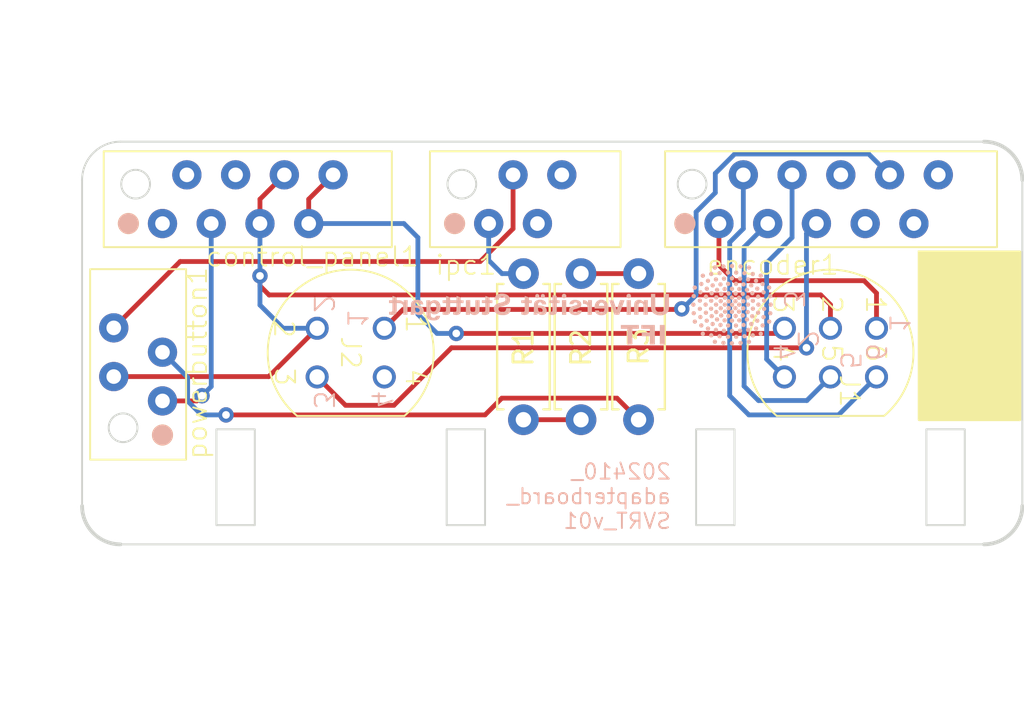
<source format=kicad_pcb>
(kicad_pcb (version 20221018) (generator pcbnew)

  (general
    (thickness 1.6)
  )

  (paper "A4")
  (layers
    (0 "F.Cu" signal)
    (31 "B.Cu" signal)
    (32 "B.Adhes" user "B.Adhesive")
    (33 "F.Adhes" user "F.Adhesive")
    (34 "B.Paste" user)
    (35 "F.Paste" user)
    (36 "B.SilkS" user "B.Silkscreen")
    (37 "F.SilkS" user "F.Silkscreen")
    (38 "B.Mask" user)
    (39 "F.Mask" user)
    (40 "Dwgs.User" user "User.Drawings")
    (41 "Cmts.User" user "User.Comments")
    (42 "Eco1.User" user "User.Eco1")
    (43 "Eco2.User" user "User.Eco2")
    (44 "Edge.Cuts" user)
    (45 "Margin" user)
    (46 "B.CrtYd" user "B.Courtyard")
    (47 "F.CrtYd" user "F.Courtyard")
    (48 "B.Fab" user)
    (49 "F.Fab" user)
    (50 "User.1" user)
    (51 "User.2" user)
    (52 "User.3" user)
    (53 "User.4" user)
    (54 "User.5" user)
    (55 "User.6" user)
    (56 "User.7" user)
    (57 "User.8" user)
    (58 "User.9" user)
  )

  (setup
    (pad_to_mask_clearance 0)
    (pcbplotparams
      (layerselection 0x00010fc_ffffffff)
      (plot_on_all_layers_selection 0x0000000_00000000)
      (disableapertmacros false)
      (usegerberextensions false)
      (usegerberattributes true)
      (usegerberadvancedattributes true)
      (creategerberjobfile true)
      (dashed_line_dash_ratio 12.000000)
      (dashed_line_gap_ratio 3.000000)
      (svgprecision 4)
      (plotframeref false)
      (viasonmask false)
      (mode 1)
      (useauxorigin false)
      (hpglpennumber 1)
      (hpglpenspeed 20)
      (hpglpendiameter 15.000000)
      (dxfpolygonmode true)
      (dxfimperialunits true)
      (dxfusepcbnewfont true)
      (psnegative false)
      (psa4output false)
      (plotreference true)
      (plotvalue true)
      (plotinvisibletext false)
      (sketchpadsonfab false)
      (subtractmaskfromsilk false)
      (outputformat 1)
      (mirror false)
      (drillshape 0)
      (scaleselection 1)
      (outputdirectory "export/v02")
    )
  )

  (net 0 "")
  (net 1 "/GND")
  (net 2 "/B+_out")
  (net 3 "/A+_out")
  (net 4 "unconnected-(control_panel1-Pin_1-Pad1)")
  (net 5 "unconnected-(control_panel1-Pin_2-Pad2)")
  (net 6 "Net-(control_panel1-Pin_3)")
  (net 7 "unconnected-(control_panel1-Pin_4-Pad4)")
  (net 8 "/24 V")
  (net 9 "/A+_in")
  (net 10 "/A-_in")
  (net 11 "/B-_in")
  (net 12 "/B+_in")
  (net 13 "unconnected-(encoder1-Pin_6-Pad6)")
  (net 14 "unconnected-(encoder1-Pin_7-Pad7)")
  (net 15 "unconnected-(encoder1-Pin_9-Pad9)")
  (net 16 "unconnected-(encoder1-Pin_10-Pad10)")
  (net 17 "/24 V IPC")
  (net 18 "/GND IPC")
  (net 19 "unconnected-(ipc1-Pin_3-Pad3)")
  (net 20 "unconnected-(ipc1-Pin_4-Pad4)")
  (net 21 "Net-(powerbutton1-Pin_3)")
  (net 22 "Net-(R1-Pad2)")
  (net 23 "Net-(R2-Pad2)")
  (net 24 "unconnected-(J2-Pin_4-Pad4)")

  (footprint "IFT:lemo_socket_1S_304_elbow" (layer "F.Cu") (at 130 64 -90))

  (footprint "Resistor_THT:R_Axial_DIN0207_L6.3mm_D2.5mm_P7.62mm_Horizontal" (layer "F.Cu") (at 142 67.5 90))

  (footprint "IFT:Conn_02x04_wuerth_690367190872" (layer "F.Cu") (at 124 56))

  (footprint "IFT:Conn_02x05_wuerth_690367191072" (layer "F.Cu") (at 153 56))

  (footprint "Resistor_THT:R_Axial_DIN0207_L6.3mm_D2.5mm_P7.62mm_Horizontal" (layer "F.Cu") (at 139 59.88 -90))

  (footprint "IFT:Conn_02x02_wuerth_690367190472" (layer "F.Cu") (at 141 56))

  (footprint "IFT:lemo_socket_1S_306_elbow" (layer "F.Cu") (at 155 64 -90))

  (footprint "Resistor_THT:R_Axial_DIN0207_L6.3mm_D2.5mm_P7.62mm_Horizontal" (layer "F.Cu") (at 145 59.88 -90))

  (footprint "IFT:Conn_02x02_wuerth_690367190472" (layer "F.Cu") (at 118.92 62.71 90))

  (footprint "IFT:logo_uni" (layer "B.Cu")
    (tstamp 0ccce5a9-0dff-4bd2-8e71-357bb95be1c3)
    (at 142 61.5 180)
    (attr board_only exclude_from_pos_files exclude_from_bom)
    (fp_text reference "G***" (at 0 1.524) (layer "Cmts.User") hide
        (effects (font (size 1.5 1.5) (thickness 0.3)))
      (tstamp 58244b07-5da9-453f-9cda-fb30a9bc5209)
    )
    (fp_text value "LOGO" (at 0 1.27) (layer "Cmts.User") hide
        (effects (font (size 1.5 1.5) (thickness 0.3)))
      (tstamp 92344084-dcba-44f7-b57b-159c942f6224)
    )
    (fp_poly
      (pts
        (xy -2.378433 -0.145618)
        (xy -2.378433 -0.527)
        (xy -2.48938 -0.527)
        (xy -2.600328 -0.527)
        (xy -2.600328 -0.145618)
        (xy -2.600328 0.235763)
        (xy -2.48938 0.235763)
        (xy -2.378433 0.235763)
      )

      (stroke (width 0) (type solid)) (fill solid) (layer "B.SilkS") (tstamp 90716d36-2df3-4fde-9571-2d821debe105))
    (fp_poly
      (pts
        (xy 0.991591 -0.145618)
        (xy 0.991591 -0.527)
        (xy 0.880644 -0.527)
        (xy 0.769697 -0.527)
        (xy 0.769697 -0.145618)
        (xy 0.769697 0.235763)
        (xy 0.880644 0.235763)
        (xy 0.991591 0.235763)
      )

      (stroke (width 0) (type solid)) (fill solid) (layer "B.SilkS") (tstamp e3efbd03-5e71-43bc-925a-dd89a9a429fa))
    (fp_poly
      (pts
        (xy -8.919798 0.30772)
        (xy -8.886836 0.290324)
        (xy -8.862197 0.261991)
        (xy -8.847411 0.226464)
        (xy -8.844135 0.190513)
        (xy -8.852621 0.157106)
        (xy -8.87078 0.128121)
        (xy -8.896521 0.105436)
        (xy -8.927756 0.090931)
        (xy -8.962393 0.086483)
        (xy -8.995859 0.093031)
        (xy -9.031349 0.111849)
        (xy -9.055269 0.138288)
        (xy -9.067806 0.172612)
        (xy -9.069943 0.197966)
        (xy -9.064062 0.237972)
        (xy -9.047459 0.271137)
        (xy -9.021693 0.295816)
        (xy -8.988322 0.310363)
        (xy -8.960382 0.313639)
      )

      (stroke (width 0) (type solid)) (fill solid) (layer "B.SilkS") (tstamp 0da82fe7-95b9-4ef4-9fb6-3719941410e8))
    (fp_poly
      (pts
        (xy -7.627524 -0.982793)
        (xy -7.597943 -1.000553)
        (xy -7.574294 -1.025595)
        (xy -7.558682 -1.055828)
        (xy -7.55321 -1.089161)
        (xy -7.557185 -1.115468)
        (xy -7.574545 -1.152413)
        (xy -7.60059 -1.180162)
        (xy -7.633228 -1.197446)
        (xy -7.670369 -1.202998)
        (xy -7.696118 -1.199671)
        (xy -7.731297 -1.184749)
        (xy -7.757814 -1.159732)
        (xy -7.774496 -1.126202)
        (xy -7.78017 -1.086593)
        (xy -7.774312 -1.04671)
        (xy -7.757031 -1.014568)
        (xy -7.728808 -0.990788)
        (xy -7.696065 -0.977479)
        (xy -7.660932 -0.974405)
      )

      (stroke (width 0) (type solid)) (fill solid) (layer "B.SilkS") (tstamp 630bdefe-8a77-4039-8a95-32814aaff41d))
    (fp_poly
      (pts
        (xy -7.256924 0.295022)
        (xy -7.22206 0.280605)
        (xy -7.196619 0.259153)
        (xy -7.176445 0.227851)
        (xy -7.167874 0.19238)
        (xy -7.170908 0.156124)
        (xy -7.185547 0.122467)
        (xy -7.196575 0.10836)
        (xy -7.228219 0.083316)
        (xy -7.26377 0.071259)
        (xy -7.301601 0.072457)
        (xy -7.336497 0.085219)
        (xy -7.365773 0.107605)
        (xy -7.385016 0.136639)
        (xy -7.394264 0.169555)
        (xy -7.39355 0.203587)
        (xy -7.38291 0.235971)
        (xy -7.362381 0.263939)
        (xy -7.33394 0.28381)
        (xy -7.294651 0.296169)
      )

      (stroke (width 0) (type solid)) (fill solid) (layer "B.SilkS") (tstamp a83c2f33-d0c8-4f35-a923-9cf3dc35475f))
    (fp_poly
      (pts
        (xy -9.518971 0.32214)
        (xy -9.487009 0.309651)
        (xy -9.461617 0.288954)
        (xy -9.443469 0.262272)
        (xy -9.433241 0.231827)
        (xy -9.431605 0.199844)
        (xy -9.439236 0.168545)
        (xy -9.456808 0.140153)
        (xy -9.484995 0.116892)
        (xy -9.492694 0.112681)
        (xy -9.531046 0.099475)
        (xy -9.567341 0.099137)
        (xy -9.593475 0.107984)
        (xy -9.627382 0.1318)
        (xy -9.64885 0.161696)
        (xy -9.658088 0.198057)
        (xy -9.657455 0.226976)
        (xy -9.64691 0.26424)
        (xy -9.625495 0.293915)
        (xy -9.594833 0.314433)
        (xy -9.55683 0.324197)
      )

      (stroke (width 0) (type solid)) (fill solid) (layer "B.SilkS") (tstamp 324646ff-8e7c-4028-9dcf-02ca40925848))
    (fp_poly
      (pts
        (xy -9.490891 -0.537835)
        (xy -9.458468 -0.550744)
        (xy -9.432706 -0.572116)
        (xy -9.414483 -0.599694)
        (xy -9.404681 -0.631224)
        (xy -9.404178 -0.664449)
        (xy -9.413855 -0.697115)
        (xy -9.434593 -0.726964)
        (xy -9.449333 -0.740089)
        (xy -9.477495 -0.754573)
        (xy -9.510722 -0.761336)
        (xy -9.543535 -0.759804)
        (xy -9.565739 -0.752257)
        (xy -9.599788 -0.727877)
        (xy -9.621213 -0.697952)
        (xy -9.63037 -0.661814)
        (xy -9.629718 -0.632866)
        (xy -9.619173 -0.595601)
        (xy -9.597758 -0.565926)
        (xy -9.567096 -0.545409)
        (xy -9.529093 -0.535644)
      )

      (stroke (width 0) (type solid)) (fill solid) (layer "B.SilkS") (tstamp 9396982e-110e-479d-9428-d43c12f2535e))
    (fp_poly
      (pts
        (xy -9.490386 0.756233)
        (xy -9.458816 0.744213)
        (xy -9.432276 0.723176)
        (xy -9.413058 0.69413)
        (xy -9.403454 0.658079)
        (xy -9.402785 0.644881)
        (xy -9.408879 0.607132)
        (xy -9.425655 0.575188)
        (xy -9.450851 0.550682)
        (xy -9.482207 0.535246)
        (xy -9.517463 0.530515)
        (xy -9.55187 0.53719)
        (xy -9.585134 0.555606)
        (xy -9.6095 0.581931)
        (xy -9.624402 0.613498)
        (xy -9.629275 0.647642)
        (xy -9.623553 0.681699)
        (xy -9.606672 0.713004)
        (xy -9.592369 0.728133)
        (xy -9.559455 0.749199)
        (xy -9.524697 0.758231)
      )

      (stroke (width 0) (type solid)) (fill solid) (layer "B.SilkS") (tstamp 8be49072-89f6-49b2-a50e-cd58d4f1912f))
    (fp_poly
      (pts
        (xy -9.418275 1.181777)
        (xy -9.389077 1.162985)
        (xy -9.3666 1.135203)
        (xy -9.355015 1.10619)
        (xy -9.351969 1.069192)
        (xy -9.360537 1.035173)
        (xy -9.378652 1.005899)
        (xy -9.404243 0.983136)
        (xy -9.435243 0.968648)
        (xy -9.469583 0.964203)
        (xy -9.505195 0.971565)
        (xy -9.510265 0.973683)
        (xy -9.541236 0.994265)
        (xy -9.56328 1.022625)
        (xy -9.575749 1.05584)
        (xy -9.577996 1.09099)
        (xy -9.569372 1.125154)
        (xy -9.550321 1.154251)
        (xy -9.520218 1.177815)
        (xy -9.486444 1.189831)
        (xy -9.451597 1.190939)
      )

      (stroke (width 0) (type solid)) (fill solid) (layer "B.SilkS") (tstamp 4be05454-75e0-4dc2-b097-dc7392a5e6e4))
    (fp_poly
      (pts
        (xy -9.336591 1.622656)
        (xy -9.304072 1.607142)
        (xy -9.282172 1.587835)
        (xy -9.26161 1.556329)
        (xy -9.252963 1.52287)
        (xy -9.254947 1.489561)
        (xy -9.266276 1.458504)
        (xy -9.285667 1.431804)
        (xy -9.311833 1.411563)
        (xy -9.34349 1.399883)
        (xy -9.379354 1.398869)
        (xy -9.395597 1.402193)
        (xy -9.4323 1.418627)
        (xy -9.459006 1.444346)
        (xy -9.474828 1.478189)
        (xy -9.479061 1.511657)
        (xy -9.473172 1.549968)
        (xy -9.45705 1.58155)
        (xy -9.433013 1.605507)
        (xy -9.403379 1.620942)
        (xy -9.370465 1.626957)
      )

      (stroke (width 0) (type solid)) (fill solid) (layer "B.SilkS") (tstamp dc1f1bd2-ca49-463d-8428-e3c36fa7716e))
    (fp_poly
      (pts
        (xy -9.204628 0.530682)
        (xy -9.170856 0.51541)
        (xy -9.152429 0.50017)
        (xy -9.128123 0.467078)
        (xy -9.116804 0.430519)
        (xy -9.118655 0.392353)
        (xy -9.133858 0.354439)
        (xy -9.137557 0.348497)
        (xy -9.15942 0.32688)
        (xy -9.189586 0.312654)
        (xy -9.224173 0.306589)
        (xy -9.259299 0.309453)
        (xy -9.285959 0.319098)
        (xy -9.3155 0.341706)
        (xy -9.334608 0.371171)
        (xy -9.342988 0.404887)
        (xy -9.340345 0.440248)
        (xy -9.326386 0.474649)
        (xy -9.30643 0.50017)
        (xy -9.274817 0.523062)
        (xy -9.240082 0.533232)
      )

      (stroke (width 0) (type solid)) (fill solid) (layer "B.SilkS") (tstamp 08e47fc8-61fb-4283-8030-52fa1d808a57))
    (fp_poly
      (pts
        (xy -9.197426 0.106474)
        (xy -9.169894 0.088462)
        (xy -9.148296 0.063192)
        (xy -9.134725 0.031833)
        (xy -9.131274 -0.004445)
        (xy -9.134042 -0.02427)
        (xy -9.147809 -0.057627)
        (xy -9.171329 -0.0838)
        (xy -9.201837 -0.101577)
        (xy -9.236571 -0.109746)
        (xy -9.272765 -0.107096)
        (xy -9.299827 -0.096955)
        (xy -9.32879 -0.074516)
        (xy -9.347985 -0.044776)
        (xy -9.357001 -0.010673)
        (xy -9.355423 0.024858)
        (xy -9.34284 0.058877)
        (xy -9.325056 0.082538)
        (xy -9.294709 0.10526)
        (xy -9.261926 0.116043)
        (xy -9.228802 0.116058)
      )

      (stroke (width 0) (type solid)) (fill solid) (layer "B.SilkS") (tstamp 4f84e2f5-9cba-4d0d-be9b-12a203572629))
    (fp_poly
      (pts
        (xy -9.1553 -0.730173)
        (xy -9.121855 -0.746747)
        (xy -9.103707 -0.762038)
        (xy -9.082037 -0.792)
        (xy -9.072214 -0.824471)
        (xy -9.073009 -0.857335)
        (xy -9.083194 -0.888477)
        (xy -9.10154 -0.915779)
        (xy -9.12682 -0.937127)
        (xy -9.157804 -0.950404)
        (xy -9.193266 -0.953495)
        (xy -9.213032 -0.950383)
        (xy -9.248446 -0.935217)
        (xy -9.275618 -0.909969)
        (xy -9.292931 -0.87674)
        (xy -9.298772 -0.839039)
        (xy -9.292912 -0.800535)
        (xy -9.276834 -0.768991)
        (xy -9.252784 -0.745295)
        (xy -9.223013 -0.730335)
        (xy -9.189769 -0.724999)
      )

      (stroke (width 0) (type solid)) (fill solid) (layer "B.SilkS") (tstamp 5a99a239-eaf8-4dbc-9104-bcba9f51a43e))
    (fp_poly
      (pts
        (xy -8.935291 -0.097247)
        (xy -8.90496 -0.107598)
        (xy -8.878349 -0.126804)
        (xy -8.857698 -0.155126)
        (xy -8.848009 -0.180434)
        (xy -8.844452 -0.217307)
        (xy -8.852679 -0.251421)
        (xy -8.870643 -0.2809)
        (xy -8.896299 -0.303866)
        (xy -8.9276 -0.318441)
        (xy -8.962499 -0.322747)
        (xy -8.995859 -0.316088)
        (xy -9.030878 -0.29727)
        (xy -9.054694 -0.27036)
        (xy -9.067472 -0.235112)
        (xy -9.069943 -0.206407)
        (xy -9.064336 -0.169136)
        (xy -9.049008 -0.139146)
        (xy -9.0262 -0.1167)
        (xy -8.998151 -0.10206)
        (xy -8.967101 -0.095488)
      )

      (stroke (width 0) (type solid)) (fill solid) (layer "B.SilkS") (tstamp 740066b5-9f8f-466f-b07f-1ee42d48dbfa))
    (fp_poly
      (pts
        (xy -8.726971 -1.822218)
        (xy -8.695502 -1.834185)
        (xy -8.669149 -1.85541)
        (xy -8.650131 -1.884918)
        (xy -8.640669 -1.921733)
        (xy -8.640022 -1.935107)
        (xy -8.646181 -1.972725)
        (xy -8.663132 -2.00452)
        (xy -8.688586 -2.02885)
        (xy -8.720253 -2.044072)
        (xy -8.755845 -2.048543)
        (xy -8.789107 -2.042099)
        (xy -8.821923 -2.024096)
        (xy -8.846081 -1.998005)
        (xy -8.860998 -1.966548)
        (xy -8.86609 -1.932453)
        (xy -8.860775 -1.898444)
        (xy -8.844468 -1.867246)
        (xy -8.829875 -1.851628)
        (xy -8.796378 -1.829963)
        (xy -8.761336 -1.820485)
      )

      (stroke (width 0) (type solid)) (fill solid) (layer "B.SilkS") (tstamp 4527b07e-7bd9-48fc-a6d2-7eff0225578b))
    (fp_poly
      (pts
        (xy -8.494979 1.756604)
        (xy -8.460734 1.743638)
        (xy -8.434175 1.722262)
        (xy -8.414458 1.69259)
        (xy -8.405112 1.658785)
        (xy -8.40566 1.623952)
        (xy -8.415631 1.591192)
        (xy -8.434549 1.563609)
        (xy -8.46133 1.544582)
        (xy -8.494544 1.53255)
        (xy -8.52362 1.529889)
        (xy -8.542092 1.532646)
        (xy -8.57527 1.546028)
        (xy -8.60156 1.570136)
        (xy -8.618261 1.597043)
        (xy -8.630646 1.634434)
        (xy -8.629362 1.669666)
        (xy -8.614461 1.702411)
        (xy -8.599335 1.720396)
        (xy -8.566477 1.744958)
        (xy -8.530959 1.757036)
      )

      (stroke (width 0) (type solid)) (fill solid) (layer "B.SilkS") (tstamp 15a4afcd-7871-4bc0-b911-bc3e7b25f906))
    (fp_poly
      (pts
        (xy -8.425548 0.289161)
        (xy -8.391449 0.271759)
        (xy -8.380826 0.263305)
        (xy -8.357702 0.23521)
        (xy -8.346154 0.203815)
        (xy -8.345 0.171259)
        (xy -8.353061 0.139683)
        (xy -8.369154 0.111226)
        (xy -8.3921 0.088029)
        (xy -8.420718 0.072232)
        (xy -8.453826 0.065975)
        (xy -8.487216 0.070479)
        (xy -8.524205 0.087445)
        (xy -8.550921 0.1134)
        (xy -8.566599 0.147335)
        (xy -8.57068 0.180289)
        (xy -8.56478 0.218923)
        (xy -8.548575 0.250669)
        (xy -8.524307 0.274546)
        (xy -8.494219 0.289574)
        (xy -8.460552 0.294772)
      )

      (stroke (width 0) (type solid)) (fill solid) (layer "B.SilkS") (tstamp 53490a2a-582a-40cd-935d-ad6be349b93a))
    (fp_poly
      (pts
        (xy -8.414854 -0.448462)
        (xy -8.383513 -0.458785)
        (xy -8.356451 -0.477951)
        (xy -8.335883 -0.5049)
        (xy -8.32403 -0.538573)
        (xy -8.322482 -0.571931)
        (xy -8.331639 -0.609954)
        (xy -8.350836 -0.640761)
        (xy -8.377898 -0.662901)
        (xy -8.41065 -0.674928)
        (xy -8.446918 -0.675392)
        (xy -8.469182 -0.669621)
        (xy -8.503921 -0.650545)
        (xy -8.528903 -0.623755)
        (xy -8.543557 -0.591744)
        (xy -8.547312 -0.557002)
        (xy -8.539596 -0.522022)
        (xy -8.519839 -0.489295)
        (xy -8.51236 -0.481161)
        (xy -8.481495 -0.45859)
        (xy -8.448254 -0.448044)
      )

      (stroke (width 0) (type solid)) (fill solid) (layer "B.SilkS") (tstamp 1b51fa2b-fc6b-4219-807c-ab9306b2568d))
    (fp_poly
      (pts
        (xy -8.394248 0.666743)
        (xy -8.362567 0.650654)
        (xy -8.338379 0.626658)
        (xy -8.322646 0.597062)
        (xy -8.31633 0.564171)
        (xy -8.320394 0.530293)
        (xy -8.335799 0.497734)
        (xy -8.351683 0.479013)
        (xy -8.384166 0.455393)
        (xy -8.418691 0.445489)
        (xy -8.45519 0.449311)
        (xy -8.480393 0.459391)
        (xy -8.513234 0.482824)
        (xy -8.535108 0.512959)
        (xy -8.545073 0.547813)
        (xy -8.54219 0.585407)
        (xy -8.541503 0.588015)
        (xy -8.525104 0.625331)
        (xy -8.499777 0.652308)
        (xy -8.466415 0.668254)
        (xy -8.432459 0.672618)
      )

      (stroke (width 0) (type solid)) (fill solid) (layer "B.SilkS") (tstamp cb53654c-4316-4dd6-9ab1-111019016abb))
    (fp_poly
      (pts
        (xy -8.284067 -1.885128)
        (xy -8.254259 -1.899395)
        (xy -8.229526 -1.921519)
        (xy -8.212149 -1.950603)
        (xy -8.204408 -1.985751)
        (xy -8.2048 -2.004669)
        (xy -8.214611 -2.041347)
        (xy -8.234808 -2.071373)
        (xy -8.262934 -2.093325)
        (xy -8.296529 -2.105778)
        (xy -8.333135 -2.10731)
        (xy -8.366465 -2.098245)
        (xy -8.396285 -2.0783)
        (xy -8.4174 -2.050048)
        (xy -8.429075 -2.016534)
        (xy -8.430574 -1.980801)
        (xy -8.42116 -1.945895)
        (xy -8.408449 -1.924574)
        (xy -8.381142 -1.898442)
        (xy -8.349789 -1.883755)
        (xy -8.316671 -1.879616)
      )

      (stroke (width 0) (type solid)) (fill solid) (layer "B.SilkS") (tstamp adcb58bb-6279-40e6-8011-50c6c8fd9942))
    (fp_poly
      (pts
        (xy -8.22044 -0.708191)
        (xy -8.186114 -0.723956)
        (xy -8.160137 -0.748353)
        (xy -8.143202 -0.778737)
        (xy -8.136004 -0.812464)
        (xy -8.139234 -0.846889)
        (xy -8.153586 -0.879368)
        (xy -8.17036 -0.899283)
        (xy -8.204007 -0.923388)
        (xy -8.239322 -0.933766)
        (xy -8.276561 -0.930487)
        (xy -8.28089 -0.929264)
        (xy -8.316216 -0.911909)
        (xy -8.342585 -0.884906)
        (xy -8.358486 -0.850307)
        (xy -8.362654 -0.818236)
        (xy -8.356482 -0.780358)
        (xy -8.339457 -0.748281)
        (xy -8.313813 -0.723734)
        (xy -8.281783 -0.708446)
        (xy -8.245603 -0.704145)
      )

      (stroke (width 0) (type solid)) (fill solid) (layer "B.SilkS") (tstamp 5a3753fb-2939-40aa-8a94-11d8a9df336d))
    (fp_poly
      (pts
        (xy -8.201389 0.470665)
        (xy -8.168834 0.455647)
        (xy -8.149873 0.439433)
        (xy -8.129161 0.408366)
        (xy -8.120566 0.37147)
        (xy -8.121866 0.339662)
        (xy -8.132927 0.304566)
        (xy -8.154201 0.276403)
        (xy -8.183139 0.256674)
        (xy -8.217192 0.246882)
        (xy -8.253811 0.24853)
        (xy -8.269042 0.252886)
        (xy -8.30199 0.271333)
        (xy -8.326882 0.298364)
        (xy -8.342164 0.331076)
        (xy -8.346284 0.366567)
        (xy -8.342255 0.389703)
        (xy -8.325586 0.424483)
        (xy -8.30059 0.450635)
        (xy -8.269842 0.467493)
        (xy -8.235917 0.474392)
      )

      (stroke (width 0) (type solid)) (fill solid) (layer "B.SilkS") (tstamp 3e20e82a-cbbe-4b04-ad5d-a00bbfeaa0eb))
    (fp_poly
      (pts
        (xy -8.064498 -1.563782)
        (xy -8.031999 -1.575327)
        (xy -8.004633 -1.595739)
        (xy -7.984484 -1.623416)
        (xy -7.973635 -1.656753)
        (xy -7.974173 -1.694149)
        (xy -7.974929 -1.698029)
        (xy -7.988645 -1.732271)
        (xy -8.012133 -1.7595)
        (xy -8.042573 -1.778409)
        (xy -8.077148 -1.787692)
        (xy -8.11304 -1.786042)
        (xy -8.141814 -1.775429)
        (xy -8.17108 -1.752519)
        (xy -8.190152 -1.72303)
        (xy -8.199102 -1.689709)
        (xy -8.198001 -1.655301)
        (xy -8.186921 -1.622553)
        (xy -8.165934 -1.594211)
        (xy -8.136556 -1.573709)
        (xy -8.100045 -1.562708)
      )

      (stroke (width 0) (type solid)) (fill solid) (layer "B.SilkS") (tstamp 14536989-5b85-4ce0-8d04-23bb7d6365b6))
    (fp_poly
      (pts
        (xy -7.670987 0.286871)
        (xy -7.638654 0.274085)
        (xy -7.611468 0.251653)
        (xy -7.592028 0.220354)
        (xy -7.586536 0.203725)
        (xy -7.582992 0.164463)
        (xy -7.592068 0.128807)
        (xy -7.612821 0.098826)
        (xy -7.64426 0.076617)
        (xy -7.683517 0.064325)
        (xy -7.721863 0.065582)
        (xy -7.742807 0.072339)
        (xy -7.774499 0.092885)
        (xy -7.796503 0.121004)
        (xy -7.808374 0.153927)
        (xy -7.809668 0.188888)
        (xy -7.799941 0.22312)
        (xy -7.778749 0.253858)
        (xy -7.772857 0.259559)
        (xy -7.740689 0.280387)
        (xy -7.705865 0.289232)
      )

      (stroke (width 0) (type solid)) (fill solid) (layer "B.SilkS") (tstamp 49dc3207-1c11-45fa-a91f-d02d66773895))
    (fp_poly
      (pts
        (xy -7.658644 -0.075289)
        (xy -7.627028 -0.091613)
        (xy -7.603153 -0.116037)
        (xy -7.588048 -0.146287)
        (xy -7.582746 -0.180085)
        (xy -7.588276 -0.215158)
        (xy -7.60567 -0.249228)
        (xy -7.611884 -0.257193)
        (xy -7.641205 -0.282073)
        (xy -7.676002 -0.295465)
        (xy -7.713223 -0.296636)
        (xy -7.742386 -0.288417)
        (xy -7.772107 -0.268514)
        (xy -7.794412 -0.239817)
        (xy -7.807549 -0.205921)
        (xy -7.809765 -0.170426)
        (xy -7.80699 -0.155801)
        (xy -7.790586 -0.117647)
        (xy -7.765638 -0.090255)
        (xy -7.73267 -0.074039)
        (xy -7.69697 -0.069342)
      )

      (stroke (width 0) (type solid)) (fill solid) (layer "B.SilkS") (tstamp 1f36699f-47f7-4529-83e8-949411418c1e))
    (fp_poly
      (pts
        (xy -7.640388 -0.483974)
        (xy -7.61189 -0.501664)
        (xy -7.589542 -0.52762)
        (xy -7.575654 -0.560941)
        (xy -7.57218 -0.590865)
        (xy -7.578459 -0.627381)
        (xy -7.595604 -0.658603)
        (xy -7.62118 -0.682797)
        (xy -7.65275 -0.69823)
        (xy -7.68788 -0.703167)
        (xy -7.72124 -0.696953)
        (xy -7.755687 -0.67827)
        (xy -7.780673 -0.651687)
        (xy -7.795527 -0.61975)
        (xy -7.799574 -0.585)
        (xy -7.792143 -0.549983)
        (xy -7.772562 -0.517241)
        (xy -7.76964 -0.513891)
        (xy -7.73966 -0.489508)
        (xy -7.706584 -0.476995)
        (xy -7.672722 -0.47545)
      )

      (stroke (width 0) (type solid)) (fill solid) (layer "B.SilkS") (tstamp c01b9ba8-880d-4df2-baaa-e2c3ef149d8c))
    (fp_poly
      (pts
        (xy -7.449001 -0.711772)
        (xy -7.41615 -0.72959)
        (xy -7.391239 -0.758494)
        (xy -7.376896 -0.791439)
        (xy -7.372924 -0.826304)
        (xy -7.380731 -0.859167)
        (xy -7.398225 -0.888134)
        (xy -7.423317 -0.911312)
        (xy -7.453916 -0.926809)
        (xy -7.487932 -0.932732)
        (xy -7.523275 -0.927187)
        (xy -7.525807 -0.926298)
        (xy -7.561224 -0.907846)
        (xy -7.584834 -0.882345)
        (xy -7.597041 -0.849157)
        (xy -7.59856 -0.811471)
        (xy -7.590044 -0.770788)
        (xy -7.571537 -0.739284)
        (xy -7.543831 -0.717724)
        (xy -7.50772 -0.706874)
        (xy -7.488944 -0.705689)
      )

      (stroke (width 0) (type solid)) (fill solid) (layer "B.SilkS") (tstamp 2800de98-1c1d-4d9f-b2ab-e753cfa12046))
    (fp_poly
      (pts
        (xy -7.285843 0.673109)
        (xy -7.254196 0.66142)
        (xy -7.227579 0.64065)
        (xy -7.208248 0.611774)
        (xy -7.19846 0.575765)
        (xy -7.197707 0.561671)
        (xy -7.203801 0.523922)
        (xy -7.220577 0.491978)
        (xy -7.245773 0.467471)
        (xy -7.27713 0.452036)
        (xy -7.312385 0.447305)
        (xy -7.346792 0.453979)
        (xy -7.380005 0.472331)
        (xy -7.40443 0.498547)
        (xy -7.419486 0.529967)
        (xy -7.424591 0.563932)
        (xy -7.419162 0.597782)
        (xy -7.402616 0.628857)
        (xy -7.388392 0.643956)
        (xy -7.355197 0.665351)
        (xy -7.320262 0.674744)
      )

      (stroke (width 0) (type solid)) (fill solid) (layer "B.SilkS") (tstamp cc685a06-e3c4-4e92-a1ea-03d98a1b4f04))
    (fp_poly
      (pts
        (xy -7.01663 0.11428)
        (xy -6.983929 0.102801)
        (xy -6.955755 0.081758)
        (xy -6.934786 0.051866)
        (xy -6.928011 0.034399)
        (xy -6.923275 -0.002398)
        (xy -6.930284 -0.036319)
        (xy -6.946971 -0.065765)
        (xy -6.971272 -0.089139)
        (xy -7.001121 -0.104841)
        (xy -7.034453 -0.111274)
        (xy -7.069203 -0.106839)
        (xy -7.095409 -0.095145)
        (xy -7.126021 -0.069541)
        (xy -7.145063 -0.038247)
        (xy -7.152279 -0.003597)
        (xy -7.147413 0.032078)
        (xy -7.130208 0.066445)
        (xy -7.115126 0.084213)
        (xy -7.084907 0.105699)
        (xy -7.051182 0.115484)
      )

      (stroke (width 0) (type solid)) (fill solid) (layer "B.SilkS") (tstamp ff72c0b5-02e0-4147-951f-b63eb5e5a4dc))
    (fp_poly
      (pts
        (xy -6.946298 -1.824558)
        (xy -6.913743 -1.839575)
        (xy -6.894781 -1.855789)
        (xy -6.87407 -1.886857)
        (xy -6.865474 -1.923752)
        (xy -6.866775 -1.955561)
        (xy -6.877836 -1.990656)
        (xy -6.899109 -2.01882)
        (xy -6.928047 -2.038549)
        (xy -6.9621 -2.04834)
        (xy -6.998719 -2.046692)
        (xy -7.01395 -2.042336)
        (xy -7.046899 -2.023889)
        (xy -7.071791 -1.996859)
        (xy -7.087073 -1.964147)
        (xy -7.091192 -1.928655)
        (xy -7.087163 -1.905519)
        (xy -7.070495 -1.870739)
        (xy -7.045499 -1.844587)
        (xy -7.014751 -1.827729)
        (xy -6.980826 -1.820831)
      )

      (stroke (width 0) (type solid)) (fill solid) (layer "B.SilkS") (tstamp dbbd912f-ffe1-4fe2-ba89-33da6711aa68))
    (fp_poly
      (pts
        (xy -6.778227 0.706074)
        (xy -6.746334 0.690106)
        (xy -6.72112 0.666345)
        (xy -6.705366 0.636176)
        (xy -6.698927 0.602595)
        (xy -6.70166 0.568603)
        (xy -6.713424 0.537197)
        (xy -6.734074 0.511376)
        (xy -6.755515 0.497382)
        (xy -6.791875 0.484656)
        (xy -6.824075 0.483052)
        (xy -6.846578 0.488537)
        (xy -6.881176 0.507208)
        (xy -6.905843 0.533164)
        (xy -6.920545 0.563976)
        (xy -6.92525 0.597215)
        (xy -6.919923 0.630455)
        (xy -6.904533 0.661265)
        (xy -6.879045 0.687218)
        (xy -6.8495 0.703612)
        (xy -6.813698 0.711538)
      )

      (stroke (width 0) (type solid)) (fill solid) (layer "B.SilkS") (tstamp 88142976-4aa4-4b0e-a30f-f26d800a8597))
    (fp_poly
      (pts
        (xy -6.742387 1.703802)
        (xy -6.713594 1.686182)
        (xy -6.691181 1.661141)
        (xy -6.677164 1.630192)
        (xy -6.673555 1.594846)
        (xy -6.677777 1.570112)
        (xy -6.69425 1.534718)
        (xy -6.720085 1.508)
        (xy -6.752928 1.491215)
        (xy -6.790423 1.485618)
        (xy -6.8259 1.491093)
        (xy -6.856919 1.506824)
        (xy -6.879795 1.531216)
        (xy -6.894244 1.561507)
        (xy -6.899986 1.594934)
        (xy -6.896737 1.628734)
        (xy -6.884217 1.660144)
        (xy -6.862142 1.686402)
        (xy -6.846916 1.697033)
        (xy -6.811063 1.710739)
        (xy -6.775548 1.712492)
      )

      (stroke (width 0) (type solid)) (fill solid) (layer "B.SilkS") (tstamp 0ec3dbcf-2dbf-4b3d-8945-f8834ae7e076))
    (fp_poly
      (pts
        (xy -6.733947 0.30574)
        (xy -6.704384 0.285371)
        (xy -6.691221 0.270028)
        (xy -6.67685 0.240016)
        (xy -6.671221 0.205723)
        (xy -6.674548 0.1721)
        (xy -6.68586 0.145783)
        (xy -6.712598 0.116605)
        (xy -6.744797 0.097484)
        (xy -6.779695 0.08912)
        (xy -6.814536 0.09221)
        (xy -6.844133 0.105747)
        (xy -6.875037 0.133816)
        (xy -6.893406 0.166666)
        (xy -6.898835 0.202879)
        (xy -6.890919 0.241039)
        (xy -6.886024 0.252362)
        (xy -6.864407 0.282885)
        (xy -6.835581 0.303739)
        (xy -6.802356 0.314669)
        (xy -6.767541 0.315421)
      )

      (stroke (width 0) (type solid)) (fill solid) (layer "B.SilkS") (tstamp 3b72eb3d-97f8-44e9-ade9-df4e0738916a))
    (fp_poly
      (pts
        (xy -6.470325 -0.31415)
        (xy -6.45995 -0.318617)
        (xy -6.427879 -0.341151)
        (xy -6.406548 -0.372434)
        (xy -6.396351 -0.409952)
        (xy -6.398082 -0.445509)
        (xy -6.411215 -0.477286)
        (xy -6.433435 -0.503567)
        (xy -6.462429 -0.522632)
        (xy -6.495884 -0.532764)
        (xy -6.531485 -0.532245)
        (xy -6.552822 -0.526144)
        (xy -6.584774 -0.506362)
        (xy -6.607679 -0.477153)
        (xy -6.620196 -0.44062)
        (xy -6.622168 -0.417422)
        (xy -6.616049 -0.380014)
        (xy -6.599214 -0.348832)
        (xy -6.573943 -0.325265)
        (xy -6.542517 -0.310703)
        (xy -6.507217 -0.306535)
      )

      (stroke (width 0) (type solid)) (fill solid) (layer "B.SilkS") (tstamp ef78658b-b274-473a-8031-9f4fead7b065))
    (fp_poly
      (pts
        (xy -6.310839 -1.409755)
        (xy -6.300463 -1.414222)
        (xy -6.268392 -1.436755)
        (xy -6.247061 -1.468038)
        (xy -6.236864 -1.505556)
        (xy -6.238596 -1.541113)
        (xy -6.251728 -1.572891)
        (xy -6.273948 -1.599171)
        (xy -6.302943 -1.618236)
        (xy -6.336397 -1.628369)
        (xy -6.371999 -1.62785)
        (xy -6.393335 -1.621748)
        (xy -6.425288 -1.601967)
        (xy -6.448193 -1.572758)
        (xy -6.460709 -1.536225)
        (xy -6.462681 -1.513027)
        (xy -6.456562 -1.475619)
        (xy -6.439727 -1.444437)
        (xy -6.414456 -1.42087)
        (xy -6.38303 -1.406308)
        (xy -6.347731 -1.40214)
      )

      (stroke (width 0) (type solid)) (fill solid) (layer "B.SilkS") (tstamp 30f7a1b8-1f22-4679-9a8e-8bb6a3061b3a))
    (fp_poly
      (pts
        (xy -9.770366 1.000053)
        (xy -9.749918 0.991807)
        (xy -9.721103 0.969957)
        (xy -9.700848 0.940016)
        (xy -9.690662 0.905516)
        (xy -9.692053 0.869993)
        (xy -9.694312 0.861599)
        (xy -9.711696 0.827214)
        (xy -9.737827 0.800733)
        (xy -9.769978 0.783537)
        (xy -9.805424 0.777009)
        (xy -9.84144 0.78253)
        (xy -9.84657 0.784421)
        (xy -9.877785 0.803869)
        (xy -9.901115 0.832432)
        (xy -9.914926 0.866845)
        (xy -9.917584 0.903844)
        (xy -9.914697 0.920501)
        (xy -9.899314 0.955142)
        (xy -9.874615 0.981531)
        (xy -9.843174 0.998556)
        (xy -9.807566 1.005101)
      )

      (stroke (width 0) (type solid)) (fill solid) (layer "B.SilkS") (tstamp b4d3944b-9180-4cac-b34d-c7a51f791628))
    (fp_poly
      (pts
        (xy -9.337941 -1.406003)
        (xy -9.305803 -1.420455)
        (xy -9.28024 -1.444326)
        (xy -9.263334 -1.476232)
        (xy -9.257167 -1.514785)
        (xy -9.257166 -1.515124)
        (xy -9.263239 -1.553333)
        (xy -9.279966 -1.585091)
        (xy -9.305109 -1.609062)
        (xy -9.336432 -1.623909)
        (xy -9.371697 -1.628294)
        (xy -9.408667 -1.620881)
        (xy -9.423284 -1.61439)
        (xy -9.453048 -1.592154)
        (xy -9.472732 -1.563429)
        (xy -9.482462 -1.530879)
        (xy -9.482365 -1.497165)
        (xy -9.472568 -1.464949)
        (xy -9.453196 -1.436894)
        (xy -9.424377 -1.41566)
        (xy -9.413619 -1.410908)
        (xy -9.374573 -1.402359)
      )

      (stroke (width 0) (type solid)) (fill solid) (layer "B.SilkS") (tstamp 8701c472-be61-4c7e-803a-9761d0a5dfdf))
    (fp_poly
      (pts
        (xy -9.194827 -0.310512)
        (xy -9.174378 -0.318758)
        (xy -9.145564 -0.340608)
        (xy -9.125309 -0.37055)
        (xy -9.115123 -0.405049)
        (xy -9.116514 -0.440573)
        (xy -9.118773 -0.448966)
        (xy -9.136157 -0.483351)
        (xy -9.162287 -0.509832)
        (xy -9.194438 -0.527028)
        (xy -9.229885 -0.533556)
        (xy -9.265901 -0.528035)
        (xy -9.271031 -0.526144)
        (xy -9.302246 -0.506696)
        (xy -9.325576 -0.478133)
        (xy -9.339387 -0.44372)
        (xy -9.342045 -0.406721)
        (xy -9.339158 -0.390064)
        (xy -9.323775 -0.355423)
        (xy -9.299076 -0.329034)
        (xy -9.267635 -0.312009)
        (xy -9.232027 -0.305464)
      )

      (stroke (width 0) (type solid)) (fill solid) (layer "B.SilkS") (tstamp 85b792bc-3cc3-48ad-b8cc-e36b3051c4e1))
    (fp_poly
      (pts
        (xy -8.927378 -1.487008)
        (xy -8.898102 -1.498766)
        (xy -8.871254 -1.520581)
        (xy -8.850641 -1.548711)
        (xy -8.841654 -1.571325)
        (xy -8.83845 -1.608597)
        (xy -8.8468 -1.642502)
        (xy -8.864617 -1.671474)
        (xy -8.889813 -1.69395)
        (xy -8.920301 -1.708364)
        (xy -8.953994 -1.713152)
        (xy -8.988802 -1.706748)
        (xy -9.00925 -1.696947)
        (xy -9.034634 -1.678262)
        (xy -9.050894 -1.656501)
        (xy -9.062 -1.626518)
        (xy -9.065677 -1.589892)
        (xy -9.057415 -1.555839)
        (xy -9.039132 -1.526345)
        (xy -9.012745 -1.503398)
        (xy -8.980171 -1.488984)
        (xy -8.943328 -1.485091)
      )

      (stroke (width 0) (type solid)) (fill solid) (layer "B.SilkS") (tstamp f26b963c-d857-43fc-9f77-ea6ee3a57b77))
    (fp_poly
      (pts
        (xy -8.683646 -1.203406)
        (xy -8.650976 -1.216534)
        (xy -8.624458 -1.238579)
        (xy -8.605531 -1.267261)
        (xy -8.595632 -1.300301)
        (xy -8.596198 -1.33542)
        (xy -8.608667 -1.370337)
        (xy -8.611498 -1.375167)
        (xy -8.635982 -1.402419)
        (xy -8.668038 -1.420295)
        (xy -8.704126 -1.42772)
        (xy -8.740709 -1.423616)
        (xy -8.754436 -1.418618)
        (xy -8.785891 -1.398155)
        (xy -8.807205 -1.371097)
        (xy -8.818749 -1.33987)
        (xy -8.820897 -1.306896)
        (xy -8.814023 -1.2746)
        (xy -8.798498 -1.245404)
        (xy -8.774695 -1.221732)
        (xy -8.742988 -1.206008)
        (xy -8.721032 -1.201474)
      )

      (stroke (width 0) (type solid)) (fill solid) (layer "B.SilkS") (tstamp 360a2d89-6774-44d8-8f54-bcf362de1b8d))
    (fp_poly
      (pts
        (xy -8.661833 0.109242)
        (xy -8.646956 0.102733)
        (xy -8.61939 0.081797)
        (xy -8.598186 0.052675)
        (xy -8.586196 0.019903)
        (xy -8.584548 0.003467)
        (xy -8.590429 -0.027304)
        (xy -8.606003 -0.058238)
        (xy -8.628172 -0.084148)
        (xy -8.643489 -0.095203)
        (xy -8.677534 -0.107525)
        (xy -8.71426 -0.109812)
        (xy -8.744031 -0.103157)
        (xy -8.775984 -0.083376)
        (xy -8.798889 -0.054167)
        (xy -8.811405 -0.017633)
        (xy -8.813377 0.005564)
        (xy -8.807271 0.042862)
        (xy -8.790469 0.073925)
        (xy -8.765248 0.097423)
        (xy -8.733884 0.112028)
        (xy -8.698654 0.116411)
      )

      (stroke (width 0) (type solid)) (fill solid) (layer "B.SilkS") (tstamp 4aecb60e-c474-4aa4-b4dc-d7299132e680))
    (fp_poly
      (pts
        (xy -8.659112 -0.274057)
        (xy -8.625644 -0.286542)
        (xy -8.597788 -0.309056)
        (xy -8.578038 -0.340406)
        (xy -8.571506 -0.361115)
        (xy -8.569542 -0.398501)
        (xy -8.579177 -0.432155)
        (xy -8.598307 -0.460482)
        (xy -8.624828 -0.481889)
        (xy -8.656635 -0.494782)
        (xy -8.691625 -0.497566)
        (xy -8.727694 -0.488647)
        (xy -8.735198 -0.485143)
        (xy -8.765501 -0.462914)
        (xy -8.785565 -0.43405)
        (xy -8.79542 -0.401235)
        (xy -8.795098 -0.367155)
        (xy -8.784629 -0.334496)
        (xy -8.764043 -0.305941)
        (xy -8.733372 -0.284177)
        (xy -8.732898 -0.283946)
        (xy -8.695695 -0.272794)
      )

      (stroke (width 0) (type solid)) (fill solid) (layer "B.SilkS") (tstamp 608f596c-fc0e-4e0c-a519-d2cfcd36cf87))
    (fp_poly
      (pts
        (xy -8.416589 -0.083986)
        (xy -8.386532 -0.101224)
        (xy -8.362445 -0.12624)
        (xy -8.34706 -0.15774)
        (xy -8.343773 -0.173152)
        (xy -8.344896 -0.210929)
        (xy -8.357377 -0.244309)
        (xy -8.379011 -0.27167)
        (xy -8.407594 -0.291387)
        (xy -8.440922 -0.301837)
        (xy -8.476791 -0.301397)
        (xy -8.505491 -0.292275)
        (xy -8.536761 -0.272036)
        (xy -8.55666 -0.245141)
        (xy -8.566113 -0.210048)
        (xy -8.567213 -0.189466)
        (xy -8.563927 -0.153991)
        (xy -8.552577 -0.126733)
        (xy -8.530928 -0.103489)
        (xy -8.515277 -0.091878)
        (xy -8.483692 -0.078019)
        (xy -8.449886 -0.07582)
      )

      (stroke (width 0) (type solid)) (fill solid) (layer "B.SilkS") (tstamp 6d79ae02-e54f-43a3-95dc-05f33224584f))
    (fp_poly
      (pts
        (xy -8.225416 -0.251669)
        (xy -8.187729 -0.26022)
        (xy -8.157644 -0.278438)
        (xy -8.135782 -0.304005)
        (xy -8.122761 -0.334607)
        (xy -8.119203 -0.367926)
        (xy -8.125727 -0.401647)
        (xy -8.142954 -0.433453)
        (xy -8.169713 -0.459722)
        (xy -8.197653 -0.472654)
        (xy -8.231379 -0.476692)
        (xy -8.265871 -0.471636)
        (xy -8.284474 -0.464341)
        (xy -8.314642 -0.442114)
        (xy -8.334788 -0.413023)
        (xy -8.344837 -0.379826)
        (xy -8.344716 -0.34528)
        (xy -8.33435 -0.312144)
        (xy -8.313665 -0.283174)
        (xy -8.289844 -0.264972)
        (xy -8.26709 -0.254598)
        (xy -8.243645 -0.251094)
      )

      (stroke (width 0) (type solid)) (fill solid) (layer "B.SilkS") (tstamp 04457e6e-ce19-4df4-bb20-57083932f1ec))
    (fp_poly
      (pts
        (xy -8.206963 0.919274)
        (xy -8.206201 0.918986)
        (xy -8.175344 0.900681)
        (xy -8.153504 0.874578)
        (xy -8.140775 0.843406)
        (xy -8.137254 0.809898)
        (xy -8.143036 0.776786)
        (xy -8.158215 0.7468)
        (xy -8.182887 0.722672)
        (xy -8.199038 0.713557)
        (xy -8.236131 0.702697)
        (xy -8.272929 0.70267)
        (xy -8.293308 0.708145)
        (xy -8.32526 0.727926)
        (xy -8.348165 0.757135)
        (xy -8.360682 0.793669)
        (xy -8.362654 0.816867)
        (xy -8.356532 0.854476)
        (xy -8.339605 0.885744)
        (xy -8.314029 0.909266)
        (xy -8.281959 0.923633)
        (xy -8.245552 0.927438)
      )

      (stroke (width 0) (type solid)) (fill solid) (layer "B.SilkS") (tstamp f2285131-aba3-483b-a7d1-435f62189312))
    (fp_poly
      (pts
        (xy -8.039354 -0.982154)
        (xy -8.008765 -0.998079)
        (xy -7.983899 -1.022468)
        (xy -7.967321 -1.054159)
        (xy -7.962326 -1.077002)
        (xy -7.964286 -1.111361)
        (xy -7.976253 -1.144804)
        (xy -7.996107 -1.172675)
        (xy -8.011555 -1.18518)
        (xy -8.040226 -1.197518)
        (xy -8.072499 -1.203317)
        (xy -8.101852 -1.201546)
        (xy -8.106687 -1.200228)
        (xy -8.14182 -1.182681)
        (xy -8.167491 -1.157128)
        (xy -8.183293 -1.126066)
        (xy -8.188819 -1.091992)
        (xy -8.183665 -1.057405)
        (xy -8.167422 -1.024802)
        (xy -8.139794 -0.99676)
        (xy -8.107434 -0.980335)
        (xy -8.073099 -0.975853)
      )

      (stroke (width 0) (type solid)) (fill solid) (layer "B.SilkS") (tstamp 3851ff44-29bf-4146-8150-d6b897b9666f))
    (fp_poly
      (pts
        (xy -8.03853 1.192665)
        (xy -8.024799 1.18673)
        (xy -7.99552 1.165006)
        (xy -7.975786 1.136417)
        (xy -7.965584 1.103717)
        (xy -7.964904 1.069657)
        (xy -7.973732 1.036991)
        (xy -7.992058 1.00847)
        (xy -8.019868 0.986848)
        (xy -8.025683 0.983991)
        (xy -8.062776 0.973131)
        (xy -8.099573 0.973104)
        (xy -8.119953 0.978579)
        (xy -8.151905 0.998361)
        (xy -8.17481 1.027569)
        (xy -8.187327 1.064103)
        (xy -8.189298 1.087301)
        (xy -8.183109 1.124127)
        (xy -8.166143 1.155182)
        (xy -8.140801 1.179015)
        (xy -8.109484 1.194174)
        (xy -8.074593 1.199208)
      )

      (stroke (width 0) (type solid)) (fill solid) (layer "B.SilkS") (tstamp 8ad6faf9-3f1c-461a-9491-14a7fc324a30))
    (fp_poly
      (pts
        (xy -8.024969 -0.480003)
        (xy -7.995577 -0.493336)
        (xy -7.970993 -0.514734)
        (xy -7.953485 -0.543781)
        (xy -7.945319 -0.580058)
        (xy -7.945001 -0.589408)
        (xy -7.951144 -0.628395)
        (xy -7.968224 -0.660875)
        (xy -7.994219 -0.685228)
        (xy -8.027108 -0.699833)
        (xy -8.064868 -0.70307)
        (xy -8.083378 -0.700282)
        (xy -8.118608 -0.68595)
        (xy -8.146129 -0.662103)
        (xy -8.164534 -0.631363)
        (xy -8.172413 -0.596352)
        (xy -8.168359 -0.559692)
        (xy -8.164677 -0.548946)
        (xy -8.145261 -0.515685)
        (xy -8.119314 -0.492577)
        (xy -8.089105 -0.479206)
        (xy -8.0569 -0.475154)
      )

      (stroke (width 0) (type solid)) (fill solid) (layer "B.SilkS") (tstamp a9c26e15-dccc-4fba-a958-0bbfc877dafd))
    (fp_poly
      (pts
        (xy -8.022103 0.690734)
        (xy -7.988576 0.672961)
        (xy -7.977112 0.66291)
        (xy -7.954623 0.632175)
        (xy -7.944086 0.599088)
        (xy -7.944319 0.565754)
        (xy -7.954141 0.534277)
        (xy -7.97237 0.506761)
        (xy -7.997825 0.485309)
        (xy -8.029323 0.472025)
        (xy -8.065685 0.469013)
        (xy -8.084434 0.471815)
        (xy -8.11805 0.485676)
        (xy -8.143921 0.508719)
        (xy -8.161436 0.538234)
        (xy -8.169983 0.571511)
        (xy -8.168951 0.605839)
        (xy -8.157728 0.638506)
        (xy -8.135703 0.666804)
        (xy -8.129591 0.671982)
        (xy -8.095727 0.69043)
        (xy -8.058859 0.696618)
      )

      (stroke (width 0) (type solid)) (fill solid) (layer "B.SilkS") (tstamp fb7f53a5-5b31-490d-bdd2-b0ea37b5bbd6))
    (fp_poly
      (pts
        (xy -7.843871 0.941068)
        (xy -7.813639 0.930862)
        (xy -7.788275 0.912506)
        (xy -7.768847 0.887872)
        (xy -7.756422 0.858834)
        (xy -7.752069 0.827265)
        (xy -7.756857 0.795038)
        (xy -7.771854 0.764024)
        (xy -7.798128 0.736098)
        (xy -7.802429 0.732791)
        (xy -7.829914 0.720046)
        (xy -7.863325 0.715635)
        (xy -7.897399 0.719699)
        (xy -7.922332 0.729563)
        (xy -7.951404 0.753307)
        (xy -7.969999 0.7833)
        (xy -7.978222 0.816824)
        (xy -7.976177 0.851164)
        (xy -7.963967 0.883601)
        (xy -7.941697 0.91142)
        (xy -7.914661 0.92954)
        (xy -7.877901 0.941252)
      )

      (stroke (width 0) (type solid)) (fill solid) (layer "B.SilkS") (tstamp 908e3ad1-5869-4670-a4f2-38b11210d5ae))
    (fp_poly
      (pts
        (xy -7.840012 -0.260421)
        (xy -7.807825 -0.273367)
        (xy -7.782256 -0.294773)
        (xy -7.764178 -0.322379)
        (xy -7.754463 -0.353922)
        (xy -7.753985 -0.387141)
        (xy -7.763617 -0.419774)
        (xy -7.784233 -0.449558)
        (xy -7.798992 -0.462721)
        (xy -7.828624 -0.477721)
        (xy -7.863539 -0.484033)
        (xy -7.898144 -0.481119)
        (xy -7.917619 -0.474126)
        (xy -7.948215 -0.451953)
        (xy -7.968409 -0.423692)
        (xy -7.978645 -0.391754)
        (xy -7.979365 -0.35855)
        (xy -7.971012 -0.32649)
        (xy -7.954029 -0.297984)
        (xy -7.928859 -0.275443)
        (xy -7.895945 -0.261276)
        (xy -7.877943 -0.258198)
      )

      (stroke (width 0) (type solid)) (fill solid) (layer "B.SilkS") (tstamp df2fef70-836f-4412-b64d-9132646c0b1a))
    (fp_poly
      (pts
        (xy -7.835859 -1.904473)
        (xy -7.805757 -1.917217)
        (xy -7.78131 -1.937768)
        (xy -7.763551 -1.964185)
        (xy -7.753513 -1.994527)
        (xy -7.75223 -2.026851)
        (xy -7.760734 -2.059217)
        (xy -7.780058 -2.089683)
        (xy -7.802429 -2.110234)
        (xy -7.829914 -2.122978)
        (xy -7.863325 -2.12739)
        (xy -7.897399 -2.123326)
        (xy -7.922332 -2.113461)
        (xy -7.950946 -2.090066)
        (xy -7.969418 -2.06042)
        (xy -7.977928 -2.027231)
        (xy -7.976654 -1.993201)
        (xy -7.965774 -1.961038)
        (xy -7.945468 -1.933445)
        (xy -7.915915 -1.913128)
        (xy -7.908896 -1.910171)
        (xy -7.870583 -1.901477)
      )

      (stroke (width 0) (type solid)) (fill solid) (layer "B.SilkS") (tstamp e2b28fc8-e4a4-4c5e-b690-b387f4abfa3b))
    (fp_poly
      (pts
        (xy -7.641411 1.785385)
        (xy -7.606825 1.773448)
        (xy -7.57443 1.749537)
        (xy -7.554195 1.718985)
        (xy -7.546215 1.68196)
        (xy -7.546455 1.665656)
        (xy -7.555369 1.626537)
        (xy -7.575004 1.595161)
        (xy -7.603799 1.572993)
        (xy -7.640193 1.561497)
        (xy -7.658832 1.560197)
        (xy -7.690166 1.563343)
        (xy -7.714838 1.57383)
        (xy -7.717843 1.575798)
        (xy -7.748005 1.60237)
        (xy -7.765768 1.633278)
        (xy -7.771207 1.656198)
        (xy -7.770268 1.69432)
        (xy -7.75818 1.727854)
        (xy -7.737097 1.755263)
        (xy -7.709173 1.775012)
        (xy -7.67656 1.785564)
      )

      (stroke (width 0) (type solid)) (fill solid) (layer "B.SilkS") (tstamp 43ad2954-8282-4bbd-a289-29db4af5f166))
    (fp_poly
      (pts
        (xy -7.447855 0.920074)
        (xy -7.43772 0.915694)
        (xy -7.40718 0.894072)
        (xy -7.386311 0.865245)
        (xy -7.375367 0.832022)
        (xy -7.374605 0.797209)
        (xy -7.38428 0.763616)
        (xy -7.404647 0.734049)
        (xy -7.420007 0.720868)
        (xy -7.45002 0.706497)
        (xy -7.484313 0.700868)
        (xy -7.517935 0.704196)
        (xy -7.544252 0.715508)
        (xy -7.575381 0.74318)
        (xy -7.593734 0.775629)
        (xy -7.599888 0.813885)
        (xy -7.599891 0.814769)
        (xy -7.593794 0.852934)
        (xy -7.577002 0.884718)
        (xy -7.551764 0.908724)
        (xy -7.520328 0.923551)
        (xy -7.484942 0.927801)
      )

      (stroke (width 0) (type solid)) (fill solid) (layer "B.SilkS") (tstamp db68c8bc-1d27-42a6-b37f-c4ad99aa4b21))
    (fp_poly
      (pts
        (xy -7.372978 2.093439)
        (xy -7.343597 2.072466)
        (xy -7.325753 2.04928)
        (xy -7.311595 2.013351)
        (xy -7.309689 1.977851)
        (xy -7.318504 1.944765)
        (xy -7.336511 1.916079)
        (xy -7.362181 1.89378)
        (xy -7.393985 1.879853)
        (xy -7.430392 1.876284)
        (xy -7.455771 1.880452)
        (xy -7.47905 1.891524)
        (xy -7.502249 1.910448)
        (xy -7.505653 1.914061)
        (xy -7.527761 1.94765)
        (xy -7.536717 1.983581)
        (xy -7.532518 2.019852)
        (xy -7.515162 2.054462)
        (xy -7.505806 2.066005)
        (xy -7.475814 2.090074)
        (xy -7.441842 2.102499)
        (xy -7.406645 2.103536)
      )

      (stroke (width 0) (type solid)) (fill solid) (layer "B.SilkS") (tstamp 79220294-1936-447b-aa36-fd35c8e9e51d))
    (fp_poly
      (pts
        (xy -6.830466 1.115669)
        (xy -6.802545 1.101644)
        (xy -6.777091 1.079045)
        (xy -6.758045 1.052066)
        (xy -6.750071 1.030143)
        (xy -6.749099 0.992225)
        (xy -6.75947 0.957712)
        (xy -6.779176 0.928515)
        (xy -6.806205 0.906543)
        (xy -6.838549 0.893705)
        (xy -6.874197 0.891912)
        (xy -6.891772 0.8955)
        (xy -6.925929 0.909927)
        (xy -6.950239 0.931546)
        (xy -6.962343 0.950769)
        (xy -6.974344 0.987249)
        (xy -6.974441 1.022924)
        (xy -6.964215 1.055816)
        (xy -6.945249 1.083947)
        (xy -6.919123 1.10534)
        (xy -6.887421 1.118016)
        (xy -6.851722 1.12)
      )

      (stroke (width 0) (type solid)) (fill solid) (layer "B.SilkS") (tstamp d1e6a64a-0913-404c-9bc7-47b7db751d25))
    (fp_poly
      (pts
        (xy -6.76331 -1.487538)
        (xy -6.728728 -1.503087)
        (xy -6.713072 -1.515263)
        (xy -6.688813 -1.544816)
        (xy -6.676454 -1.576853)
        (xy -6.674745 -1.609447)
        (xy -6.68244 -1.640667)
        (xy -6.698289 -1.668586)
        (xy -6.721046 -1.691273)
        (xy -6.749461 -1.706801)
        (xy -6.782287 -1.71324)
        (xy -6.818276 -1.708661)
        (xy -6.834426 -1.702818)
        (xy -6.866511 -1.682168)
        (xy -6.88852 -1.65412)
        (xy -6.900021 -1.621242)
        (xy -6.900584 -1.586101)
        (xy -6.889778 -1.551264)
        (xy -6.867173 -1.519297)
        (xy -6.865494 -1.517589)
        (xy -6.833968 -1.494824)
        (xy -6.799148 -1.484795)
      )

      (stroke (width 0) (type solid)) (fill solid) (layer "B.SilkS") (tstamp 43518ecb-f034-4d9d-8962-1ecbd351d182))
    (fp_poly
      (pts
        (xy -6.603207 1.35649)
        (xy -6.566154 1.345497)
        (xy -6.537291 1.325321)
        (xy -6.517112 1.298316)
        (xy -6.506107 1.266832)
        (xy -6.504768 1.233222)
        (xy -6.513588 1.199839)
        (xy -6.533057 1.169034)
        (xy -6.559217 1.146043)
        (xy -6.584375 1.135322)
        (xy -6.615483 1.130444)
        (xy -6.645582 1.132178)
        (xy -6.656839 1.135279)
        (xy -6.686947 1.153335)
        (xy -6.711568 1.181151)
        (xy -6.720858 1.198178)
        (xy -6.730304 1.234624)
        (xy -6.727682 1.270026)
        (xy -6.714631 1.302178)
        (xy -6.692791 1.328873)
        (xy -6.663802 1.347905)
        (xy -6.629302 1.357067)
      )

      (stroke (width 0) (type solid)) (fill solid) (layer "B.SilkS") (tstamp 846b4623-2c76-40aa-b4ce-92be83f9cd55))
    (fp_poly
      (pts
        (xy -6.528653 -0.724351)
        (xy -6.493777 -0.738857)
        (xy -6.468528 -0.760175)
        (xy -6.448151 -0.790778)
        (xy -6.439676 -0.823325)
        (xy -6.441697 -0.855858)
        (xy -6.452807 -0.886423)
        (xy -6.471599 -0.913061)
        (xy -6.496668 -0.933815)
        (xy -6.526606 -0.94673)
        (xy -6.560006 -0.949849)
        (xy -6.595464 -0.941214)
        (xy -6.597898 -0.940158)
        (xy -6.629492 -0.919556)
        (xy -6.65152 -0.891942)
        (xy -6.663885 -0.859934)
        (xy -6.666489 -0.826152)
        (xy -6.659234 -0.793216)
        (xy -6.642022 -0.763745)
        (xy -6.614756 -0.740357)
        (xy -6.605536 -0.735366)
        (xy -6.566362 -0.723105)
      )

      (stroke (width 0) (type solid)) (fill solid) (layer "B.SilkS") (tstamp 8026c668-3a19-4455-8070-8db2f871b4b2))
    (fp_poly
      (pts
        (xy -6.313644 1.6169)
        (xy -6.282689 1.601307)
        (xy -6.259351 1.578106)
        (xy -6.244112 1.549579)
        (xy -6.237454 1.518004)
        (xy -6.23986 1.485663)
        (xy -6.251812 1.454837)
        (xy -6.273792 1.427805)
        (xy -6.306116 1.406925)
        (xy -6.336585 1.396354)
        (xy -6.363596 1.395759)
        (xy -6.393327 1.405138)
        (xy -6.397351 1.406925)
        (xy -6.429518 1.427808)
        (xy -6.451234 1.454815)
        (xy -6.462984 1.485651)
        (xy -6.465255 1.518023)
        (xy -6.45853 1.549635)
        (xy -6.443297 1.578194)
        (xy -6.420038 1.601404)
        (xy -6.389241 1.616973)
        (xy -6.351734 1.622604)
      )

      (stroke (width 0) (type solid)) (fill solid) (layer "B.SilkS") (tstamp a7a302a5-7258-447b-9aa0-0d28e304dbbb))
    (fp_poly
      (pts
        (xy -6.24551 1.188472)
        (xy -6.217213 1.180042)
        (xy -6.208357 1.17471)
        (xy -6.179333 1.145698)
        (xy -6.162138 1.112041)
        (xy -6.156785 1.076158)
        (xy -6.163286 1.040468)
        (xy -6.181656 1.007389)
        (xy -6.207332 0.982593)
        (xy -6.235272 0.969661)
        (xy -6.268998 0.965623)
        (xy -6.30349 0.970679)
        (xy -6.322094 0.977974)
        (xy -6.352067 1.000183)
        (xy -6.372242 1.029518)
        (xy -6.3824 1.06313)
        (xy -6.382324 1.098166)
        (xy -6.371794 1.131778)
        (xy -6.350591 1.161112)
        (xy -6.337006 1.17252)
        (xy -6.31065 1.184622)
        (xy -6.278404 1.189969)
      )

      (stroke (width 0) (type solid)) (fill solid) (layer "B.SilkS") (tstamp 171e9e37-3aab-42fb-84f9-2c6f991302f4))
    (fp_poly
      (pts
        (xy -5.833703 0.11323)
        (xy -5.80396 0.102726)
        (xy -5.771828 0.079462)
        (xy -5.751551 0.049048)
        (xy -5.743356 0.011889)
        (xy -5.743561 -0.005488)
        (xy -5.752475 -0.044606)
        (xy -5.77211 -0.075982)
        (xy -5.800906 -0.098151)
        (xy -5.837299 -0.109647)
        (xy -5.855938 -0.110947)
        (xy -5.887272 -0.107801)
        (xy -5.911944 -0.097314)
        (xy -5.914949 -0.095345)
        (xy -5.944824 -0.069113)
        (xy -5.962454 -0.038546)
        (xy -5.968496 -0.011668)
        (xy -5.966617 0.026113)
        (xy -5.953532 0.059174)
        (xy -5.931471 0.085965)
        (xy -5.90266 0.104937)
        (xy -5.869328 0.114542)
      )

      (stroke (width 0) (type solid)) (fill solid) (layer "B.SilkS") (tstamp 13c6033e-b1cf-4211-8553-8fd1081b9756))
    (fp_poly
      (pts
        (xy -9.859937 0.114625)
        (xy -9.829543 0.103458)
        (xy -9.804339 0.084256)
        (xy -9.785391 0.058917)
        (xy -9.773769 0.029338)
        (xy -9.770537 -0.002584)
        (xy -9.776765 -0.034953)
        (xy -9.793518 -0.065871)
        (xy -9.820712 -0.092589)
        (xy -9.844837 -0.10374)
        (xy -9.875796 -0.108943)
        (xy -9.907726 -0.10783)
        (xy -9.934762 -0.100033)
        (xy -9.935273 -0.099776)
        (xy -9.965397 -0.077639)
        (xy -9.985602 -0.048821)
        (xy -9.995929 -0.016)
        (xy -9.996421 0.018145)
        (xy -9.98712 0.050935)
        (xy -9.968068 0.079692)
        (xy -9.939309 0.101737)
        (xy -9.932026 0.105269)
        (xy -9.894454 0.115861)
      )

      (stroke (width 0) (type solid)) (fill solid) (layer "B.SilkS") (tstamp 825af68e-992a-46ff-b16f-c5844e69a4c6))
    (fp_poly
      (pts
        (xy -9.773174 -0.773698)
        (xy -9.749495 -0.784537)
        (xy -9.723468 -0.804345)
        (xy -9.706722 -0.828286)
        (xy -9.696889 -0.855972)
        (xy -9.693147 -0.894636)
        (xy -9.702721 -0.930805)
        (xy -9.725111 -0.963165)
        (xy -9.744206 -0.979997)
        (xy -9.765793 -0.989951)
        (xy -9.794414 -0.995526)
        (xy -9.823738 -0.996031)
        (xy -9.846574 -0.991147)
        (xy -9.872069 -0.975084)
        (xy -9.895499 -0.951195)
        (xy -9.912331 -0.924531)
        (xy -9.916474 -0.913245)
        (xy -9.920156 -0.876542)
        (xy -9.912326 -0.84276)
        (xy -9.895058 -0.813499)
        (xy -9.870432 -0.790361)
        (xy -9.840524 -0.774947)
        (xy -9.807412 -0.768859)
      )

      (stroke (width 0) (type solid)) (fill solid) (layer "B.SilkS") (tstamp 1e09a866-2572-4a97-8851-cbd9c25590e1))
    (fp_poly
      (pts
        (xy -9.507157 -0.111906)
        (xy -9.476971 -0.126054)
        (xy -9.453399 -0.151226)
        (xy -9.443468 -0.168228)
        (xy -9.432054 -0.203701)
        (xy -9.432739 -0.23818)
        (xy -9.443775 -0.269864)
        (xy -9.463416 -0.296955)
        (xy -9.489915 -0.317653)
        (xy -9.521526 -0.33016)
        (xy -9.556501 -0.332675)
        (xy -9.593095 -0.323401)
        (xy -9.593819 -0.323088)
        (xy -9.622506 -0.303638)
        (xy -9.643519 -0.275591)
        (xy -9.655947 -0.242297)
        (xy -9.658879 -0.207108)
        (xy -9.651403 -0.173375)
        (xy -9.640034 -0.153144)
        (xy -9.616913 -0.127929)
        (xy -9.59142 -0.113529)
        (xy -9.559186 -0.10782)
        (xy -9.546161 -0.10748)
      )

      (stroke (width 0) (type solid)) (fill solid) (layer "B.SilkS") (tstamp dc87d754-4924-4a50-83a9-c1a2cf9259f7))
    (fp_poly
      (pts
        (xy -9.145885 0.941817)
        (xy -9.115218 0.927142)
        (xy -9.092163 0.901638)
        (xy -9.083155 0.884797)
        (xy -9.072044 0.850457)
        (xy -9.072576 0.818667)
        (xy -9.084866 0.784657)
        (xy -9.085545 0.783301)
        (xy -9.107579 0.753991)
        (xy -9.137834 0.733491)
        (xy -9.172935 0.723001)
        (xy -9.209512 0.723718)
        (xy -9.232897 0.730946)
        (xy -9.262325 0.750832)
        (xy -9.283859 0.778951)
        (xy -9.296501 0.812057)
        (xy -9.299253 0.846903)
        (xy -9.291118 0.880242)
        (xy -9.28317 0.894583)
        (xy -9.260355 0.922319)
        (xy -9.23566 0.938619)
        (xy -9.204883 0.945719)
        (xy -9.185582 0.946519)
      )

      (stroke (width 0) (type solid)) (fill solid) (layer "B.SilkS") (tstamp fd67453a-af11-4e79-a4bf-379e2aa28298))
    (fp_poly
      (pts
        (xy -8.898383 0.70782)
        (xy -8.863547 0.691355)
        (xy -8.842204 0.670628)
        (xy -8.82488 0.642417)
        (xy -8.814751 0.612563)
        (xy -8.813377 0.599089)
        (xy -8.818551 0.572266)
        (xy -8.832036 0.542973)
        (xy -8.850773 0.516683)
        (xy -8.868143 0.501052)
        (xy -8.898775 0.488191)
        (xy -8.933805 0.48501)
        (xy -8.96785 0.491504)
        (xy -8.987275 0.501161)
        (xy -9.017725 0.527456)
        (xy -9.035363 0.55743)
        (xy -9.041112 0.592858)
        (xy -9.040736 0.603729)
        (xy -9.032629 0.64343)
        (xy -9.014126 0.674199)
        (xy -8.984629 0.69692)
        (xy -8.974304 0.701966)
        (xy -8.936274 0.711716)
      )

      (stroke (width 0) (type solid)) (fill solid) (layer "B.SilkS") (tstamp 2052c3b7-0eea-493e-a54d-e3afcfd0437f))
    (fp_poly
      (pts
        (xy -8.669781 0.49167)
        (xy -8.638289 0.481111)
        (xy -8.611535 0.462408)
        (xy -8.590916 0.437383)
        (xy -8.577828 0.407856)
        (xy -8.573667 0.375648)
        (xy -8.579831 0.342582)
        (xy -8.597716 0.310477)
        (xy -8.604454 0.302518)
        (xy -8.635501 0.277649)
        (xy -8.671138 0.265865)
        (xy -8.711344 0.26717)
        (xy -8.727729 0.271075)
        (xy -8.751128 0.283695)
        (xy -8.773617 0.305611)
        (xy -8.791427 0.332548)
        (xy -8.799076 0.352039)
        (xy -8.802054 0.387345)
        (xy -8.793693 0.422376)
        (xy -8.775673 0.453372)
        (xy -8.749675 0.476576)
        (xy -8.74139 0.481072)
        (xy -8.704613 0.492265)
      )

      (stroke (width 0) (type solid)) (fill solid) (layer "B.SilkS") (tstamp d6b9515e-f63f-45d7-958c-a1f9991a1413))
    (fp_poly
      (pts
        (xy -8.616809 -0.662223)
        (xy -8.583191 -0.675251)
        (xy -8.558309 -0.698892)
        (xy -8.542725 -0.732657)
        (xy -8.537372 -0.765935)
        (xy -8.539744 -0.804732)
        (xy -8.552894 -0.835462)
        (xy -8.57785 -0.859921)
        (xy -8.598208 -0.871977)
        (xy -8.628346 -0.88386)
        (xy -8.656277 -0.886055)
        (xy -8.686008 -0.880033)
        (xy -8.711519 -0.866484)
        (xy -8.734987 -0.843369)
        (xy -8.752951 -0.814915)
        (xy -8.76164 -0.787654)
        (xy -8.763232 -0.764097)
        (xy -8.758849 -0.743304)
        (xy -8.750011 -0.723333)
        (xy -8.729973 -0.692028)
        (xy -8.705728 -0.672377)
        (xy -8.674124 -0.662207)
        (xy -8.658602 -0.660298)
      )

      (stroke (width 0) (type solid)) (fill solid) (layer "B.SilkS") (tstamp 769ecf21-42f7-4ff5-a7c0-121736a26e33))
    (fp_poly
      (pts
        (xy -8.598998 0.872464)
        (xy -8.568335 0.851019)
        (xy -8.565925 0.848551)
        (xy -8.545914 0.818438)
        (xy -8.53661 0.784284)
        (xy -8.537529 0.749167)
        (xy -8.548183 0.716164)
        (xy -8.568087 0.688352)
        (xy -8.594127 0.670006)
        (xy -8.625553 0.660789)
        (xy -8.660388 0.659394)
        (xy -8.692749 0.665688)
        (xy -8.707694 0.672581)
        (xy -8.735611 0.69717)
        (xy -8.754459 0.729492)
        (xy -8.762811 0.765861)
        (xy -8.759238 0.802594)
        (xy -8.75875 0.804275)
        (xy -8.745168 0.83059)
        (xy -8.722801 0.855341)
        (xy -8.696081 0.874466)
        (xy -8.672381 0.883437)
        (xy -8.635288 0.883797)
      )

      (stroke (width 0) (type solid)) (fill solid) (layer "B.SilkS") (tstamp 228afbe4-8962-476b-ad59-8fbcf0d27e20))
    (fp_poly
      (pts
        (xy -8.448113 1.167926)
        (xy -8.420005 1.161149)
        (xy -8.406929 1.154117)
        (xy -8.37855 1.126764)
        (xy -8.362351 1.09515)
        (xy -8.357484 1.06992)
        (xy -8.359727 1.030636)
        (xy -8.373061 0.997031)
        (xy -8.395383 0.970531)
        (xy -8.42459 0.952562)
        (xy -8.458581 0.94455)
        (xy -8.495254 0.947923)
        (xy -8.52214 0.958201)
        (xy -8.549707 0.979137)
        (xy -8.570911 1.008259)
        (xy -8.5829 1.04103)
        (xy -8.584548 1.057467)
        (xy -8.579713 1.083066)
        (xy -8.567208 1.111812)
        (xy -8.550033 1.137993)
        (xy -8.533767 1.154139)
        (xy -8.510434 1.164423)
        (xy -8.480069 1.169018)
      )

      (stroke (width 0) (type solid)) (fill solid) (layer "B.SilkS") (tstamp 47023f84-e041-4169-b376-6855e7a00eee))
    (fp_poly
      (pts
        (xy -8.289718 2.102379)
        (xy -8.256379 2.087468)
        (xy -8.229079 2.061684)
        (xy -8.216679 2.041388)
        (xy -8.20532 2.004038)
        (xy -8.206345 1.967885)
        (xy -8.218375 1.935148)
        (xy -8.240028 1.908047)
        (xy -8.269924 1.888801)
        (xy -8.306683 1.879631)
        (xy -8.317581 1.87917)
        (xy -8.349021 1.882343)
        (xy -8.374 1.892947)
        (xy -8.377065 1.894937)
        (xy -8.407515 1.921231)
        (xy -8.425153 1.951206)
        (xy -8.430902 1.986634)
        (xy -8.430526 1.997505)
        (xy -8.422419 2.037205)
        (xy -8.403915 2.067975)
        (xy -8.374419 2.090696)
        (xy -8.364093 2.095742)
        (xy -8.326491 2.105457)
      )

      (stroke (width 0) (type solid)) (fill solid) (layer "B.SilkS") (tstamp 560998ef-e496-4e3d-9ad5-459555a05ed6))
    (fp_poly
      (pts
        (xy -8.251372 1.461883)
        (xy -8.220705 1.447207)
        (xy -8.19765 1.421703)
        (xy -8.188643 1.404863)
        (xy -8.177531 1.370522)
        (xy -8.178064 1.338733)
        (xy -8.190354 1.304723)
        (xy -8.191032 1.303367)
        (xy -8.212391 1.274759)
        (xy -8.241601 1.254361)
        (xy -8.275255 1.243358)
        (xy -8.309947 1.242934)
        (xy -8.338384 1.252128)
        (xy -8.372291 1.275944)
        (xy -8.393759 1.30584)
        (xy -8.402996 1.342201)
        (xy -8.402363 1.37112)
        (xy -8.392645 1.406575)
        (xy -8.371363 1.436489)
        (xy -8.353049 1.452288)
        (xy -8.33635 1.461318)
        (xy -8.314481 1.465695)
        (xy -8.29107 1.466585)
      )

      (stroke (width 0) (type solid)) (fill solid) (layer "B.SilkS") (tstamp 989d477e-a55b-47de-9d3a-e11699e184c6))
    (fp_poly
      (pts
        (xy -7.827215 -1.268939)
        (xy -7.795654 -1.28661)
        (xy -7.771011 -1.312011)
        (xy -7.758267 -1.339496)
        (xy -7.753855 -1.372907)
        (xy -7.757919 -1.406981)
        (xy -7.767784 -1.431914)
        (xy -7.788363 -1.456491)
        (xy -7.816934 -1.476397)
        (xy -7.84833 -1.488555)
        (xy -7.866858 -1.490855)
        (xy -7.885996 -1.487684)
        (xy -7.909462 -1.479683)
        (xy -7.919129 -1.475253)
        (xy -7.94975 -1.452526)
        (xy -7.970245 -1.421461)
        (xy -7.979365 -1.38437)
        (xy -7.979227 -1.363789)
        (xy -7.970076 -1.326985)
        (xy -7.951321 -1.297801)
        (xy -7.92531 -1.276821)
        (xy -7.894391 -1.264628)
        (xy -7.86091 -1.261806)
      )

      (stroke (width 0) (type solid)) (fill solid) (layer "B.SilkS") (tstamp 6f754636-737b-42a3-8099-def58f117460))
    (fp_poly
      (pts
        (xy -7.820529 1.478685)
        (xy -7.792366 1.463283)
        (xy -7.769332 1.437008)
        (xy -7.756414 1.404567)
        (xy -7.753486 1.369146)
        (xy -7.760425 1.333932)
        (xy -7.777106 1.302111)
        (xy -7.799551 1.27959)
        (xy -7.823392 1.268679)
        (xy -7.854271 1.263362)
        (xy -7.886489 1.263862)
        (xy -7.914346 1.270405)
        (xy -7.922947 1.274735)
        (xy -7.952896 1.300871)
        (xy -7.972319 1.333612)
        (xy -7.980163 1.370203)
        (xy -7.975375 1.40789)
        (xy -7.974661 1.410134)
        (xy -7.960735 1.435439)
        (xy -7.938248 1.459436)
        (xy -7.911778 1.478042)
        (xy -7.888816 1.486713)
        (xy -7.855303 1.487285)
      )

      (stroke (width 0) (type solid)) (fill solid) (layer "B.SilkS") (tstamp b3e5aa33-c330-48b9-b4a5-e3f12b52ff57))
    (fp_poly
      (pts
        (xy -7.652954 0.696881)
        (xy -7.619336 0.683853)
        (xy -7.594454 0.660212)
        (xy -7.578871 0.626448)
        (xy -7.573517 0.59317)
        (xy -7.57589 0.554373)
        (xy -7.589039 0.523643)
        (xy -7.613995 0.499183)
        (xy -7.634354 0.487128)
        (xy -7.664491 0.475245)
        (xy -7.692423 0.47305)
        (xy -7.722153 0.479072)
        (xy -7.747664 0.49262)
        (xy -7.771132 0.515736)
        (xy -7.789096 0.544189)
        (xy -7.797785 0.57145)
        (xy -7.799377 0.595007)
        (xy -7.794995 0.6158)
        (xy -7.786156 0.635771)
        (xy -7.766119 0.667077)
        (xy -7.741874 0.686728)
        (xy -7.710269 0.696897)
        (xy -7.694747 0.698806)
      )

      (stroke (width 0) (type solid)) (fill solid) (layer "B.SilkS") (tstamp b357e5cd-2480-45c5-9865-551dc7d03087))
    (fp_poly
      (pts
        (xy -7.47457 0.114625)
        (xy -7.444176 0.103458)
        (xy -7.418972 0.084256)
        (xy -7.400024 0.058917)
        (xy -7.388401 0.029338)
        (xy -7.38517 -0.002584)
        (xy -7.391398 -0.034953)
        (xy -7.408151 -0.065871)
        (xy -7.435344 -0.092589)
        (xy -7.45947 -0.10374)
        (xy -7.490429 -0.108943)
        (xy -7.522358 -0.10783)
        (xy -7.549395 -0.100033)
        (xy -7.549905 -0.099776)
        (xy -7.58003 -0.077639)
        (xy -7.600235 -0.048821)
        (xy -7.610562 -0.016)
        (xy -7.611054 0.018145)
        (xy -7.601753 0.050935)
        (xy -7.582701 0.079692)
        (xy -7.553942 0.101737)
        (xy -7.546659 0.105269)
        (xy -7.509087 0.115861)
      )

      (stroke (width 0) (type solid)) (fill solid) (layer "B.SilkS") (tstamp 0e5f0394-6408-4734-940b-8cf3a697be73))
    (fp_poly
      (pts
        (xy -7.401733 -1.256197)
        (xy -7.372489 -1.276142)
        (xy -7.350208 -1.305849)
        (xy -7.346023 -1.314803)
        (xy -7.337073 -1.3519)
        (xy -7.340265 -1.387244)
        (xy -7.353877 -1.418906)
        (xy -7.376183 -1.444955)
        (xy -7.405461 -1.46346)
        (xy -7.439985 -1.47249)
        (xy -7.478032 -1.470114)
        (xy -7.483508 -1.46877)
        (xy -7.506787 -1.457698)
        (xy -7.529986 -1.438774)
        (xy -7.533389 -1.435161)
        (xy -7.555495 -1.401576)
        (xy -7.564453 -1.365646)
        (xy -7.56026 -1.329378)
        (xy -7.542915 -1.294777)
        (xy -7.533566 -1.283243)
        (xy -7.503857 -1.259536)
        (xy -7.470156 -1.247432)
        (xy -7.435202 -1.246473)
      )

      (stroke (width 0) (type solid)) (fill solid) (layer "B.SilkS") (tstamp 70f8e153-ba01-48ef-83f6-c1019506c359))
    (fp_poly
      (pts
        (xy -7.238056 -0.081512)
        (xy -7.209893 -0.096914)
        (xy -7.186859 -0.123189)
        (xy -7.17394 -0.15563)
        (xy -7.171013 -0.191051)
        (xy -7.177952 -0.226265)
        (xy -7.194633 -0.258085)
        (xy -7.217077 -0.280606)
        (xy -7.240919 -0.291517)
        (xy -7.271798 -0.296834)
        (xy -7.304015 -0.296334)
        (xy -7.331872 -0.289792)
        (xy -7.340473 -0.285461)
        (xy -7.370423 -0.259326)
        (xy -7.389846 -0.226585)
        (xy -7.39769 -0.189993)
        (xy -7.392902 -0.152307)
        (xy -7.392187 -0.150063)
        (xy -7.378262 -0.124758)
        (xy -7.355775 -0.10076)
        (xy -7.329304 -0.082154)
        (xy -7.306343 -0.073483)
        (xy -7.272829 -0.072912)
      )

      (stroke (width 0) (type solid)) (fill solid) (layer "B.SilkS") (tstamp 5513fc64-2230-4a0f-bdee-7f0095ec034c))
    (fp_poly
      (pts
        (xy -7.22449 -0.955638)
        (xy -7.218274 -0.958654)
        (xy -7.186371 -0.981515)
        (xy -7.166167 -1.011744)
        (xy -7.157945 -1.048831)
        (xy -7.158139 -1.066422)
        (xy -7.167053 -1.10554)
        (xy -7.186688 -1.136916)
        (xy -7.215484 -1.159085)
        (xy -7.251877 -1.17058)
        (xy -7.270516 -1.171881)
        (xy -7.30185 -1.168735)
        (xy -7.326522 -1.158248)
        (xy -7.329527 -1.156279)
        (xy -7.359198 -1.130289)
        (xy -7.376662 -1.100051)
        (xy -7.382982 -1.070118)
        (xy -7.379999 -1.031221)
        (xy -7.364653 -0.996611)
        (xy -7.338332 -0.968849)
        (xy -7.3228 -0.95902)
        (xy -7.289337 -0.945978)
        (xy -7.257989 -0.944856)
      )

      (stroke (width 0) (type solid)) (fill solid) (layer "B.SilkS") (tstamp f9706e33-e4ce-4ce1-9c4f-1a5d2cebac51))
    (fp_poly
      (pts
        (xy -7.202394 1.75738)
        (xy -7.169729 1.746179)
        (xy -7.142011 1.725819)
        (xy -7.121394 1.697841)
        (xy -7.110033 1.663788)
        (xy -7.109601 1.628462)
        (xy -7.120928 1.592064)
        (xy -7.142947 1.562821)
        (xy -7.17356 1.542525)
        (xy -7.21067 1.532967)
        (xy -7.221977 1.53246)
        (xy -7.253311 1.535606)
        (xy -7.277983 1.546093)
        (xy -7.280988 1.548062)
        (xy -7.30989 1.572882)
        (xy -7.32697 1.601324)
        (xy -7.334273 1.636831)
        (xy -7.334353 1.637919)
        (xy -7.331259 1.67777)
        (xy -7.315988 1.711044)
        (xy -7.288767 1.737337)
        (xy -7.273955 1.746134)
        (xy -7.237854 1.757879)
      )

      (stroke (width 0) (type solid)) (fill solid) (layer "B.SilkS") (tstamp 730149f2-b040-4740-8779-a141596f86f4))
    (fp_poly
      (pts
        (xy -7.062363 0.881959)
        (xy -7.029024 0.867047)
        (xy -7.001725 0.841263)
        (xy -6.989324 0.820967)
        (xy -6.977965 0.783618)
        (xy -6.978991 0.747465)
        (xy -6.99102 0.714728)
        (xy -7.012674 0.687627)
        (xy -7.04257 0.668381)
        (xy -7.079328 0.65921)
        (xy -7.090227 0.65875)
        (xy -7.121666 0.661923)
        (xy -7.146646 0.672526)
        (xy -7.149711 0.674517)
        (xy -7.180161 0.700811)
        (xy -7.197798 0.730785)
        (xy -7.203547 0.766213)
        (xy -7.203171 0.777085)
        (xy -7.195064 0.816785)
        (xy -7.176561 0.847555)
        (xy -7.147064 0.870275)
        (xy -7.136739 0.875321)
        (xy -7.099136 0.885037)
      )

      (stroke (width 0) (type solid)) (fill solid) (layer "B.SilkS") (tstamp e90ed4a8-c09f-40f4-a460-d80e44c77ea6))
    (fp_poly
      (pts
        (xy -7.023715 0.489109)
        (xy -6.988579 0.475742)
        (xy -6.961256 0.451179)
        (xy -6.942532 0.415929)
        (xy -6.94033 0.409145)
        (xy -6.936647 0.374254)
        (xy -6.944901 0.339772)
        (xy -6.963412 0.30873)
        (xy -6.990499 0.28416)
        (xy -7.016719 0.271364)
        (xy -7.043412 0.264706)
        (xy -7.066286 0.265599)
        (xy -7.091615 0.27462)
        (xy -7.100836 0.279102)
        (xy -7.133641 0.302024)
        (xy -7.154262 0.331547)
        (xy -7.162778 0.367794)
        (xy -7.163036 0.376158)
        (xy -7.157519 0.417573)
        (xy -7.14151 0.450724)
        (xy -7.115822 0.474654)
        (xy -7.081267 0.488403)
        (xy -7.065879 0.490769)
      )

      (stroke (width 0) (type solid)) (fill solid) (layer "B.SilkS") (tstamp 0759129c-e19c-4b36-9644-149089ed1174))
    (fp_poly
      (pts
        (xy -7.00727 -1.205465)
        (xy -6.984922 -1.214445)
        (xy -6.96321 -1.227525)
        (xy -6.945133 -1.242154)
        (xy -6.939308 -1.248694)
        (xy -6.923337 -1.281273)
        (xy -6.918533 -1.316731)
        (xy -6.924153 -1.351877)
        (xy -6.939456 -1.383517)
        (xy -6.963699 -1.408458)
        (xy -6.978457 -1.41719)
        (xy -7.01122 -1.426451)
        (xy -7.047622 -1.427007)
        (xy -7.08094 -1.418878)
        (xy -7.085314 -1.416882)
        (xy -7.115509 -1.395114)
        (xy -7.135458 -1.366243)
        (xy -7.144836 -1.332853)
        (xy -7.143318 -1.29753)
        (xy -7.13058 -1.262862)
        (xy -7.108355 -1.23345)
        (xy -7.077206 -1.210509)
        (xy -7.043411 -1.201165)
      )

      (stroke (width 0) (type solid)) (fill solid) (layer "B.SilkS") (tstamp 60ea6579-b1f2-42b0-80e4-be9e85a2bf61))
    (fp_poly
      (pts
        (xy -6.991077 1.420262)
        (xy -6.959569 1.4059)
        (xy -6.937651 1.381579)
        (xy -6.924989 1.346988)
        (xy -6.921694 1.321134)
        (xy -6.924088 1.282378)
        (xy -6.937285 1.251654)
        (xy -6.962304 1.227191)
        (xy -6.982538 1.21522)
        (xy -7.012676 1.203337)
        (xy -7.040607 1.201142)
        (xy -7.070338 1.207163)
        (xy -7.095849 1.220712)
        (xy -7.119317 1.243828)
        (xy -7.13728 1.272281)
        (xy -7.14597 1.299542)
        (xy -7.147561 1.323099)
        (xy -7.143179 1.343892)
        (xy -7.134341 1.363863)
        (xy -7.116068 1.393788)
        (xy -7.095233 1.412555)
        (xy -7.068352 1.422255)
        (xy -7.032511 1.424979)
      )

      (stroke (width 0) (type solid)) (fill solid) (layer "B.SilkS") (tstamp eab19127-8eb5-402c-9667-8884cf10e7c2))
    (fp_poly
      (pts
        (xy -6.938532 2.040717)
        (xy -6.905379 2.023128)
        (xy -6.880568 1.994729)
        (xy -6.866305 1.960988)
        (xy -6.862513 1.92328)
        (xy -6.871634 1.888176)
        (xy -6.892727 1.857658)
        (xy -6.924851 1.833706)
        (xy -6.927415 1.832364)
        (xy -6.957328 1.820229)
        (xy -6.983613 1.818121)
        (xy -7.012064 1.825887)
        (xy -7.02143 1.829912)
        (xy -7.053317 1.85063)
        (xy -7.075045 1.877541)
        (xy -7.08706 1.908351)
        (xy -7.089811 1.94077)
        (xy -7.083746 1.972503)
        (xy -7.069313 2.00126)
        (xy -7.046961 2.024746)
        (xy -7.017138 2.040671)
        (xy -6.980291 2.046741)
        (xy -6.979038 2.046747)
      )

      (stroke (width 0) (type solid)) (fill solid) (layer "B.SilkS") (tstamp 48422d69-79df-47e3-a1b6-14f93a98ca4c))
    (fp_poly
      (pts
        (xy -6.509636 0.9378)
        (xy -6.481061 0.9198)
        (xy -6.458953 0.892345)
        (xy -6.452076 0.87761)
        (xy -6.443528 0.838564)
        (xy -6.447172 0.801932)
        (xy -6.461623 0.769794)
        (xy -6.485495 0.744231)
        (xy -6.5174 0.727326)
        (xy -6.555954 0.721158)
        (xy -6.556293 0.721157)
        (xy -6.587627 0.724304)
        (xy -6.612299 0.73479)
        (xy -6.615304 0.736759)
        (xy -6.646208 0.764829)
        (xy -6.664577 0.797679)
        (xy -6.670006 0.833892)
        (xy -6.66209 0.872052)
        (xy -6.657195 0.883375)
        (xy -6.635853 0.913764)
        (xy -6.607788 0.934327)
        (xy -6.575638 0.945138)
        (xy -6.542041 0.946271)
      )

      (stroke (width 0) (type solid)) (fill solid) (layer "B.SilkS") (tstamp 30580068-2514-48b4-975b-63c17cdbaf3e))
    (fp_poly
      (pts
        (xy -6.219835 -0.980879)
        (xy -6.189984 -1.00059)
        (xy -6.168738 -1.029412)
        (xy -6.157666 -1.066121)
        (xy -6.15642 -1.084962)
        (xy -6.162256 -1.123651)
        (xy -6.179848 -1.155055)
        (xy -6.209319 -1.179355)
        (xy -6.228683 -1.188952)
        (xy -6.258346 -1.197736)
        (xy -6.286963 -1.197033)
        (xy -6.306011 -1.192397)
        (xy -6.332115 -1.178571)
        (xy -6.356173 -1.155444)
        (xy -6.374087 -1.127434)
        (xy -6.379334 -1.113426)
        (xy -6.382914 -1.078167)
        (xy -6.375434 -1.043636)
        (xy -6.358637 -1.01287)
        (xy -6.334266 -0.988903)
        (xy -6.304064 -0.974772)
        (xy -6.299087 -0.973679)
        (xy -6.256726 -0.971501)
      )

      (stroke (width 0) (type solid)) (fill solid) (layer "B.SilkS") (tstamp 52a3900a-e271-46ce-847b-d2c915d19646))
    (fp_poly
      (pts
        (xy -6.18547 0.752956)
        (xy -6.155321 0.736607)
        (xy -6.130756 0.710463)
        (xy -6.122549 0.696152)
        (xy -6.111189 0.658802)
        (xy -6.112215 0.622649)
        (xy -6.124245 0.589912)
        (xy -6.145898 0.562811)
        (xy -6.175794 0.543565)
        (xy -6.212552 0.534395)
        (xy -6.223451 0.533934)
        (xy -6.254785 0.53708)
        (xy -6.279457 0.547567)
        (xy -6.282462 0.549536)
        (xy -6.313536 0.577707)
        (xy -6.331764 0.610734)
        (xy -6.33687 0.647762)
        (xy -6.32858 0.687937)
        (xy -6.327667 0.690386)
        (xy -6.309162 0.721895)
        (xy -6.283052 0.743981)
        (xy -6.251974 0.756569)
        (xy -6.218568 0.759585)
      )

      (stroke (width 0) (type solid)) (fill solid) (layer "B.SilkS") (tstamp d8a82682-8426-4c2f-99cf-0eae840432cc))
    (fp_poly
      (pts
        (xy -5.893742 -0.777866)
        (xy -5.863074 -0.792542)
        (xy -5.84002 -0.818045)
        (xy -5.831012 -0.834886)
        (xy -5.8199 -0.869226)
        (xy -5.820433 -0.901016)
        (xy -5.832723 -0.935026)
        (xy -5.833402 -0.936382)
        (xy -5.85476 -0.96499)
        (xy -5.883971 -0.985388)
        (xy -5.917625 -0.996391)
        (xy -5.952316 -0.996815)
        (xy -5.980754 -0.987621)
        (xy -6.01466 -0.963805)
        (xy -6.036129 -0.933909)
        (xy -6.045366 -0.897548)
        (xy -6.044733 -0.868629)
        (xy -6.035014 -0.833173)
        (xy -6.013733 -0.803259)
        (xy -5.995419 -0.787461)
        (xy -5.978719 -0.778431)
        (xy -5.95685 -0.774054)
        (xy -5.933439 -0.773164)
      )

      (stroke (width 0) (type solid)) (fill solid) (layer "B.SilkS") (tstamp dd63af07-fe0d-4b0f-8e7e-2f6e8b83b957))
    (fp_poly
      (pts
        (xy -5.868573 0.559698)
        (xy -5.831019 0.551156)
        (xy -5.801019 0.532922)
        (xy -5.779196 0.507318)
        (xy -5.76617 0.476663)
        (xy -5.762562 0.443276)
        (xy -5.768995 0.409479)
        (xy -5.786088 0.377592)
        (xy -5.81274 0.3512)
        (xy -5.835412 0.340787)
        (xy -5.865342 0.335373)
        (xy -5.89669 0.335412)
        (xy -5.923613 0.341356)
        (xy -5.926118 0.342419)
        (xy -5.955733 0.362896)
        (xy -5.976514 0.391776)
        (xy -5.987505 0.426045)
        (xy -5.987746 0.462692)
        (xy -5.976278 0.498703)
        (xy -5.976006 0.499234)
        (xy -5.952669 0.531376)
        (xy -5.922139 0.551716)
        (xy -5.885044 0.559902)
      )

      (stroke (width 0) (type solid)) (fill solid) (layer "B.SilkS") (tstamp 5541ff62-fbb5-45d3-bc0a-7ba6da115bd9))
    (fp_poly
      (pts
        (xy 2.028152 0.551304)
        (xy 2.057563 0.534722)
        (xy 2.079647 0.510444)
        (xy 2.091254 0.481218)
        (xy 2.093162 0.440189)
        (xy 2.083525 0.403964)
        (xy 2.063382 0.374449)
        (xy 2.033774 0.353552)
        (xy 2.018365 0.347683)
        (xy 1.999173 0.342282)
        (xy 1.98586 0.340774)
        (xy 1.972058 0.343398)
        (xy 1.951979 0.350191)
        (xy 1.919642 0.367855)
        (xy 1.896953 0.392853)
        (xy 1.883821 0.422646)
        (xy 1.880159 0.454692)
        (xy 1.885877 0.486451)
        (xy 1.900885 0.515382)
        (xy 1.925095 0.538944)
        (xy 1.958418 0.554595)
        (xy 1.959156 0.554804)
        (xy 1.994366 0.558546)
      )

      (stroke (width 0) (type solid)) (fill solid) (layer "B.SilkS") (tstamp 01cc796c-1632-44dc-8472-8c21b6337974))
    (fp_poly
      (pts
        (xy -9.837775 0.557847)
        (xy -9.805687 0.545173)
        (xy -9.780254 0.524182)
        (xy -9.76219 0.497121)
        (xy -9.752211 0.466235)
        (xy -9.75103 0.433771)
        (xy -9.759362 0.401972)
        (xy -9.777923 0.373087)
        (xy -9.807426 0.349359)
        (xy -9.808577 0.348699)
        (xy -9.844564 0.335608)
        (xy -9.882295 0.334669)
        (xy -9.91467 0.344504)
        (xy -9.934003 0.357663)
        (xy -9.952788 0.375911)
        (xy -9.956276 0.38021)
        (xy -9.969459 0.406652)
        (xy -9.975644 0.438973)
        (xy -9.974662 0.472065)
        (xy -9.966347 0.500818)
        (xy -9.96056 0.510461)
        (xy -9.933312 0.538756)
        (xy -9.901769 0.554945)
        (xy -9.875803 0.55996)
      )

      (stroke (width 0) (type solid)) (fill solid) (layer "B.SilkS") (tstamp dc5fdf9f-e210-49c2-b433-c48acab0e127))
    (fp_poly
      (pts
        (xy -9.446766 -0.974715)
        (xy -9.418642 -0.981475)
        (xy -9.405455 -0.988553)
        (xy -9.377776 -1.016559)
        (xy -9.361099 -1.04924)
        (xy -9.355278 -1.084016)
        (xy -9.360169 -1.118306)
        (xy -9.375629 -1.149529)
        (xy -9.401512 -1.175104)
        (xy -9.416389 -1.184016)
        (xy -9.450571 -1.196741)
        (xy -9.482358 -1.197705)
        (xy -9.51652 -1.187019)
        (xy -9.517885 -1.186405)
        (xy -9.549048 -1.166585)
        (xy -9.568961 -1.139852)
        (xy -9.578479 -1.104789)
        (xy -9.579607 -1.083978)
        (xy -9.576451 -1.048926)
        (xy -9.565437 -1.021956)
        (xy -9.544249 -0.998437)
        (xy -9.531864 -0.988553)
        (xy -9.50885 -0.978254)
        (xy -9.47866 -0.973642)
      )

      (stroke (width 0) (type solid)) (fill solid) (layer "B.SilkS") (tstamp 93dd6efb-1240-4e93-8ee5-0a77f90e31fe))
    (fp_poly
      (pts
        (xy -8.884851 -0.497888)
        (xy -8.854104 -0.513782)
        (xy -8.831556 -0.537654)
        (xy -8.818328 -0.568314)
        (xy -8.814171 -0.602508)
        (xy -8.818834 -0.636986)
        (xy -8.832068 -0.668496)
        (xy -8.853625 -0.693786)
        (xy -8.86867 -0.703728)
        (xy -8.900634 -0.714536)
        (xy -8.935686 -0.717489)
        (xy -8.96433 -0.712777)
        (xy -8.992069 -0.697115)
        (xy -9.016273 -0.671957)
        (xy -9.033376 -0.641676)
        (xy -9.039008 -0.621233)
        (xy -9.0406 -0.597676)
        (xy -9.036218 -0.576883)
        (xy -9.027379 -0.556912)
        (xy -9.014299 -0.5352)
        (xy -8.99967 -0.517123)
        (xy -8.99313 -0.511298)
        (xy -8.959759 -0.495217)
        (xy -8.922483 -0.490768)
      )

      (stroke (width 0) (type solid)) (fill solid) (layer "B.SilkS") (tstamp 16926ccb-85ee-467a-8660-3f64991263e5))
    (fp_poly
      (pts
        (xy -8.850859 1.119997)
        (xy -8.818156 1.105337)
        (xy -8.795129 1.086116)
        (xy -8.770504 1.054216)
        (xy -8.759612 1.02111)
        (xy -8.762329 0.986084)
        (xy -8.77273 0.959096)
        (xy -8.786085 0.937138)
        (xy -8.801311 0.918625)
        (xy -8.808083 0.912658)
        (xy -8.831912 0.901917)
        (xy -8.862957 0.896514)
        (xy -8.895504 0.896777)
        (xy -8.923835 0.903036)
        (xy -8.929746 0.905655)
        (xy -8.95693 0.92469)
        (xy -8.974012 0.949992)
        (xy -8.982164 0.983772)
        (xy -8.983265 1.006685)
        (xy -8.980461 1.042945)
        (xy -8.970652 1.069721)
        (xy -8.951749 1.090498)
        (xy -8.922149 1.108515)
        (xy -8.885285 1.121014)
      )

      (stroke (width 0) (type solid)) (fill solid) (layer "B.SilkS") (tstamp 58085bc4-bbee-429f-a6aa-69953fe4a145))
    (fp_poly
      (pts
        (xy -8.848063 -0.897528)
        (xy -8.826228 -0.903444)
        (xy -8.795644 -0.922869)
        (xy -8.774394 -0.949882)
        (xy -8.762563 -0.981736)
        (xy -8.760233 -1.015689)
        (xy -8.767487 -1.048994)
        (xy -8.784409 -1.078908)
        (xy -8.811081 -1.102686)
        (xy -8.820047 -1.10774)
        (xy -8.85423 -1.120465)
        (xy -8.886016 -1.121428)
        (xy -8.920178 -1.110743)
        (xy -8.921543 -1.110129)
        (xy -8.952706 -1.090309)
        (xy -8.97262 -1.063576)
        (xy -8.982137 -1.028513)
        (xy -8.983265 -1.007702)
        (xy -8.98005 -0.972457)
        (xy -8.96892 -0.945351)
        (xy -8.947651 -0.921875)
        (xy -8.936547 -0.913042)
        (xy -8.911871 -0.901528)
        (xy -8.880415 -0.896186)
      )

      (stroke (width 0) (type solid)) (fill solid) (layer "B.SilkS") (tstamp a40a2fbe-8480-40da-a1d5-b7f1f9116ab9))
    (fp_poly
      (pts
        (xy -8.49295 -1.536538)
        (xy -8.464848 -1.544636)
        (xy -8.455469 -1.550224)
        (xy -8.429738 -1.573188)
        (xy -8.414815 -1.597526)
        (xy -8.408428 -1.627834)
        (xy -8.407726 -1.646874)
        (xy -8.410932 -1.68294)
        (xy -8.42194 -1.71004)
        (xy -8.442839 -1.731846)
        (xy -8.463852 -1.745573)
        (xy -8.498572 -1.758811)
        (xy -8.534075 -1.758693)
        (xy -8.570944 -1.745687)
        (xy -8.59814 -1.725264)
        (xy -8.619189 -1.69661)
        (xy -8.631211 -1.664305)
        (xy -8.632935 -1.647138)
        (xy -8.627135 -1.616208)
        (xy -8.612252 -1.584805)
        (xy -8.59144 -1.558978)
        (xy -8.583623 -1.552576)
        (xy -8.557563 -1.540604)
        (xy -8.525597 -1.535226)
      )

      (stroke (width 0) (type solid)) (fill solid) (layer "B.SilkS") (tstamp a9e3a007-9aca-4115-942d-616b3bd4c672))
    (fp_poly
      (pts
        (xy -8.21306 0.110797)
        (xy -8.180479 0.095194)
        (xy -8.158477 0.075786)
        (xy -8.137398 0.043746)
        (xy -8.128423 0.009989)
        (xy -8.130319 -0.023386)
        (xy -8.141856 -0.054284)
        (xy -8.161802 -0.080607)
        (xy -8.188927 -0.100259)
        (xy -8.221998 -0.111143)
        (xy -8.259785 -0.111162)
        (xy -8.267423 -0.109759)
        (xy -8.290034 -0.102822)
        (xy -8.309876 -0.093452)
        (xy -8.311162 -0.092637)
        (xy -8.330931 -0.072793)
        (xy -8.346313 -0.04443)
        (xy -8.354807 -0.01277)
        (xy -8.355719 0.000409)
        (xy -8.349825 0.038664)
        (xy -8.333686 0.070157)
        (xy -8.309622 0.094003)
        (xy -8.27995 0.109315)
        (xy -8.24699 0.115209)
      )

      (stroke (width 0) (type solid)) (fill solid) (layer "B.SilkS") (tstamp 96a16c8c-baaf-4a58-95be-4ce3b5c4eb2c))
    (fp_poly
      (pts
        (xy -8.041212 1.776363)
        (xy -8.013193 1.757417)
        (xy -7.9907 1.727966)
        (xy -7.98785 1.722414)
        (xy -7.976491 1.685065)
        (xy -7.977516 1.648912)
        (xy -7.989546 1.616175)
        (xy -8.011199 1.589074)
        (xy -8.041096 1.569828)
        (xy -8.077854 1.560657)
        (xy -8.088752 1.560197)
        (xy -8.120087 1.563343)
        (xy -8.144758 1.57383)
        (xy -8.147764 1.575798)
        (xy -8.176666 1.600619)
        (xy -8.193746 1.629061)
        (xy -8.201049 1.664567)
        (xy -8.201129 1.665656)
        (xy -8.198075 1.703308)
        (xy -8.184636 1.734689)
        (xy -8.163084 1.759194)
        (xy -8.135693 1.77622)
        (xy -8.104735 1.785159)
        (xy -8.072484 1.785409)
      )

      (stroke (width 0) (type solid)) (fill solid) (layer "B.SilkS") (tstamp 1dddb1a1-9837-48d6-a349-77ccdf7d51e3))
    (fp_poly
      (pts
        (xy -8.021575 0.286217)
        (xy -7.992337 0.277066)
        (xy -7.982198 0.27112)
        (xy -7.959619 0.247971)
        (xy -7.942378 0.21702)
        (xy -7.933479 0.184136)
        (xy -7.932885 0.174812)
        (xy -7.938383 0.144874)
        (xy -7.953233 0.114331)
        (xy -7.974409 0.088839)
        (xy -7.982213 0.08254)
        (xy -8.009 0.070239)
        (xy -8.042035 0.064441)
        (xy -8.075019 0.065742)
        (xy -8.09603 0.071777)
        (xy -8.127066 0.092602)
        (xy -8.148234 0.12076)
        (xy -8.15935 0.153656)
        (xy -8.160231 0.188696)
        (xy -8.150693 0.223285)
        (xy -8.13055 0.254827)
        (xy -8.110352 0.273473)
        (xy -8.085808 0.284516)
        (xy -8.054474 0.288732)
      )

      (stroke (width 0) (type solid)) (fill solid) (layer "B.SilkS") (tstamp 474d1020-12a9-4232-aacc-8267de799381))
    (fp_poly
      (pts
        (xy -7.841502 0.481321)
        (xy -7.815159 0.471683)
        (xy -7.784632 0.450648)
        (xy -7.765561 0.423607)
        (xy -7.756798 0.388585)
        (xy -7.755911 0.369755)
        (xy -7.759112 0.334554)
        (xy -7.770215 0.307479)
        (xy -7.791465 0.283993)
        (xy -7.802857 0.274924)
        (xy -7.825529 0.26451)
        (xy -7.85546 0.259097)
        (xy -7.886808 0.259136)
        (xy -7.913731 0.26508)
        (xy -7.916236 0.266143)
        (xy -7.943711 0.285561)
        (xy -7.965148 0.314212)
        (xy -7.977647 0.347824)
        (xy -7.979304 0.359138)
        (xy -7.976531 0.396983)
        (xy -7.962695 0.429883)
        (xy -7.940035 0.456302)
        (xy -7.91079 0.474705)
        (xy -7.877199 0.483556)
      )

      (stroke (width 0) (type solid)) (fill solid) (layer "B.SilkS") (tstamp f0d653bf-cb8e-4b1b-8a87-d92047c7ab6c))
    (fp_poly
      (pts
        (xy -7.637323 1.197116)
        (xy -7.604858 1.182913)
        (xy -7.576867 1.158229)
        (xy -7.561272 1.13038)
        (xy -7.553626 1.096503)
        (xy -7.555019 1.06262)
        (xy -7.557707 1.052286)
        (xy -7.572324 1.025711)
        (xy -7.595889 1.001035)
        (xy -7.623729 0.982775)
        (xy -7.633863 0.978653)
        (xy -7.656196 0.972568)
        (xy -7.674797 0.972131)
        (xy -7.696556 0.977551)
        (xy -7.706097 0.980835)
        (xy -7.740772 0.999666)
        (xy -7.764863 1.027293)
        (xy -7.777882 1.063001)
        (xy -7.78018 1.089109)
        (xy -7.774261 1.126133)
        (xy -7.758063 1.15661)
        (xy -7.73393 1.179742)
        (xy -7.704201 1.194735)
        (xy -7.671218 1.200791)
      )

      (stroke (width 0) (type solid)) (fill solid) (layer "B.SilkS") (tstamp 29ed6dbb-923d-4934-b4fc-2f79bc59c737))
    (fp_poly
      (pts
        (xy -7.490312 -0.252078)
        (xy -7.456767 -0.263878)
        (xy -7.454037 -0.265233)
        (xy -7.424235 -0.286753)
        (xy -7.404639 -0.31432)
        (xy -7.394715 -0.345569)
        (xy -7.39393 -0.378136)
        (xy -7.40175 -0.409657)
        (xy -7.417641 -0.437765)
        (xy -7.44107 -0.460098)
        (xy -7.471502 -0.474289)
        (xy -7.502104 -0.478189)
        (xy -7.527012 -0.475939)
        (xy -7.549959 -0.470664)
        (xy -7.555162 -0.468707)
        (xy -7.585058 -0.448974)
        (xy -7.605649 -0.421716)
        (xy -7.61692 -0.389709)
        (xy -7.618854 -0.355727)
        (xy -7.611433 -0.322545)
        (xy -7.594641 -0.292938)
        (xy -7.568461 -0.269681)
        (xy -7.556409 -0.263249)
        (xy -7.52189 -0.2519)
      )

      (stroke (width 0) (type solid)) (fill solid) (layer "B.SilkS") (tstamp 2eda3835-d053-4909-8884-596708bdb4a9))
    (fp_poly
      (pts
        (xy -7.46673 0.470282)
        (xy -7.434057 0.452686)
        (xy -7.408262 0.425853)
        (xy -7.401439 0.414453)
        (xy -7.392554 0.384764)
        (xy -7.391866 0.350109)
        (xy -7.399306 0.316661)
        (xy -7.40259 0.308868)
        (xy -7.422505 0.282026)
        (xy -7.45123 0.262729)
        (xy -7.485318 0.252036)
        (xy -7.521323 0.251004)
        (xy -7.555796 0.260693)
        (xy -7.557251 0.261395)
        (xy -7.581152 0.279523)
        (xy -7.601688 0.30656)
        (xy -7.615307 0.337546)
        (xy -7.617138 0.344953)
        (xy -7.617153 0.37667)
        (xy -7.60625 0.409129)
        (xy -7.586666 0.438679)
        (xy -7.560638 0.461671)
        (xy -7.539197 0.472105)
        (xy -7.502903 0.477226)
      )

      (stroke (width 0) (type solid)) (fill solid) (layer "B.SilkS") (tstamp 3a39d671-4028-4ff2-aa62-ecc7d98a4f43))
    (fp_poly
      (pts
        (xy -7.401175 -1.883096)
        (xy -7.373051 -1.889856)
        (xy -7.359864 -1.896934)
        (xy -7.332345 -1.922894)
        (xy -7.31657 -1.952381)
        (xy -7.310692 -1.984629)
        (xy -7.313771 -2.024459)
        (xy -7.328952 -2.057645)
        (xy -7.355951 -2.083678)
        (xy -7.370826 -2.092397)
        (xy -7.405002 -2.105125)
        (xy -7.436798 -2.106081)
        (xy -7.470983 -2.095377)
        (xy -7.472294 -2.094786)
        (xy -7.503457 -2.074966)
        (xy -7.52337 -2.048234)
        (xy -7.532888 -2.01317)
        (xy -7.534016 -1.992359)
        (xy -7.53086 -1.957307)
        (xy -7.519846 -1.930337)
        (xy -7.498658 -1.906818)
        (xy -7.486273 -1.896934)
        (xy -7.463259 -1.886636)
        (xy -7.433069 -1.882023)
      )

      (stroke (width 0) (type solid)) (fill solid) (layer "B.SilkS") (tstamp 2eff8dbe-b350-48e7-bb3a-87a74b778467))
    (fp_poly
      (pts
        (xy -7.276745 -0.453225)
        (xy -7.244279 -0.467429)
        (xy -7.216288 -0.492113)
        (xy -7.200693 -0.519961)
        (xy -7.193047 -0.553838)
        (xy -7.19444 -0.587721)
        (xy -7.197128 -0.598055)
        (xy -7.211746 -0.62463)
        (xy -7.23531 -0.649306)
        (xy -7.26315 -0.667566)
        (xy -7.273284 -0.671688)
        (xy -7.295618 -0.677773)
        (xy -7.314219 -0.67821)
        (xy -7.335978 -0.672791)
        (xy -7.345518 -0.669506)
        (xy -7.380193 -0.650675)
        (xy -7.404284 -0.623049)
        (xy -7.417304 -0.587341)
        (xy -7.419602 -0.561232)
        (xy -7.413682 -0.524208)
        (xy -7.397485 -0.493732)
        (xy -7.373351 -0.470599)
        (xy -7.343622 -0.455607)
        (xy -7.310639 -0.44955)
      )

      (stroke (width 0) (type solid)) (fill solid) (layer "B.SilkS") (tstamp 046222c6-0fe5-4456-a0ec-82c81e7b1d3d))
    (fp_poly
      (pts
        (xy -7.195907 -1.536985)
        (xy -7.177199 -1.541219)
        (xy -7.160805 -1.550223)
        (xy -7.154447 -1.554877)
        (xy -7.131414 -1.579701)
        (xy -7.115493 -1.611318)
        (xy -7.108825 -1.64465)
        (xy -7.109722 -1.660963)
        (xy -7.121858 -1.697304)
        (xy -7.143817 -1.72677)
        (xy -7.173058 -1.74793)
        (xy -7.207038 -1.759353)
        (xy -7.243218 -1.759609)
        (xy -7.270516 -1.7515)
        (xy -7.299945 -1.731614)
        (xy -7.321479 -1.703495)
        (xy -7.33412 -1.670389)
        (xy -7.336872 -1.635543)
        (xy -7.328737 -1.602205)
        (xy -7.320789 -1.587863)
        (xy -7.298057 -1.560186)
        (xy -7.273471 -1.543909)
        (xy -7.242768 -1.536774)
        (xy -7.222662 -1.535927)
      )

      (stroke (width 0) (type solid)) (fill solid) (layer "B.SilkS") (tstamp 69684385-6fdd-424f-be94-89e5cc531eb4))
    (fp_poly
      (pts
        (xy -7.065972 -0.661765)
        (xy -7.044137 -0.667681)
        (xy -7.013552 -0.687106)
        (xy -6.992303 -0.714119)
        (xy -6.980472 -0.745973)
        (xy -6.978142 -0.779926)
        (xy -6.985396 -0.813231)
        (xy -7.002318 -0.843145)
        (xy -7.02899 -0.866923)
        (xy -7.037956 -0.871977)
        (xy -7.072138 -0.884702)
        (xy -7.103925 -0.885665)
        (xy -7.138087 -0.87498)
        (xy -7.139452 -0.874366)
        (xy -7.170615 -0.854546)
        (xy -7.190528 -0.827813)
        (xy -7.200046 -0.79275)
        (xy -7.201174 -0.771939)
        (xy -7.197959 -0.736694)
        (xy -7.186829 -0.709588)
        (xy -7.16556 -0.686112)
        (xy -7.154456 -0.677279)
        (xy -7.12978 -0.665765)
        (xy -7.098324 -0.660423)
      )

      (stroke (width 0) (type solid)) (fill solid) (layer "B.SilkS") (tstamp 5e35e389-351a-47d4-90b9-56e268a52745))
    (fp_poly
      (pts
        (xy -7.01025 -0.276511)
        (xy -6.97837 -0.29326)
        (xy -6.95436 -0.318463)
        (xy -6.939601 -0.3499)
        (xy -6.935475 -0.385352)
        (xy -6.943361 -0.422597)
        (xy -6.947719 -0.432652)
        (xy -6.969895 -0.463866)
        (xy -6.999899 -0.485342)
        (xy -7.03485 -0.496049)
        (xy -7.071865 -0.494953)
        (xy -7.097847 -0.48643)
        (xy -7.129696 -0.464993)
        (xy -7.150566 -0.435346)
        (xy -7.160804 -0.396955)
        (xy -7.161566 -0.388769)
        (xy -7.162046 -0.363135)
        (xy -7.158181 -0.3447)
        (xy -7.148585 -0.327114)
        (xy -7.147883 -0.326073)
        (xy -7.120211 -0.294944)
        (xy -7.087762 -0.276591)
        (xy -7.049505 -0.270437)
        (xy -7.048621 -0.270434)
      )

      (stroke (width 0) (type solid)) (fill solid) (layer "B.SilkS") (tstamp 49567142-7f83-4e11-b439-a7877c7183cd))
    (fp_poly
      (pts
        (xy -6.60177 -1.132916)
        (xy -6.56776 -1.145226)
        (xy -6.566458 -1.145878)
        (xy -6.535657 -1.168251)
        (xy -6.515316 -1.197343)
        (xy -6.505588 -1.230591)
        (xy -6.506629 -1.265432)
        (xy -6.518594 -1.299303)
        (xy -6.541637 -1.329641)
        (xy -6.5547 -1.340746)
        (xy -6.577189 -1.351075)
        (xy -6.606952 -1.356523)
        (xy -6.638115 -1.356623)
        (xy -6.664803 -1.350906)
        (xy -6.667584 -1.349735)
        (xy -6.698116 -1.329177)
        (xy -6.719011 -1.301393)
        (xy -6.730265 -1.269098)
        (xy -6.731874 -1.235009)
        (xy -6.723832 -1.201843)
        (xy -6.706136 -1.172316)
        (xy -6.67878 -1.149145)
        (xy -6.667926 -1.143488)
        (xy -6.633569 -1.132374)
      )

      (stroke (width 0) (type solid)) (fill solid) (layer "B.SilkS") (tstamp c2b89c5e-d875-44f0-8494-f30cea39e9ef))
    (fp_poly
      (pts
        (xy -6.4917 0.53195)
        (xy -6.461469 0.521744)
        (xy -6.436105 0.503387)
        (xy -6.416676 0.478754)
        (xy -6.404251 0.449716)
        (xy -6.399899 0.418147)
        (xy -6.404687 0.385919)
        (xy -6.419683 0.354906)
        (xy -6.445957 0.32698)
        (xy -6.450259 0.323673)
        (xy -6.468896 0.315101)
        (xy -6.495018 0.309051)
        (xy -6.522675 0.306332)
        (xy -6.545916 0.307752)
        (xy -6.552826 0.309735)
        (xy -6.584364 0.329289)
        (xy -6.608542 0.357291)
        (xy -6.623378 0.390425)
        (xy -6.62689 0.425377)
        (xy -6.626064 0.432267)
        (xy -6.613744 0.471306)
        (xy -6.590724 0.501557)
        (xy -6.562491 0.520422)
        (xy -6.52573 0.532134)
      )

      (stroke (width 0) (type solid)) (fill solid) (layer "B.SilkS") (tstamp b72bf5ef-d350-4ae8-a678-912438ebc9aa))
    (fp_poly
      (pts
        (xy -6.473695 0.115467)
        (xy -6.438983 0.102867)
        (xy -6.438411 0.102541)
        (xy -6.414023 0.082167)
        (xy -6.394209 0.053917)
        (xy -6.382017 0.022913)
        (xy -6.379623 0.003731)
        (xy -6.385305 -0.026803)
        (xy -6.399847 -0.057927)
        (xy -6.420101 -0.083558)
        (xy -6.4283 -0.090351)
        (xy -6.45573 -0.103051)
        (xy -6.48923 -0.108979)
        (xy -6.522518 -0.10752)
        (xy -6.542768 -0.101578)
        (xy -6.573262 -0.080561)
        (xy -6.594833 -0.050604)
        (xy -6.606171 -0.014357)
        (xy -6.605969 0.025531)
        (xy -6.605858 0.026228)
        (xy -6.593957 0.060266)
        (xy -6.572087 0.087442)
        (xy -6.542951 0.106522)
        (xy -6.509252 0.116274)
      )

      (stroke (width 0) (type solid)) (fill solid) (layer "B.SilkS") (tstamp 43ca2076-cba1-4638-b9bf-76efc44f6e3d))
    (fp_poly
      (pts
        (xy -6.216222 -0.535297)
        (xy -6.174853 -0.543189)
        (xy -6.143224 -0.560819)
        (xy -6.121824 -0.587627)
        (xy -6.111142 -0.62305)
        (xy -6.110585 -0.656527)
        (xy -6.117833 -0.692674)
        (xy -6.134067 -0.719989)
        (xy -6.161374 -0.741571)
        (xy -6.171586 -0.747161)
        (xy -6.201455 -0.759022)
        (xy -6.229085 -0.761043)
        (xy -6.25999 -0.754079)
        (xy -6.287382 -0.738925)
        (xy -6.311445 -0.714215)
        (xy -6.328648 -0.68426)
        (xy -6.334667 -0.662838)
        (xy -6.333425 -0.628033)
        (xy -6.321046 -0.593396)
        (xy -6.299579 -0.563396)
        (xy -6.282392 -0.548938)
        (xy -6.265423 -0.539459)
        (xy -6.247969 -0.535168)
        (xy -6.224212 -0.534866)
      )

      (stroke (width 0) (type solid)) (fill solid) (layer "B.SilkS") (tstamp 1c915b48-3a41-48b8-bfd0-0bb8118b425a))
    (fp_poly
      (pts
        (xy -5.844458 -0.337058)
        (xy -5.810685 -0.351186)
        (xy -5.784863 -0.37517)
        (xy -5.768573 -0.407432)
        (xy -5.763391 -0.446394)
        (xy -5.763849 -0.455122)
        (xy -5.771057 -0.491369)
        (xy -5.787167 -0.518698)
        (xy -5.814296 -0.540264)
        (xy -5.824876 -0.546069)
        (xy -5.854736 -0.557949)
        (xy -5.882569 -0.560151)
        (xy -5.912325 -0.554125)
        (xy -5.937836 -0.540576)
        (xy -5.961304 -0.517461)
        (xy -5.979268 -0.489007)
        (xy -5.987957 -0.461746)
        (xy -5.989549 -0.438189)
        (xy -5.985167 -0.417396)
        (xy -5.976328 -0.397426)
        (xy -5.95634 -0.366163)
        (xy -5.932165 -0.346535)
        (xy -5.900604 -0.336342)
        (xy -5.884606 -0.334365)
      )

      (stroke (width 0) (type solid)) (fill solid) (layer "B.SilkS") (tstamp 4e535bdd-6645-4b73-b27d-0bb7bb3bbd47))
    (fp_poly
      (pts
        (xy 0.917145 0.562515)
        (xy 0.943754 0.553234)
        (xy 0.966134 0.535175)
        (xy 0.980167 0.518191)
        (xy 0.991169 0.494516)
        (xy 0.99679 0.463538)
        (xy 0.996573 0.430918)
        (xy 0.990063 0.402317)
        (xy 0.989592 0.40116)
        (xy 0.969912 0.370722)
        (xy 0.941584 0.348846)
        (xy 0.90755 0.336483)
        (xy 0.870753 0.334579)
        (xy 0.834138 0.344086)
        (xy 0.825536 0.34826)
        (xy 0.794431 0.372125)
        (xy 0.773853 0.403403)
        (xy 0.764588 0.439639)
        (xy 0.76742 0.478375)
        (xy 0.775975 0.503416)
        (xy 0.794927 0.533797)
        (xy 0.820229 0.553396)
        (xy 0.853799 0.563332)
        (xy 0.881869 0.565138)
      )

      (stroke (width 0) (type solid)) (fill solid) (layer "B.SilkS") (tstamp d8e781bc-f7c2-4eab-a176-9e09dc02a5af))
    (fp_poly
      (pts
        (xy -9.816049 -0.34544)
        (xy -9.814684 -0.346055)
        (xy -9.783521 -0.365875)
        (xy -9.763608 -0.392607)
        (xy -9.75409 -0.427671)
        (xy -9.752962 -0.448481)
        (xy -9.756164 -0.483682)
        (xy -9.767267 -0.510757)
        (xy -9.788516 -0.534243)
        (xy -9.799909 -0.543312)
        (xy -9.822581 -0.553726)
        (xy -9.852511 -0.55914)
        (xy -9.883859 -0.559101)
        (xy -9.910782 -0.553156)
        (xy -9.913287 -0.552094)
        (xy -9.943006 -0.531859)
        (xy -9.963314 -0.504187)
        (xy -9.974172 -0.471863)
        (xy -9.975541 -0.437676)
        (xy -9.967381 -0.404409)
        (xy -9.949652 -0.374851)
        (xy -9.922314 -0.351787)
        (xy -9.91618 -0.348444)
        (xy -9.881998 -0.335719)
        (xy -9.850211 -0.334755)
      )

      (stroke (width 0) (type solid)) (fill solid) (layer "B.SilkS") (tstamp 95fbd2a3-6d4e-4001-9bf2-c2de6f5e4fba))
    (fp_poly
      (pts
        (xy -9.084552 1.350167)
        (xy -9.053521 1.333001)
        (xy -9.028529 1.305736)
        (xy -9.021047 1.292493)
        (xy -9.009688 1.255144)
        (xy -9.010713 1.218991)
        (xy -9.022743 1.186254)
        (xy -9.044396 1.159153)
        (xy -9.074292 1.139907)
        (xy -9.111051 1.130736)
        (xy -9.121949 1.130276)
        (xy -9.153284 1.133422)
        (xy -9.177955 1.143909)
        (xy -9.180961 1.145878)
        (xy -9.208637 1.16861)
        (xy -9.224914 1.193195)
        (xy -9.23205 1.223899)
        (xy -9.232897 1.244005)
        (xy -9.231839 1.270759)
        (xy -9.227604 1.289468)
        (xy -9.2186 1.305862)
        (xy -9.213947 1.312219)
        (xy -9.186319 1.338262)
        (xy -9.153707 1.35308)
        (xy -9.118866 1.356954)
      )

      (stroke (width 0) (type solid)) (fill solid) (layer "B.SilkS") (tstamp 32ea8512-01d3-487b-965e-799d2085b2dd))
    (fp_poly
      (pts
        (xy -8.422273 -0.955651)
        (xy -8.420908 -0.956265)
        (xy -8.389745 -0.976085)
        (xy -8.369832 -1.002818)
        (xy -8.360314 -1.037881)
        (xy -8.359187 -1.058692)
        (xy -8.362388 -1.093892)
        (xy -8.373491 -1.120967)
        (xy -8.394741 -1.144453)
        (xy -8.406133 -1.153523)
        (xy -8.428805 -1.163936)
        (xy -8.458736 -1.16935)
        (xy -8.490084 -1.169311)
        (xy -8.517007 -1.163367)
        (xy -8.519512 -1.162304)
        (xy -8.54923 -1.142069)
        (xy -8.569538 -1.114397)
        (xy -8.580397 -1.082074)
        (xy -8.581765 -1.047886)
        (xy -8.573605 -1.01462)
        (xy -8.555876 -0.985061)
        (xy -8.528539 -0.961997)
        (xy -8.522405 -0.958654)
        (xy -8.488222 -0.945929)
        (xy -8.456435 -0.944965)
      )

      (stroke (width 0) (type solid)) (fill solid) (layer "B.SilkS") (tstamp 520a7110-39f8-4f12-9e19-a8024c031f04))
    (fp_poly
      (pts
        (xy -8.250551 -1.251372)
        (xy -8.217757 -1.268764)
        (xy -8.193216 -1.295609)
        (xy -8.178693 -1.330155)
        (xy -8.17543 -1.358763)
        (xy -8.180208 -1.392334)
        (xy -8.195647 -1.422171)
        (xy -8.216537 -1.445461)
        (xy -8.231487 -1.457547)
        (xy -8.247595 -1.464355)
        (xy -8.270215 -1.4678)
        (xy -8.281297 -1.468605)
        (xy -8.307681 -1.469282)
        (xy -8.325899 -1.466589)
        (xy -8.34147 -1.459406)
        (xy -8.348148 -1.455057)
        (xy -8.379232 -1.426807)
        (xy -8.397905 -1.394001)
        (xy -8.403725 -1.358123)
        (xy -8.396252 -1.320657)
        (xy -8.391342 -1.309306)
        (xy -8.368558 -1.276393)
        (xy -8.338243 -1.255047)
        (xy -8.300978 -1.245634)
        (xy -8.289833 -1.245185)
      )

      (stroke (width 0) (type solid)) (fill solid) (layer "B.SilkS") (tstamp 60001d28-2dd3-42df-8300-da937675981d))
    (fp_poly
      (pts
        (xy -8.047174 -0.070567)
        (xy -8.041853 -0.070911)
        (xy -8.001314 -0.079441)
        (xy -7.969493 -0.098211)
        (xy -7.947323 -0.12635)
        (xy -7.935732 -0.162988)
        (xy -7.934778 -0.171105)
        (xy -7.937589 -0.210386)
        (xy -7.952414 -0.244827)
        (xy -7.978004 -0.272113)
        (xy -7.994876 -0.282569)
        (xy -8.029059 -0.295294)
        (xy -8.060846 -0.296258)
        (xy -8.095008 -0.285573)
        (xy -8.096373 -0.284958)
        (xy -8.127536 -0.265138)
        (xy -8.147449 -0.238406)
        (xy -8.156967 -0.203342)
        (xy -8.158095 -0.182531)
        (xy -8.154935 -0.14756)
        (xy -8.143959 -0.120605)
        (xy -8.122922 -0.097483)
        (xy -8.10545 -0.08433)
        (xy -8.088553 -0.074698)
        (xy -8.071132 -0.070533)
      )

      (stroke (width 0) (type solid)) (fill solid) (layer "B.SilkS") (tstamp aac6a7ca-8054-44b2-8d05-bb5e1feb765b))
    (fp_poly
      (pts
        (xy -7.83796 0.104381)
        (xy -7.810981 0.093575)
        (xy -7.787925 0.072799)
        (xy -7.774366 0.054836)
        (xy -7.764733 0.037939)
        (xy -7.760568 0.020517)
        (xy -7.760603 -0.00344)
        (xy -7.760947 -0.008761)
        (xy -7.769688 -0.04811)
        (xy -7.788535 -0.079784)
        (xy -7.815402 -0.102545)
        (xy -7.848202 -0.115151)
        (xy -7.884849 -0.116364)
        (xy -7.922993 -0.105068)
        (xy -7.952874 -0.084199)
        (xy -7.973303 -0.055793)
        (xy -7.98401 -0.022703)
        (xy -7.984723 0.012214)
        (xy -7.975174 0.046103)
        (xy -7.955091 0.076109)
        (xy -7.941321 0.08853)
        (xy -7.924369 0.099614)
        (xy -7.90714 0.105363)
        (xy -7.883903 0.107368)
        (xy -7.873107 0.10748)
      )

      (stroke (width 0) (type solid)) (fill solid) (layer "B.SilkS") (tstamp 35902371-db74-4997-b8b1-47cf904de8c4))
    (fp_poly
      (pts
        (xy -7.818997 2.116203)
        (xy -7.817632 2.115589)
        (xy -7.786469 2.095769)
        (xy -7.766556 2.069036)
        (xy -7.757038 2.033973)
        (xy -7.755911 2.013162)
        (xy -7.759112 1.977961)
        (xy -7.770215 1.950886)
        (xy -7.791465 1.9274)
        (xy -7.802857 1.918331)
        (xy -7.825529 1.907917)
        (xy -7.85546 1.902504)
        (xy -7.886808 1.902543)
        (xy -7.913731 1.908487)
        (xy -7.916236 1.90955)
        (xy -7.945954 1.929785)
        (xy -7.966262 1.957457)
        (xy -7.977121 1.98978)
        (xy -7.978489 2.023968)
        (xy -7.970329 2.057234)
        (xy -7.9526 2.086792)
        (xy -7.925263 2.109857)
        (xy -7.919129 2.1132)
        (xy -7.884946 2.125925)
        (xy -7.853159 2.126888)
      )

      (stroke (width 0) (type solid)) (fill solid) (layer "B.SilkS") (tstamp 4c9a61de-f85c-4d19-a3ea-f392e2fdc744))
    (fp_poly
      (pts
        (xy -7.628675 -1.564213)
        (xy -7.59432 -1.579901)
        (xy -7.564395 -1.608508)
        (xy -7.562181 -1.611407)
        (xy -7.553343 -1.627556)
        (xy -7.548937 -1.648571)
        (xy -7.547884 -1.674611)
        (xy -7.550864 -1.709824)
        (xy -7.561272 -1.736703)
        (xy -7.581317 -1.759762)
        (xy -7.594831 -1.770667)
        (xy -7.618957 -1.781818)
        (xy -7.649916 -1.787021)
        (xy -7.681845 -1.785908)
        (xy -7.708882 -1.778111)
        (xy -7.709392 -1.777854)
        (xy -7.739517 -1.755717)
        (xy -7.759722 -1.726899)
        (xy -7.770049 -1.694078)
        (xy -7.77054 -1.659933)
        (xy -7.761239 -1.627143)
        (xy -7.742188 -1.598386)
        (xy -7.713429 -1.576341)
        (xy -7.706146 -1.572809)
        (xy -7.666328 -1.561748)
      )

      (stroke (width 0) (type solid)) (fill solid) (layer "B.SilkS") (tstamp d51e2b84-8ecb-4a9d-b540-d590510f69f0))
    (fp_poly
      (pts
        (xy -7.247529 1.169897)
        (xy -7.217297 1.159691)
        (xy -7.191933 1.141334)
        (xy -7.172505 1.116701)
        (xy -7.16008 1.087663)
        (xy -7.155727 1.056094)
        (xy -7.160515 1.023866)
        (xy -7.175512 0.992853)
        (xy -7.201786 0.964927)
        (xy -7.206087 0.96162)
        (xy -7.230363 0.950378)
        (xy -7.261285 0.944955)
        (xy -7.292723 0.945789)
        (xy -7.318547 0.953315)
        (xy -7.31904 0.953578)
        (xy -7.344923 0.970213)
        (xy -7.36196 0.98918)
        (xy -7.374859 1.015765)
        (xy -7.375198 1.016647)
        (xy -7.383014 1.054817)
        (xy -7.377964 1.091372)
        (xy -7.361026 1.123876)
        (xy -7.333177 1.149893)
        (xy -7.318319 1.158369)
        (xy -7.281559 1.170081)
      )

      (stroke (width 0) (type solid)) (fill solid) (layer "B.SilkS") (tstamp 93b7fbea-93b0-493a-b538-de3a55a80aad))
    (fp_poly
      (pts
        (xy -6.835675 -0.898591)
        (xy -6.807573 -0.906689)
        (xy -6.798193 -0.912277)
        (xy -6.772463 -0.935241)
        (xy -6.757539 -0.959579)
        (xy -6.751153 -0.989887)
        (xy -6.750451 -1.008927)
        (xy -6.75343 -1.04414)
        (xy -6.763839 -1.071019)
        (xy -6.783883 -1.094078)
        (xy -6.797397 -1.104983)
        (xy -6.824377 -1.117526)
        (xy -6.857413 -1.121917)
        (xy -6.891243 -1.118024)
        (xy -6.916872 -1.108001)
        (xy -6.94126 -1.087627)
        (xy -6.961074 -1.059377)
        (xy -6.973266 -1.028373)
        (xy -6.97566 -1.009191)
        (xy -6.96986 -0.978261)
        (xy -6.954976 -0.946858)
        (xy -6.934165 -0.921031)
        (xy -6.926347 -0.914629)
        (xy -6.900288 -0.902657)
        (xy -6.868322 -0.897279)
      )

      (stroke (width 0) (type solid)) (fill solid) (layer "B.SilkS") (tstamp 9091cb73-42f5-4b01-ab68-a8742cbdb2ef))
    (fp_poly
      (pts
        (xy -6.740503 -0.101027)
        (xy -6.72397 -0.109032)
        (xy -6.719247 -0.112083)
        (xy -6.693126 -0.136897)
        (xy -6.674807 -0.169147)
        (xy -6.666339 -0.204369)
        (xy -6.666971 -0.225983)
        (xy -6.678272 -0.259123)
        (xy -6.699821 -0.288578)
        (xy -6.72823 -0.310403)
        (xy -6.745801 -0.3178)
        (xy -6.772679 -0.324343)
        (xy -6.793691 -0.32438)
        (xy -6.815513 -0.317316)
        (xy -6.830052 -0.310306)
        (xy -6.860934 -0.289801)
        (xy -6.880144 -0.264454)
        (xy -6.889765 -0.231168)
        (xy -6.891053 -0.219672)
        (xy -6.889128 -0.177879)
        (xy -6.8761 -0.144261)
        (xy -6.852459 -0.119379)
        (xy -6.818695 -0.103796)
        (xy -6.785417 -0.098442)
        (xy -6.759046 -0.097897)
      )

      (stroke (width 0) (type solid)) (fill solid) (layer "B.SilkS") (tstamp 720f47c1-cdaa-4a6d-b143-dfdb377a60da))
    (fp_poly
      (pts
        (xy -6.157153 -0.10828)
        (xy -6.140599 -0.116862)
        (xy -6.137411 -0.119001)
        (xy -6.109592 -0.141816)
        (xy -6.093121 -0.166061)
        (xy -6.085753 -0.195922)
        (xy -6.084767 -0.217202)
        (xy -6.089469 -0.2569)
        (xy -6.104144 -0.287567)
        (xy -6.129648 -0.310622)
        (xy -6.146489 -0.319629)
        (xy -6.181499 -0.330827)
        (xy -6.213906 -0.329995)
        (xy -6.248214 -0.317015)
        (xy -6.248363 -0.316937)
        (xy -6.279047 -0.293636)
        (xy -6.299448 -0.262159)
        (xy -6.308297 -0.224872)
        (xy -6.308083 -0.205776)
        (xy -6.298678 -0.167572)
        (xy -6.278511 -0.137695)
        (xy -6.248512 -0.117017)
        (xy -6.209611 -0.106408)
        (xy -6.201008 -0.105582)
        (xy -6.175286 -0.104942)
      )

      (stroke (width 0) (type solid)) (fill solid) (layer "B.SilkS") (tstamp 527ef9bc-0fb7-4c45-a35c-3a762b020f64))
    (fp_poly
      (pts
        (xy -6.154204 0.316348)
        (xy -6.123106 0.298872)
        (xy -6.103716 0.279023)
        (xy -6.092632 0.26207)
        (xy -6.086884 0.244841)
        (xy -6.084879 0.221605)
        (xy -6.084767 0.210808)
        (xy -6.086226 0.181784)
        (xy -6.091348 0.161558)
        (xy -6.099273 0.14786)
        (xy -6.128208 0.118302)
        (xy -6.162054 0.101561)
        (xy -6.195714 0.097079)
        (xy -6.227048 0.100225)
        (xy -6.25172 0.110712)
        (xy -6.254725 0.112681)
        (xy -6.2858 0.140852)
        (xy -6.304027 0.173879)
        (xy -6.309133 0.210907)
        (xy -6.300844 0.251082)
        (xy -6.29993 0.253531)
        (xy -6.281318 0.284922)
        (xy -6.25467 0.307259)
        (xy -6.222756 0.320182)
        (xy -6.188344 0.323332)
      )

      (stroke (width 0) (type solid)) (fill solid) (layer "B.SilkS") (tstamp cb7fb704-eaa1-40bc-b1c1-d92bb72fd002))
    (fp_poly
      (pts
        (xy 2.314481 0.554973)
        (xy 2.343787 0.539627)
        (xy 2.366408 0.514942)
        (xy 2.380475 0.482412)
        (xy 2.384122 0.443533)
        (xy 2.383824 0.439143)
        (xy 2.38002 0.413575)
        (xy 2.371857 0.395011)
        (xy 2.357349 0.377624)
        (xy 2.334297 0.359409)
        (xy 2.307215 0.346004)
        (xy 2.28192 0.340154)
        (xy 2.277887 0.340119)
        (xy 2.267436 0.34244)
        (xy 2.24972 0.347919)
        (xy 2.243216 0.350152)
        (xy 2.210634 0.367852)
        (xy 2.187798 0.39289)
        (xy 2.174707 0.422739)
        (xy 2.171358 0.454868)
        (xy 2.177753 0.48675)
        (xy 2.19389 0.515857)
        (xy 2.219768 0.539661)
        (xy 2.243284 0.551664)
        (xy 2.280357 0.559484)
      )

      (stroke (width 0) (type solid)) (fill solid) (layer "B.SilkS") (tstamp 66e7a2cc-5a5c-4758-9536-98ad853ba11d))
    (fp_poly
      (pts
        (xy -8.670603 1.422846)
        (xy -8.640454 1.40796)
        (xy -8.615771 1.384497)
        (xy -8.599003 1.353143)
        (xy -8.593193 1.325926)
        (xy -8.595594 1.285785)
        (xy -8.610742 1.250912)
        (xy -8.638031 1.222292)
        (xy -8.667663 1.207291)
        (xy -8.702578 1.200979)
        (xy -8.737183 1.203894)
        (xy -8.756658 1.210886)
        (xy -8.77602 1.224325)
        (xy -8.794821 1.242735)
        (xy -8.798263 1.246986)
        (xy -8.809271 1.26402)
        (xy -8.814907 1.281673)
        (xy -8.816777 1.305739)
        (xy -8.816844 1.314032)
        (xy -8.815774 1.340466)
        (xy -8.811409 1.359096)
        (xy -8.802014 1.375895)
        (xy -8.796861 1.382916)
        (xy -8.769346 1.409191)
        (xy -8.737499 1.424147)
        (xy -8.703768 1.428471)
      )

      (stroke (width 0) (type solid)) (fill solid) (layer "B.SilkS") (tstamp bcd1c2d7-e870-46f9-b463-d7e6e5536116))
    (fp_poly
      (pts
        (xy -7.417884 1.463779)
        (xy -7.386423 1.446889)
        (xy -7.361018 1.422271)
        (xy -7.351993 1.407908)
        (xy -7.342593 1.384934)
        (xy -7.337036 1.362973)
        (xy -7.336391 1.355637)
        (xy -7.341152 1.330355)
        (xy -7.35343 1.301818)
        (xy -7.37022 1.275803)
        (xy -7.386376 1.259559)
        (xy -7.409343 1.249202)
        (xy -7.439486 1.243786)
        (xy -7.470856 1.243781)
        (xy -7.4975 1.249657)
        (xy -7.499689 1.250592)
        (xy -7.528812 1.270806)
        (xy -7.549933 1.299455)
        (xy -7.562158 1.333238)
        (xy -7.564593 1.368852)
        (xy -7.556342 1.402993)
        (xy -7.545926 1.42135)
        (xy -7.527562 1.438787)
        (xy -7.501381 1.454715)
        (xy -7.473257 1.466127)
        (xy -7.450805 1.470052)
      )

      (stroke (width 0) (type solid)) (fill solid) (layer "B.SilkS") (tstamp e64cd62e-3dc7-43f7-987c-2f411f1c95a1))
    (fp_poly
      (pts
        (xy -5.899293 0.999187)
        (xy -5.867832 0.982297)
        (xy -5.842427 0.957679)
        (xy -5.833402 0.943316)
        (xy -5.824002 0.920342)
        (xy -5.818444 0.898381)
        (xy -5.8178 0.891046)
        (xy -5.82256 0.865763)
        (xy -5.834839 0.837226)
        (xy -5.851628 0.811212)
        (xy -5.867785 0.794967)
        (xy -5.890752 0.784611)
        (xy -5.920895 0.779194)
        (xy -5.952265 0.779189)
        (xy -5.978908 0.785065)
        (xy -5.981097 0.786001)
        (xy -6.01022 0.806214)
        (xy -6.031342 0.834864)
        (xy -6.043567 0.868646)
        (xy -6.046001 0.90426)
        (xy -6.037751 0.938401)
        (xy -6.027335 0.956758)
        (xy -6.008971 0.974195)
        (xy -5.98279 0.990123)
        (xy -5.954666 1.001535)
        (xy -5.932214 1.00546)
      )

      (stroke (width 0) (type solid)) (fill solid) (layer "B.SilkS") (tstamp 9eeaab44-e18b-4aeb-9de7-b284c2afb633))
    (fp_poly
      (pts
        (xy -2.453396 0.562592)
        (xy -2.426837 0.553557)
        (xy -2.404601 0.535935)
        (xy -2.389857 0.518191)
        (xy -2.378855 0.494516)
        (xy -2.373235 0.463538)
        (xy -2.373451 0.430918)
        (xy -2.379961 0.402317)
        (xy -2.380433 0.40116)
        (xy -2.399947 0.371231)
        (xy -2.428356 0.349459)
        (xy -2.462656 0.336876)
        (xy -2.499847 0.334513)
        (xy -2.536923 0.343401)
        (xy -2.542049 0.345656)
        (xy -2.571632 0.366446)
        (xy -2.592114 0.395037)
        (xy -2.603231 0.428541)
        (xy -2.604718 0.464073)
        (xy -2.596312 0.498743)
        (xy -2.57775 0.529666)
        (xy -2.560377 0.546188)
        (xy -2.544438 0.556784)
        (xy -2.528471 0.562539)
        (xy -2.507237 0.56484)
        (xy -2.488695 0.565138)
      )

      (stroke (width 0) (type solid)) (fill solid) (layer "B.SilkS") (tstamp da6b68e4-5b46-4ad1-8c09-fbba81ab09f0))
    (fp_poly
      (pts
        (xy -8.937262 1.711093)
        (xy -8.900368 1.701618)
        (xy -8.871104 1.682553)
        (xy -8.850067 1.65626)
        (xy -8.837852 1.625101)
        (xy -8.835055 1.591437)
        (xy -8.842272 1.557629)
        (xy -8.860098 1.526039)
        (xy -8.884594 1.502279)
        (xy -8.907265 1.491865)
        (xy -8.937196 1.486451)
        (xy -8.968544 1.48649)
        (xy -8.995467 1.492435)
        (xy -8.997972 1.493498)
        (xy -9.015744 1.505272)
        (xy -9.034195 1.522955)
        (xy -9.039577 1.529475)
        (xy -9.051377 1.547305)
        (xy -9.057408 1.564784)
        (xy -9.059444 1.587985)
        (xy -9.059541 1.597795)
        (xy -9.058057 1.626159)
        (xy -9.052663 1.646535)
        (xy -9.043356 1.662633)
        (xy -9.015875 1.689834)
        (xy -8.981232 1.706662)
        (xy -8.942983 1.711493)
      )

      (stroke (width 0) (type solid)) (fill solid) (layer "B.SilkS") (tstamp 3e5241a7-0277-4121-ab33-4d9c5efbc31d))
    (fp_poly
      (pts
        (xy -6.776661 -0.492022)
        (xy -6.749707 -0.502997)
        (xy -6.726585 -0.524034)
        (xy -6.713432 -0.541506)
        (xy -6.7038 -0.558403)
        (xy -6.699635 -0.575824)
        (xy -6.699669 -0.599782)
        (xy -6.700013 -0.605103)
        (xy -6.708709 -0.644659)
        (xy -6.727391 -0.676361)
        (xy -6.753997 -0.699032)
        (xy -6.786467 -0.711497)
        (xy -6.822738 -0.712582)
        (xy -6.86075 -0.70111)
        (xy -6.864865 -0.699075)
        (xy -6.892219 -0.678349)
        (xy -6.913342 -0.649567)
        (xy -6.925389 -0.617252)
        (xy -6.927121 -0.600073)
        (xy -6.92132 -0.569143)
        (xy -6.906437 -0.537739)
        (xy -6.885626 -0.511913)
        (xy -6.877808 -0.505511)
        (xy -6.860017 -0.495321)
        (xy -6.839943 -0.490248)
        (xy -6.811908 -0.488862)
        (xy -6.811633 -0.488862)
      )

      (stroke (width 0) (type solid)) (fill solid) (layer "B.SilkS") (tstamp 19493605-b7b5-411c-adf8-6b0e8431f267))
    (fp_poly
      (pts
        (xy -9.090154 -1.136429)
        (xy -9.059355 -1.152943)
        (xy -9.033786 -1.176894)
        (xy -9.023503 -1.192406)
        (xy -9.010416 -1.226073)
        (xy -9.009396 -1.257553)
        (xy -9.02043 -1.291066)
        (xy -9.023137 -1.296555)
        (xy -9.042983 -1.326875)
        (xy -9.067201 -1.345834)
        (xy -9.099098 -1.355587)
        (xy -9.116655 -1.357536)
        (xy -9.142396 -1.358173)
        (xy -9.160615 -1.354813)
        (xy -9.177392 -1.346166)
        (xy -9.180725 -1.343951)
        (xy -9.201238 -1.326613)
        (xy -9.219497 -1.305897)
        (xy -9.22121 -1.303466)
        (xy -9.230944 -1.286303)
        (xy -9.23516 -1.268791)
        (xy -9.235146 -1.244852)
        (xy -9.234795 -1.239396)
        (xy -9.229395 -1.205978)
        (xy -9.219066 -1.181728)
        (xy -9.218173 -1.180456)
        (xy -9.198915 -1.161913)
        (xy -9.172023 -1.14538)
        (xy -9.143293 -1.133867)
        (xy -9.121571 -1.130276)
      )

      (stroke (width 0) (type solid)) (fill solid) (layer "B.SilkS") (tstamp 05f0d36b-5567-4a85-bf67-119989cd3c83))
    (fp_poly
      (pts
        (xy -8.715771 2.041299)
        (xy -8.698993 2.032653)
        (xy -8.695661 2.030438)
        (xy -8.675148 2.0131)
        (xy -8.656889 1.992383)
        (xy -8.655175 1.989952)
        (xy -8.645442 1.972789)
        (xy -8.641226 1.955278)
        (xy -8.641239 1.931338)
        (xy -8.641591 1.925883)
        (xy -8.647937 1.889498)
        (xy -8.662527 1.862266)
        (xy -8.687517 1.840881)
        (xy -8.702571 1.832364)
        (xy -8.736757 1.819516)
        (xy -8.768273 1.818717)
        (xy -8.80134 1.829985)
        (xy -8.80672 1.83273)
        (xy -8.833552 1.853378)
        (xy -8.854575 1.881828)
        (xy -8.866869 1.913468)
        (xy -8.868851 1.930798)
        (xy -8.864046 1.956486)
        (xy -8.851639 1.985308)
        (xy -8.834638 2.01147)
        (xy -8.818671 2.0274)
        (xy -8.795221 2.038038)
        (xy -8.762325 2.043824)
        (xy -8.75973 2.044022)
        (xy -8.73399 2.044659)
      )

      (stroke (width 0) (type solid)) (fill solid) (layer "B.SilkS") (tstamp 0705d9c8-23ea-4ba3-98cf-f5de1cf9489e))
    (fp_poly
      (pts
        (xy -7.828192 -0.72545)
        (xy -7.811415 -0.734096)
        (xy -7.808082 -0.736311)
        (xy -7.787569 -0.753649)
        (xy -7.76931 -0.774366)
        (xy -7.767597 -0.776796)
        (xy -7.757863 -0.79396)
        (xy -7.753647 -0.811471)
        (xy -7.753661 -0.83541)
        (xy -7.754013 -0.840866)
        (xy -7.760359 -0.877251)
        (xy -7.774948 -0.904482)
        (xy -7.799939 -0.925868)
        (xy -7.814993 -0.934384)
        (xy -7.849179 -0.947233)
        (xy -7.880694 -0.948031)
        (xy -7.913761 -0.936764)
        (xy -7.919142 -0.934019)
        (xy -7.945973 -0.913371)
        (xy -7.966997 -0.884921)
        (xy -7.97929 -0.85328)
        (xy -7.981272 -0.835951)
        (xy -7.976468 -0.810263)
        (xy -7.96406 -0.781441)
        (xy -7.94706 -0.755279)
        (xy -7.931092 -0.739348)
        (xy -7.907642 -0.728711)
        (xy -7.874747 -0.722924)
        (xy -7.872152 -0.722727)
        (xy -7.846411 -0.722089)
      )

      (stroke (width 0) (type solid)) (fill solid) (layer "B.SilkS") (tstamp b99a0b1d-0d22-48c3-94da-37782f521a32))
    (fp_poly
      (pts
        (xy -0.470035 0.235766)
        (xy -0.367998 0.235763)
        (xy -0.366022 0.164687)
        (xy -0.364046 0.093612)
        (xy -0.348601 0.121349)
        (xy -0.316026 0.166913)
        (xy -0.275529 0.201154)
        (xy -0.227516 0.223843)
        (xy -0.172389 0.23475)
        (xy -0.14785 0.235763)
        (xy -0.104013 0.235763)
        (xy -0.104013 0.139646)
        (xy -0.104013 0.043529)
        (xy -0.165004 0.040051)
        (xy -0.21761 0.033964)
        (xy -0.25911 0.021746)
        (xy -0.291276 0.00241)
        (xy -0.31588 -0.025029)
        (xy -0.3307 -0.052101)
        (xy -0.334188 -0.061216)
        (xy -0.337008 -0.072417)
        (xy -0.339252 -0.08728)
        (xy -0.341013 -0.10738)
        (xy -0.342382 -0.134293)
        (xy -0.343452 -0.169594)
        (xy -0.344315 -0.214858)
        (xy -0.345064 -0.271662)
        (xy -0.345409 -0.303372)
        (xy -0.34773 -0.527)
        (xy -0.454918 -0.527)
        (xy -0.49895 -0.526678)
        (xy -0.530561 -0.525636)
        (xy -0.551186 -0.523763)
        (xy -0.56226 -0.520944)
        (xy -0.565103 -0.518332)
        (xy -0.565707 -0.509932)
        (xy -0.566343 -0.48897)
        (xy -0.566995 -0.456751)
        (xy -0.567644 -0.414581)
        (xy -0.568275 -0.363766)
        (xy -0.56887 -0.305612)
        (xy -0.569412 -0.241424)
        (xy -0.569883 -0.172508)
        (xy -0.570086 -0.136948)
        (xy -0.572072 0.235768)
      )

      (stroke (width 0) (type solid)) (fill solid) (layer "B.SilkS") (tstamp ab1baac5-8e23-449d-b368-849f24762a8c))
    (fp_poly
      (pts
        (xy 4.984129 0.342605)
        (xy 4.98603 0.228829)
        (xy 5.076007 0.228829)
        (xy 5.165984 0.228829)
        (xy 5.165984 0.15602)
        (xy 5.165984 0.08321)
        (xy 5.075839 0.08321)
        (xy 4.985695 0.08321)
        (xy 4.985733 -0.105747)
        (xy 4.986015 -0.161543)
        (xy 4.986797 -0.211861)
        (xy 4.988018 -0.254912)
        (xy 4.989617 -0.288907)
        (xy 4.991535 -0.312058)
        (xy 4.993012 -0.320773)
        (xy 5.001472 -0.341811)
        (xy 5.014673 -0.356297)
        (xy 5.034888 -0.365284)
        (xy 5.064395 -0.369825)
        (xy 5.101553 -0.37098)
        (xy 5.165985 -0.37098)
        (xy 5.165984 -0.441788)
        (xy 5.165984 -0.512597)
        (xy 5.139981 -0.519479)
        (xy 5.120008 -0.523718)
        (xy 5.091999 -0.528369)
        (xy 5.060172 -0.532881)
        (xy 5.028748 -0.536705)
        (xy 5.001947 -0.53929)
        (xy 4.983987 -0.540086)
        (xy 4.982409 -0.540023)
        (xy 4.967849 -0.538564)
        (xy 4.945477 -0.535722)
        (xy 4.929107 -0.533415)
        (xy 4.876869 -0.520291)
        (xy 4.833866 -0.497909)
        (xy 4.800885 -0.466835)
        (xy 4.778713 -0.427635)
        (xy 4.777532 -0.424452)
        (xy 4.774761 -0.412561)
        (xy 4.772414 -0.392902)
        (xy 4.770444 -0.364423)
        (xy 4.768804 -0.326071)
        (xy 4.767446 -0.276792)
        (xy 4.766323 -0.215533)
        (xy 4.765569 -0.157753)
        (xy 4.762838 0.08321)
        (xy 4.69051 0.08321)
        (xy 4.618182 0.08321)
        (xy 4.618182 0.15602)
        (xy 4.618182 0.228829)
        (xy 4.690756 0.228829)
        (xy 4.763331 0.228829)
        (xy 4.765299 0.303372)
        (xy 4.767267 0.377914)
        (xy 4.874747 0.417147)
        (xy 4.982228 0.456381)
      )

      (stroke (width 0) (type solid)) (fill solid) (layer "B.SilkS") (tstamp 24265a42-3d77-45ed-a424-c6b484782121))
    (fp_poly
      (pts
        (xy 2.927832 0.454055)
        (xy 2.930246 0.444779)
        (xy 2.931861 0.426523)
        (xy 2.932792 0.397793)
        (xy 2.933154 0.357095)
        (xy 2.933169 0.343985)
        (xy 2.933169 0.228829)
        (xy 3.023314 0.228829)
        (xy 3.113459 0.228829)
        (xy 3.113459 0.15602)
        (xy 3.113459 0.08321)
        (xy 3.023314 0.08321)
        (xy 2.933169 0.08321)
        (xy 2.933169 -0.121239)
        (xy 2.933169 -0.325689)
        (xy 2.953403 -0.348335)
        (xy 2.963197 -0.358793)
        (xy 2.972178 -0.365403)
        (xy 2.983724 -0.369048)
        (xy 3.001214 -0.370611)
        (xy 3.028025 -0.370973)
        (xy 3.040081 -0.37098)
        (xy 3.106525 -0.37098)
        (xy 3.106525 -0.441788)
        (xy 3.106525 -0.512597)
        (xy 3.078553 -0.520129)
        (xy 3.057939 -0.524536)
        (xy 3.029232 -0.529254)
        (xy 2.996851 -0.533717)
        (xy 2.965216 -0.537363)
        (xy 2.938748 -0.539627)
        (xy 2.922768 -0.540005)
        (xy 2.90824 -0.53848)
        (xy 2.886037 -0.535393)
        (xy 2.870762 -0.533002)
        (xy 2.833189 -0.523644)
        (xy 2.797266 -0.509027)
        (xy 2.766964 -0.491127)
        (xy 2.746259 -0.471921)
        (xy 2.745283 -0.470596)
        (xy 2.736604 -0.457493)
        (xy 2.72953 -0.443955)
        (xy 2.7239 -0.428458)
        (xy 2.719552 -0.409479)
        (xy 2.716322 -0.385494)
        (xy 2.71405 -0.354979)
        (xy 2.712571 -0.31641)
        (xy 2.711725 -0.268263)
        (xy 2.711348 -0.209014)
        (xy 2.711275 -0.151451)
        (xy 2.711275 0.08321)
        (xy 2.638466 0.08321)
        (xy 2.565656 0.08321)
        (xy 2.565656 0.15602)
        (xy 2.565656 0.228829)
        (xy 2.638466 0.228829)
        (xy 2.711275 0.228829)
        (xy 2.711275 0.30361)
        (xy 2.711275 0.378391)
        (xy 2.813554 0.41547)
        (xy 2.849253 0.428421)
        (xy 2.880664 0.439835)
        (xy 2.905329 0.448816)
        (xy 2.920788 0.454469)
        (xy 2.924502 0.455845)
      )

      (stroke (width 0) (type solid)) (fill solid) (layer "B.SilkS") (tstamp a6b91671-b2de-44e6-b266-0509b870d906))
    (fp_poly
      (pts
        (xy 1.48392 0.364798)
        (xy 1.48392 0.228829)
        (xy 1.574065 0.228829)
        (xy 1.66421 0.228829)
        (xy 1.66421 0.15602)
        (xy 1.66421 0.08321)
        (xy 1.574065 0.08321)
        (xy 1.48392 0.08321)
        (xy 1.48392 -0.117555)
        (xy 1.484207 -0.187166)
        (xy 1.485065 -0.243761)
        (xy 1.486485 -0.287141)
        (xy 1.488461 -0.317105)
        (xy 1.490985 -0.333456)
        (xy 1.49162 -0.335221)
        (xy 1.502541 -0.351234)
        (xy 1.519579 -0.361993)
        (xy 1.544976 -0.368265)
        (xy 1.580978 -0.370821)
        (xy 1.595958 -0.37098)
        (xy 1.657281 -0.37098)
        (xy 1.657278 -0.441788)
        (xy 1.657275 -0.512597)
        (xy 1.629304 -0.520129)
        (xy 1.608656 -0.524546)
        (xy 1.579964 -0.529261)
        (xy 1.547627 -0.533713)
        (xy 1.516046 -0.537343)
        (xy 1.489619 -0.539591)
        (xy 1.473519 -0.53995)
        (xy 1.458796 -0.538501)
        (xy 1.436621 -0.535705)
        (xy 1.423093 -0.533808)
        (xy 1.388782 -0.525657)
        (xy 1.354284 -0.512155)
        (xy 1.323798 -0.495369)
        (xy 1.301522 -0.477368)
        (xy 1.296718 -0.471556)
        (xy 1.287856 -0.45846)
        (xy 1.280643 -0.445508)
        (xy 1.27491 -0.43116)
        (xy 1.270488 -0.413875)
        (xy 1.267208 -0.392112)
        (xy 1.264901 -0.36433)
        (xy 1.263399 -0.328989)
        (xy 1.262531 -0.284549)
        (xy 1.26213 -0.229468)
        (xy 1.262026 -0.162205)
        (xy 1.262026 -0.155148)
        (xy 1.262026 0.08321)
        (xy 1.189216 0.08321)
        (xy 1.116407 0.08321)
        (xy 1.116407 0.15602)
        (xy 1.116407 0.228829)
        (xy 1.189216 0.228829)
        (xy 1.262026 0.228829)
        (xy 1.262026 0.342776)
        (xy 1.262153 0.385262)
        (xy 1.262673 0.415884)
        (xy 1.263792 0.436648)
        (xy 1.265718 0.449558)
        (xy 1.268657 0.456617)
        (xy 1.272817 0.45983)
        (xy 1.27416 0.460294)
        (xy 1.285488 0.46285)
        (xy 1.307325 0.467163)
        (xy 1.336517 0.472626)
        (xy 1.369506 0.478564)
        (xy 1.403292 0.484612)
        (xy 1.433267 0.490124)
        (xy 1.456111 0.49448)
        (xy 1.468318 0.497015)
        (xy 1.48392 0.500766)
      )

      (stroke (width 0) (type solid)) (fill solid) (layer "B.SilkS") (tstamp 96b4bc89-f08c-4068-b1d2-c0722341f1e0))
    (fp_poly
      (pts
        (xy 5.507119 -0.032938)
        (xy 5.5077 -0.101626)
        (xy 5.508308 -0.157862)
        (xy 5.509018 -0.20306)
        (xy 5.509901 -0.238636)
        (xy 5.511031 -0.266004)
        (xy 5.512483 -0.286581)
        (xy 5.514328 -0.30178)
        (xy 5.51664 -0.313019)
        (xy 5.519492 -0.321711)
        (xy 5.522399 -0.328161)
        (xy 5.54412 -0.357548)
        (xy 5.574757 -0.376402)
        (xy 5.614099 -0.384635)
        (xy 5.653046 -0.383358)
        (xy 5.691825 -0.373349)
        (xy 5.722179 -0.352858)
        (xy 5.74574 -0.320725)
        (xy 5.748457 -0.315496)
        (xy 5.765793 -0.280835)
        (xy 5.768047 -0.022536)
        (xy 5.7703 0.235763)
        (xy 5.880945 0.235763)
        (xy 5.92572 0.235455)
        (xy 5.958065 0.234458)
        (xy 5.979406 0.232664)
        (xy 5.99117 0.229963)
        (xy 5.994638 0.227095)
        (xy 5.99525 0.218695)
        (xy 5.995893 0.197733)
        (xy 5.996548 0.165514)
        (xy 5.9972 0.123344)
        (xy 5.99783 0.072529)
        (xy 5.998422 0.014375)
        (xy 5.998958 -0.049813)
        (xy 5.999423 -0.118729)
        (xy 5.999621 -0.154289)
        (xy 6.001556 -0.527006)
        (xy 5.896705 -0.527003)
        (xy 5.791855 -0.527)
        (xy 5.787047 -0.478205)
        (xy 5.782238 -0.429411)
        (xy 5.751149 -0.46399)
        (xy 5.722179 -0.490787)
        (xy 5.689195 -0.513111)
        (xy 5.680519 -0.517637)
        (xy 5.659937 -0.526686)
        (xy 5.64055 -0.532567)
        (xy 5.618086 -0.53608)
        (xy 5.588278 -0.538026)
        (xy 5.568168 -0.538691)
        (xy 5.52265 -0.538622)
        (xy 5.487394 -0.535773)
        (xy 5.467622 -0.531514)
        (xy 5.410012 -0.506562)
        (xy 5.362645 -0.473402)
        (xy 5.326222 -0.432636)
        (xy 5.303857 -0.391137)
        (xy 5.299837 -0.380879)
        (xy 5.296519 -0.371012)
        (xy 5.293826 -0.360131)
        (xy 5.291678 -0.346827)
        (xy 5.289997 -0.329694)
        (xy 5.288706 -0.307326)
        (xy 5.287725 -0.278315)
        (xy 5.286977 -0.241254)
        (xy 5.286383 -0.194738)
        (xy 5.285864 -0.137358)
        (xy 5.285344 -0.067708)
        (xy 5.285268 -0.057207)
        (xy 5.283169 0.235763)
        (xy 5.39409 0.235763)
        (xy 5.505011 0.235763)
      )

      (stroke (width 0) (type solid)) (fill solid) (layer "B.SilkS") (tstamp 72cd9e90-5761-4d16-a22f-008734b27415))
    (fp_poly
      (pts
        (xy -1.949038 -0.022536)
        (xy -1.930085 -0.079083)
        (xy -1.912442 -0.13101)
        (xy -1.896588 -0.176958)
        (xy -1.883005 -0.215569)
        (xy -1.87217 -0.245483)
        (xy -1.864564 -0.265344)
        (xy -1.860666 -0.273791)
        (xy -1.860293 -0.273901)
        (xy -1.857516 -0.26598)
        (xy -1.850786 -0.246405)
        (xy -1.840607 -0.216656)
        (xy -1.827484 -0.178211)
        (xy -1.811922 -0.132551)
        (xy -1.794425 -0.081153)
        (xy -1.775499 -0.025496)
        (xy -1.772725 -0.017336)
        (xy -1.687891 0.232296)
        (xy -1.582438 0.23421)
        (xy -1.545983 0.234496)
        (xy -1.514987 0.234024)
        (xy -1.491829 0.232886)
        (xy -1.478889 0.231177)
        (xy -1.476986 0.230066)
        (xy -1.479257 0.22285)
        (xy -1.485726 0.20402)
        (xy -1.495882 0.175006)
        (xy -1.509212 0.137241)
        (xy -1.525203 0.092152)
        (xy -1.543344 0.041172)
        (xy -1.563121 -0.014271)
        (xy -1.584022 -0.072745)
        (xy -1.605535 -0.132821)
        (xy -1.627147 -0.193067)
        (xy -1.648345 -0.252055)
        (xy -1.668618 -0.308353)
        (xy -1.687452 -0.360532)
        (xy -1.704335 -0.40716)
        (xy -1.718755 -0.446809)
        (xy -1.730199 -0.478047)
        (xy -1.738154 -0.499444)
        (xy -1.741425 -0.507931)
        (xy -1.749103 -0.527)
        (xy -1.869201 -0.527)
        (xy -1.908543 -0.526714)
        (xy -1.942837 -0.525922)
        (xy -1.969775 -0.52472)
        (xy -1.987048 -0.523207)
        (xy -1.992384 -0.521799)
        (xy -1.995339 -0.514399)
        (xy -2.002522 -0.495396)
        (xy -2.013411 -0.466216)
        (xy -2.027481 -0.428285)
        (xy -2.044211 -0.383029)
        (xy -2.063077 -0.331873)
        (xy -2.083555 -0.276245)
        (xy -2.105123 -0.21757)
        (xy -2.127258 -0.157273)
        (xy -2.149436 -0.096782)
        (xy -2.171135 -0.037521)
        (xy -2.191831 0.019083)
        (xy -2.211002 0.071604)
        (xy -2.228124 0.118616)
        (xy -2.242673 0.158693)
        (xy -2.254128 0.190409)
        (xy -2.261964 0.212338)
        (xy -2.26566 0.223054)
        (xy -2.26583 0.223628)
        (xy -2.266084 0.228071)
        (xy -2.262838 0.231279)
        (xy -2.254224 0.233451)
        (xy -2.238379 0.234785)
        (xy -2.213436 0.235481)
        (xy -2.177531 0.235737)
        (xy -2.152076 0.235763)
        (xy -2.035049 0.235763)
      )

      (stroke (width 0) (type solid)) (fill solid) (layer "B.SilkS") (tstamp 24448b8a-755c-413b-ac00-356423bfcdc0))
    (fp_poly
      (pts
        (xy -2.962701 0.247872)
        (xy -2.914461 0.235082)
        (xy -2.872341 0.212942)
        (xy -2.847595 0.19368)
        (xy -2.82979 0.176617)
        (xy -2.814718 0.158473)
        (xy -2.802173 0.138006)
        (xy -2.791948 0.113971)
        (xy -2.783838 0.085128)
        (xy -2.777635 0.050233)
        (xy -2.773134 0.008044)
        (xy -2.770128 -0.042683)
        (xy -2.76841 -0.103189)
        (xy -2.767775 -0.174717)
        (xy -2.768016 -0.25851)
        (xy -2.768212 -0.284303)
        (xy -2.770216 -0.523533)
        (xy -2.882897 -0.525438)
        (xy -2.995577 -0.527343)
        (xy -2.995577 -0.263449)
        (xy -2.99562 -0.191976)
        (xy -2.995862 -0.132993)
        (xy -2.996476 -0.08512)
        (xy -2.997635 -0.046979)
        (xy -2.99951 -0.017189)
        (xy -3.002275 0.005627)
        (xy -3.006102 0.022848)
        (xy -3.011163 0.035855)
        (xy -3.01763 0.046025)
        (xy -3.025677 0.054738)
        (xy -3.035475 0.063373)
        (xy -3.036555 0.064283)
        (xy -3.070915 0.084916)
        (xy -3.108485 0.093501)
        (xy -3.146725 0.090606)
        (xy -3.18309 0.076801)
        (xy -3.21504 0.052657)
        (xy -3.240032 0.018742)
        (xy -3.240072 0.018667)
        (xy -3.244087 0.010771)
        (xy -3.247359 0.002633)
        (xy -3.249976 -0.007211)
        (xy -3.25203 -0.020226)
        (xy -3.253609 -0.037875)
        (xy -3.254805 -0.061623)
        (xy -3.255708 -0.092935)
        (xy -3.256406 -0.133275)
        (xy -3.25699 -0.184106)
        (xy -3.25755 -0.246893)
        (xy -3.257731 -0.268701)
        (xy -3.259851 -0.527)
        (xy -3.370412 -0.527)
        (xy -3.480972 -0.527)
        (xy -3.480972 -0.167288)
        (xy -3.481054 -0.097255)
        (xy -3.48129 -0.030894)
        (xy -3.481663 0.030401)
        (xy -3.482158 0.085236)
        (xy -3.482759 0.132216)
        (xy -3.48345 0.169946)
        (xy -3.484215 0.197033)
        (xy -3.485039 0.212081)
        (xy -3.485306 0.214094)
        (xy -3.48964 0.235763)
        (xy -3.381293 0.235763)
        (xy -3.272946 0.235763)
        (xy -3.272869 0.20976)
        (xy -3.27156 0.183825)
        (xy -3.268516 0.157883)
        (xy -3.268503 0.157799)
        (xy -3.264212 0.131842)
        (xy -3.236221 0.163641)
        (xy -3.19523 0.202144)
        (xy -3.149337 0.229258)
        (xy -3.096829 0.245684)
        (xy -3.035996 0.252123)
        (xy -3.019847 0.252259)
      )

      (stroke (width 0) (type solid)) (fill solid) (layer "B.SilkS") (tstamp 6af44920-90a0-4c34-881b-3198b203d563))
    (fp_poly
      (pts
        (xy -0.987798 0.250736)
        (xy -0.923381 0.233335)
        (xy -0.866637 0.204497)
        (xy -0.817799 0.164355)
        (xy -0.777098 0.113042)
        (xy -0.760616 0.084667)
        (xy -0.740125 0.040453)
        (xy -0.725578 -0.004086)
        (xy -0.715952 -0.053115)
        (xy -0.710221 -0.110796)
        (xy -0.709487 -0.123082)
        (xy -0.705228 -0.201092)
        (xy -0.963505 -0.201092)
        (xy -1.221782 -0.201092)
        (xy -1.216954 -0.244431)
        (xy -1.206625 -0.298093)
        (xy -1.188692 -0.34028)
        (xy -1.162845 -0.371311)
        (xy -1.128778 -0.391503)
        (xy -1.08618 -0.401177)
        (xy -1.064333 -0.402184)
        (xy -1.020671 -0.397852)
        (xy -0.986488 -0.384181)
        (xy -0.960174 -0.360162)
        (xy -0.940119 -0.324785)
        (xy -0.939823 -0.32408)
        (xy -0.928998 -0.298171)
        (xy -0.828545 -0.298171)
        (xy -0.788188 -0.298134)
        (xy -0.759906 -0.298733)
        (xy -0.741909 -0.30103)
        (xy -0.73241 -0.306088)
        (xy -0.729621 -0.31497)
        (xy -0.731753 -0.328739)
        (xy -0.73702 -0.348457)
        (xy -0.737973 -0.352008)
        (xy -0.758254 -0.405969)
        (xy -0.78826 -0.451062)
        (xy -0.828473 -0.487675)
        (xy -0.879376 -0.516195)
        (xy -0.941452 -0.537013)
        (xy -0.977723 -0.544817)
        (xy -1.036763 -0.552429)
        (xy -1.092975 -0.552467)
        (xy -1.153342 -0.544906)
        (xy -1.157487 -0.544167)
        (xy -1.224751 -0.52609)
        (xy -1.28248 -0.497953)
        (xy -1.33065 -0.459792)
        (xy -1.369235 -0.411641)
        (xy -1.398211 -0.353535)
        (xy -1.417553 -0.285508)
        (xy -1.427235 -0.207596)
        (xy -1.428447 -0.164947)
        (xy -1.427132 -0.116249)
        (xy -1.423461 -0.071219)
        (xy -1.422104 -0.062408)
        (xy -1.212614 -0.062408)
        (xy -1.073396 -0.062408)
        (xy -0.934178 -0.062408)
        (xy -0.938033 -0.02505)
        (xy -0.948089 0.021439)
        (xy -0.967361 0.059231)
        (xy -0.995121 0.087077)
        (xy -1.008174 0.095015)
        (xy -1.031568 0.102111)
        (xy -1.062088 0.104976)
        (xy -1.093687 0.103613)
        (xy -1.120313 0.098025)
        (xy -1.127546 0.094964)
        (xy -1.15781 0.071947)
        (xy -1.182875 0.038401)
        (xy -1.200939 -0.002761)
        (xy -1.208739 -0.036405)
        (xy -1.212614 -0.062408)
        (xy -1.422104 -0.062408)
        (xy -1.417841 -0.034739)
        (xy -1.417372 -0.032573)
        (xy -1.395248 0.038945)
        (xy -1.363017 0.101276)
        (xy -1.321343 0.153882)
        (xy -1.270888 0.19623)
        (xy -1.212315 0.227783)
        (xy -1.146286 0.248006)
        (xy -1.073463 0.256363)
        (xy -1.059656 0.256566)
      )

      (stroke (width 0) (type solid)) (fill solid) (layer "B.SilkS") (tstamp d3d81c8e-88a2-4086-bcdb-7fedc7abd00f))
    (fp_poly
      (pts
        (xy -4.353267 0.168154)
        (xy -4.35278 0.08438)
        (xy -4.352319 0.013304)
        (xy -4.351836 -0.046244)
        (xy -4.351282 -0.095434)
        (xy -4.350608 -0.135436)
        (xy -4.349765 -0.16742)
        (xy -4.348706 -0.192555)
        (xy -4.34738 -0.212013)
        (xy -4.34574 -0.226962)
        (xy -4.343737 -0.238574)
        (xy -4.341322 -0.248017)
        (xy -4.338447 -0.256463)
        (xy -4.33526 -0.264586)
        (xy -4.312254 -0.30719)
        (xy -4.281041 -0.339993)
        (xy -4.240916 -0.363378)
        (xy -4.191172 -0.377728)
        (xy -4.131101 -0.383426)
        (xy -4.115452 -0.383551)
        (xy -4.053683 -0.379181)
        (xy -4.002301 -0.366542)
        (xy -3.960159 -0.345065)
        (xy -3.92611 -0.314183)
        (xy -3.901197 -0.277435)
        (xy -3.894842 -0.264491)
        (xy -3.889395 -0.250024)
        (xy -3.884786 -0.232916)
        (xy -3.880947 -0.212054)
        (xy -3.877807 -0.186321)
        (xy -3.875298 -0.154604)
        (xy -3.87335 -0.115786)
        (xy -3.871894 -0.068753)
        (xy -3.870859 -0.012389)
        (xy -3.870178 0.05442)
        (xy -3.86978 0.132791)
        (xy -3.869596 0.223838)
        (xy -3.86959 0.230562)
        (xy -3.869288 0.561671)
        (xy -3.75834 0.561671)
        (xy -3.647393 0.561671)
        (xy -3.647393 0.181399)
        (xy -3.647419 0.098446)
        (xy -3.647524 0.028121)
        (xy -3.647745 -0.030818)
        (xy -3.648122 -0.07961)
        (xy -3.648694 -0.119497)
        (xy -3.649499 -0.15172)
        (xy -3.650575 -0.177519)
        (xy -3.651962 -0.198135)
        (xy -3.653698 -0.214809)
        (xy -3.655823 -0.228782)
        (xy -3.658373 -0.241294)
        (xy -3.660901 -0.25169)
        (xy -3.679043 -0.309828)
        (xy -3.702054 -0.358376)
        (xy -3.73213 -0.401349)
        (xy -3.75834 -0.430044)
        (xy -3.812702 -0.47515)
        (xy -3.876787 -0.511034)
        (xy -3.951137 -0.537989)
        (xy -3.963302 -0.541305)
        (xy -4.009155 -0.55037)
        (xy -4.062913 -0.556357)
        (xy -4.119639 -0.559074)
        (xy -4.174401 -0.558328)
        (xy -4.222263 -0.553927)
        (xy -4.234484 -0.551876)
        (xy -4.31308 -0.532193)
        (xy -4.381018 -0.504921)
        (xy -4.439664 -0.46938)
        (xy -4.490359 -0.424919)
        (xy -4.51886 -0.388636)
        (xy -4.544525 -0.343821)
        (xy -4.564686 -0.29581)
        (xy -4.576052 -0.253559)
        (xy -4.57784 -0.236248)
        (xy -4.579402 -0.205637)
        (xy -4.580729 -0.162292)
        (xy -4.581809 -0.106777)
        (xy -4.582633 -0.03966)
        (xy -4.583192 0.038494)
        (xy -4.583476 0.127119)
        (xy -4.583511 0.174629)
        (xy -4.583511 0.561671)
        (xy -4.469512 0.561671)
        (xy -4.355512 0.561671)
      )

      (stroke (width 0) (type solid)) (fill solid) (layer "B.SilkS") (tstamp 81964e50-b8cb-493b-b5ff-cae454cacc8d))
    (fp_poly
      (pts
        (xy 9.820436 0.454148)
        (xy 9.822852 0.444764)
        (xy 9.824467 0.426382)
        (xy 9.825397 0.39751)
        (xy 9.825757 0.356653)
        (xy 9.825771 0.343985)
        (xy 9.825771 0.228829)
        (xy 9.915916 0.228829)
        (xy 10.006061 0.228829)
        (xy 10.006061 0.15602)
        (xy 10.006061 0.08321)
        (xy 9.915916 0.08321)
        (xy 9.825771 0.08321)
        (xy 9.825771 -0.117555)
        (xy 9.826058 -0.187166)
        (xy 9.826916 -0.243761)
        (xy 9.828336 -0.287141)
        (xy 9.830312 -0.317105)
        (xy 9.832836 -0.333456)
        (xy 9.833471 -0.335221)
        (xy 9.844392 -0.351234)
        (xy 9.86143 -0.361993)
        (xy 9.886827 -0.368265)
        (xy 9.922829 -0.370821)
        (xy 9.937809 -0.37098)
        (xy 9.999132 -0.37098)
        (xy 9.999129 -0.441788)
        (xy 9.999126 -0.512597)
        (xy 9.971155 -0.520129)
        (xy 9.950541 -0.524536)
        (xy 9.921834 -0.529254)
        (xy 9.889453 -0.533717)
        (xy 9.857818 -0.537363)
        (xy 9.831349 -0.539627)
        (xy 9.81537 -0.540005)
        (xy 9.800841 -0.53848)
        (xy 9.778639 -0.535393)
        (xy 9.763363 -0.533002)
        (xy 9.726693 -0.523914)
        (xy 9.691323 -0.509748)
        (xy 9.661247 -0.492468)
        (xy 9.640459 -0.474043)
        (xy 9.638569 -0.471556)
        (xy 9.629707 -0.45846)
        (xy 9.622494 -0.445508)
        (xy 9.616761 -0.43116)
        (xy 9.612339 -0.413875)
        (xy 9.609059 -0.392112)
        (xy 9.606752 -0.36433)
        (xy 9.605249 -0.328989)
        (xy 9.604382 -0.284549)
        (xy 9.603981 -0.229468)
        (xy 9.603877 -0.162205)
        (xy 9.603877 -0.155148)
        (xy 9.603877 0.08321)
        (xy 9.536268 0.083158)
        (xy 9.468843 0.080807)
        (xy 9.413157 0.073501)
        (xy 9.367799 0.060689)
        (xy 9.331358 0.04182)
        (xy 9.302421 0.016341)
        (xy 9.279578 -0.016298)
        (xy 9.279004 -0.017336)
        (xy 9.275878 -0.024608)
        (xy 9.273296 -0.034916)
        (xy 9.271176 -0.049688)
        (xy 9.26944 -0.070351)
        (xy 9.268004 -0.098333)
        (xy 9.26679 -0.135062)
        (xy 9.265716 -0.181964)
        (xy 9.264701 -0.240468)
        (xy 9.2641 -0.280835)
        (xy 9.260633 -0.523533)
        (xy 9.152276 -0.525438)
        (xy 9.043918 -0.527343)
        (xy 9.039868 -0.168326)
        (xy 9.038997 -0.098327)
        (xy 9.038016 -0.031971)
        (xy 9.036955 0.029341)
        (xy 9.035847 0.084211)
        (xy 9.034723 0.131237)
        (xy 9.033614 0.169018)
        (xy 9.032551 0.196155)
        (xy 9.031567 0.211248)
        (xy 9.03129 0.213227)
        (xy 9.026763 0.235763)
        (xy 9.130739 0.235763)
        (xy 9.234714 0.235763)
        (xy 9.239699 0.169276)
        (xy 9.244684 0.102789)
        (xy 9.26824 0.137768)
        (xy 9.294103 0.168889)
        (xy 9.325748 0.192859)
        (xy 9.364735 0.210243)
        (xy 9.412627 0.221608)
        (xy 9.470985 0.227522)
        (xy 9.518932 0.22872)
        (xy 9.603877 0.228829)
        (xy 9.603877 0.303489)
        (xy 9.603877 0.378148)
        (xy 9.706156 0.415531)
        (xy 9.741835 0.428569)
        (xy 9.773234 0.440035)
        (xy 9.797897 0.449036)
        (xy 9.813367 0.454673)
        (xy 9.817103 0.456028)
      )

      (stroke (width 0) (type solid)) (fill solid) (layer "B.SilkS") (tstamp b206f363-af0e-4886-b45d-64cb82ccaa59))
    (fp_poly
      (pts
        (xy 0.329375 0.247573)
        (xy 0.387919 0.242662)
        (xy 0.435895 0.232972)
        (xy 0.476048 0.217595)
        (xy 0.511127 0.195622)
        (xy 0.527278 0.18219)
        (xy 0.559254 0.148533)
        (xy 0.580359 0.113331)
        (xy 0.593237 0.071947)
        (xy 0.594829 0.063793)
        (xy 0.601383 0.027737)
        (xy 0.498316 0.027737)
        (xy 0.39525 0.027737)
        (xy 0.39525 0.044137)
        (xy 0.38877 0.068433)
        (xy 0.371009 0.089625)
        (xy 0.344485 0.105994)
        (xy 0.311716 0.115817)
        (xy 0.287307 0.117881)
        (xy 0.24959 0.113221)
        (xy 0.219285 0.100101)
        (xy 0.198142 0.079808)
        (xy 0.187909 0.053632)
        (xy 0.187223 0.044097)
        (xy 0.188192 0.026926)
        (xy 0.192132 0.012858)
        (xy 0.200592 0.000966)
        (xy 0.21512 -0.009679)
        (xy 0.237266 -0.020007)
        (xy 0.26858 -0.030946)
        (xy 0.310609 -0.043424)
        (xy 0.352563 -0.055023)
        (xy 0.408152 -0.070683)
        (xy 0.452369 -0.084577)
        (xy 0.487435 -0.097674)
        (xy 0.515574 -0.110946)
        (xy 0.539007 -0.125363)
        (xy 0.559957 -0.141898)
        (xy 0.567912 -0.149109)
        (xy 0.596502 -0.181873)
        (xy 0.614396 -0.218041)
        (xy 0.622913 -0.260889)
        (xy 0.624079 -0.288745)
        (xy 0.617553 -0.343859)
        (xy 0.598494 -0.394194)
        (xy 0.567682 -0.438864)
        (xy 0.525896 -0.476982)
        (xy 0.473913 -0.507659)
        (xy 0.412514 -0.53001)
        (xy 0.412208 -0.530093)
        (xy 0.372627 -0.537886)
        (xy 0.324963 -0.542829)
        (xy 0.274356 -0.544754)
        (xy 0.225947 -0.543495)
        (xy 0.184876 -0.538885)
        (xy 0.178644 -0.537683)
        (xy 0.12385 -0.520961)
        (xy 0.074765 -0.495723)
        (xy 0.032918 -0.463493)
        (xy -0.000163 -0.425795)
        (xy -0.022948 -0.384151)
        (xy -0.033909 -0.340086)
        (xy -0.034671 -0.325111)
        (xy -0.034671 -0.305105)
        (xy 0.069342 -0.305105)
        (xy 0.109728 -0.305264)
        (xy 0.138238 -0.305884)
        (xy 0.156861 -0.307178)
        (xy 0.167589 -0.309361)
        (xy 0.172412 -0.312648)
        (xy 0.173355 -0.316296)
        (xy 0.176606 -0.328987)
        (xy 0.184757 -0.347426)
        (xy 0.1885 -0.354433)
        (xy 0.211106 -0.381156)
        (xy 0.242736 -0.399354)
        (xy 0.28094 -0.408288)
        (xy 0.323264 -0.407221)
        (xy 0.347104 -0.402189)
        (xy 0.375454 -0.388785)
        (xy 0.39704 -0.367932)
        (xy 0.410494 -0.342609)
        (xy 0.414445 -0.31579)
        (xy 0.407523 -0.290455)
        (xy 0.402232 -0.28243)
        (xy 0.392032 -0.270922)
        (xy 0.380105 -0.261312)
        (xy 0.364229 -0.252623)
        (xy 0.34218 -0.24388)
        (xy 0.311738 -0.234104)
        (xy 0.27068 -0.222321)
        (xy 0.256566 -0.218415)
        (xy 0.193642 -0.200389)
        (xy 0.142723 -0.183961)
        (xy 0.102171 -0.168224)
        (xy 0.07035 -0.152274)
        (xy 0.045622 -0.135206)
        (xy 0.026352 -0.116115)
        (xy 0.010902 -0.094095)
        (xy 0.002078 -0.077672)
        (xy -0.014398 -0.028957)
        (xy -0.018491 0.022607)
        (xy -0.010204 0.073623)
        (xy 0.002156 0.105568)
        (xy 0.031754 0.150446)
        (xy 0.072138 0.187252)
        (xy 0.122605 0.215681)
        (xy 0.182454 0.235427)
        (xy 0.250981 0.246186)
        (xy 0.327484 0.247653)
      )

      (stroke (width 0) (type solid)) (fill solid) (layer "B.SilkS") (tstamp f3e91e3a-3461-4860-b59c-0a099b7cf988))
    (fp_poly
      (pts
        (xy 2.174316 0.253656)
        (xy 2.233946 0.244886)
        (xy 2.289382 0.229342)
        (xy 2.338481 0.207336)
        (xy 2.3791 0.17918)
        (xy 2.40852 0.146062)
        (xy 2.418323 0.130564)
        (xy 2.426459 0.115421)
        (xy 2.433118 0.099159)
        (xy 2.438489 0.080301)
        (xy 2.442761 0.057373)
        (xy 2.446124 0.028898)
        (xy 2.448767 -0.0066)
        (xy 2.450881 -0.050596)
        (xy 2.452653 -0.104566)
        (xy 2.454275 -0.169985)
        (xy 2.455318 -0.218428)
        (xy 2.456679 -0.278464)
        (xy 2.458164 -0.334886)
        (xy 2.459715 -0.386012)
        (xy 2.461272 -0.430159)
        (xy 2.462775 -0.465645)
        (xy 2.464163 -0.490788)
        (xy 2.465378 -0.503906)
        (xy 2.465482 -0.504464)
        (xy 2.470152 -0.527)
        (xy 2.372068 -0.527)
        (xy 2.330083 -0.526637)
        (xy 2.300494 -0.525463)
        (xy 2.281843 -0.523355)
        (xy 2.272674 -0.520187)
        (xy 2.271238 -0.518332)
        (xy 2.268987 -0.506984)
        (xy 2.2661 -0.486948)
        (xy 2.264114 -0.47053)
        (xy 2.259738 -0.431395)
        (xy 2.225375 -0.465758)
        (xy 2.188851 -0.497295)
        (xy 2.150829 -0.518961)
        (xy 2.10783 -0.532144)
        (xy 2.056375 -0.538229)
        (xy 2.042124 -0.538794)
        (xy 1.986176 -0.537995)
        (xy 1.942848 -0.532156)
        (xy 1.934644 -0.530099)
        (xy 1.885601 -0.510189)
        (xy 1.846113 -0.480515)
        (xy 1.8222 -0.450723)
        (xy 1.796845 -0.398939)
        (xy 1.784269 -0.345082)
        (xy 1.783935 -0.290957)
        (xy 1.785557 -0.283455)
        (xy 1.999032 -0.283455)
        (xy 2.001837 -0.319896)
        (xy 2.015466 -0.350537)
        (xy 2.03771 -0.374316)
        (xy 2.06636 -0.390174)
        (xy 2.099207 -0.397052)
        (xy 2.134043 -0.39389)
        (xy 2.168658 -0.379629)
        (xy 2.181446 -0.370964)
        (xy 2.206075 -0.345826)
        (xy 2.223406 -0.312754)
        (xy 2.234111 -0.270034)
        (xy 2.238444 -0.226104)
        (xy 2.24154 -0.164438)
        (xy 2.175118 -0.167912)
        (xy 2.117084 -0.174964)
        (xy 2.070384 -0.189393)
        (xy 2.03518 -0.211091)
        (xy 2.011634 -0.239952)
        (xy 1.999908 -0.275871)
        (xy 1.999032 -0.283455)
        (xy 1.785557 -0.283455)
        (xy 1.795308 -0.23837)
        (xy 1.817849 -0.189124)
        (xy 1.851024 -0.145025)
        (xy 1.894295 -0.107878)
        (xy 1.930336 -0.086962)
        (xy 1.969237 -0.070573)
        (xy 2.010432 -0.058586)
        (xy 2.05719 -0.050338)
        (xy 2.112779 -0.045166)
        (xy 2.144403 -0.043547)
        (xy 2.239749 -0.039666)
        (xy 2.239738 0.002703)
        (xy 2.234969 0.047059)
        (xy 2.220711 0.081336)
        (xy 2.196997 0.105494)
        (xy 2.163862 0.119491)
        (xy 2.141224 0.122874)
        (xy 2.113941 0.122978)
        (xy 2.093422 0.117606)
        (xy 2.081932 0.111397)
        (xy 2.058517 0.091196)
        (xy 2.040909 0.065563)
        (xy 2.032183 0.039304)
        (xy 2.031748 0.032937)
        (xy 2.031723 0.013868)
        (xy 1.924242 0.013868)
        (xy 1.816762 0.013868)
        (xy 1.816762 0.03688)
        (xy 1.823456 0.084138)
        (xy 1.842606 0.128644)
        (xy 1.872821 0.168331)
        (xy 1.912705 0.201131)
        (xy 1.936742 0.21475)
        (xy 1.991707 0.236198)
        (xy 2.051053 0.249624)
        (xy 2.112638 0.255339)
      )

      (stroke (width 0) (type solid)) (fill solid) (layer "B.SilkS") (tstamp e0f32532-7d0a-4522-b9e3-ba514ca0073c))
    (fp_poly
      (pts
        (xy 8.602037 0.251712)
        (xy 8.6365 0.245955)
        (xy 8.699291 0.228927)
        (xy 8.750219 0.206021)
        (xy 8.790207 0.176725)
        (xy 8.815958 0.146896)
        (xy 8.825774 0.132164)
        (xy 8.833909 0.117926)
        (xy 8.840554 0.102711)
        (xy 8.845903 0.085047)
        (xy 8.850147 0.063465)
        (xy 8.853479 0.036494)
        (xy 8.85609 0.002661)
        (xy 8.858172 -0.039502)
        (xy 8.859919 -0.091468)
        (xy 8.861521 -0.154707)
        (xy 8.862766 -0.211493)
        (xy 8.864146 -0.271717)
        (xy 8.86564 -0.328487)
        (xy 8.867191 -0.380093)
        (xy 8.868739 -0.424823)
        (xy 8.870223 -0.460964)
        (xy 8.871584 -0.486805)
        (xy 8.872763 -0.500635)
        (xy 8.872851 -0.501192)
        (xy 8.877348 -0.52739)
        (xy 8.777754 -0.525461)
        (xy 8.67816 -0.523533)
        (xy 8.674693 -0.473199)
        (xy 8.671226 -0.422865)
        (xy 8.641737 -0.457171)
        (xy 8.601973 -0.492992)
        (xy 8.565653 -0.514439)
        (xy 8.542378 -0.525284)
        (xy 8.52277 -0.532194)
        (xy 8.502157 -0.536156)
        (xy 8.475867 -0.538157)
        (xy 8.449523 -0.538966)
        (xy 8.412468 -0.538729)
        (xy 8.378713 -0.536571)
        (xy 8.352934 -0.532827)
        (xy 8.348295 -0.531686)
        (xy 8.296336 -0.5112)
        (xy 8.254909 -0.481695)
        (xy 8.224033 -0.443199)
        (xy 8.203728 -0.395739)
        (xy 8.194014 -0.339341)
        (xy 8.193102 -0.315361)
        (xy 8.193369 -0.28777)
        (xy 8.404525 -0.28777)
        (xy 8.408927 -0.313906)
        (xy 8.420218 -0.341769)
        (xy 8.435658 -0.36577)
        (xy 8.448924 -0.378285)
        (xy 8.481798 -0.392469)
        (xy 8.518604 -0.396601)
        (xy 8.554675 -0.390749)
        (xy 8.583565 -0.376337)
        (xy 8.612372 -0.348188)
        (xy 8.632164 -0.312425)
        (xy 8.643492 -0.267648)
        (xy 8.646917 -0.215749)
        (xy 8.646956 -0.164531)
        (xy 8.580795 -0.167992)
        (xy 8.545944 -0.170502)
        (xy 8.520123 -0.174468)
        (xy 8.498498 -0.180971)
        (xy 8.476235 -0.191092)
        (xy 8.475181 -0.191629)
        (xy 8.441577 -0.214461)
        (xy 8.417905 -0.242587)
        (xy 8.405784 -0.27381)
        (xy 8.404525 -0.28777)
        (xy 8.193369 -0.28777)
        (xy 8.193408 -0.283688)
        (xy 8.195443 -0.260714)
        (xy 8.200269 -0.241284)
        (xy 8.208949 -0.220242)
        (xy 8.215556 -0.206512)
        (xy 8.246694 -0.157834)
        (xy 8.288161 -0.117671)
        (xy 8.340373 -0.085714)
        (xy 8.403743 -0.061657)
        (xy 8.41466 -0.058597)
        (xy 8.438049 -0.053981)
        (xy 8.471156 -0.049641)
        (xy 8.50983 -0.046035)
        (xy 8.549922 -0.043618)
        (xy 8.551611 -0.043547)
        (xy 8.646956 -0.039666)
        (xy 8.646945 0.002703)
        (xy 8.642072 0.046946)
        (xy 8.627602 0.081433)
        (xy 8.603726 0.105919)
        (xy 8.570632 0.120159)
        (xy 8.554251 0.123)
        (xy 8.516633 0.12121)
        (xy 8.484342 0.107929)
        (xy 8.45947 0.084679)
        (xy 8.444109 0.052979)
        (xy 8.441507 0.041069)
        (xy 8.437157 0.013868)
        (xy 8.330563 0.013868)
        (xy 8.223969 0.013868)
        (xy 8.223969 0.037878)
        (xy 8.22838 0.068491)
        (xy 8.240109 0.10369)
        (xy 8.256898 0.13803)
        (xy 8.276494 0.166064)
        (xy 8.27756 0.167261)
        (xy 8.313586 0.197739)
        (xy 8.360022 0.222354)
        (xy 8.414475 0.240584)
        (xy 8.474556 0.251903)
        (xy 8.537874 0.255787)
      )

      (stroke (width 0) (type solid)) (fill solid) (layer "B.SilkS") (tstamp cccd05e4-325b-4eee-9e5c-e002e6fbd581))
    (fp_poly
      (pts
        (xy 6.485082 0.454148)
        (xy 6.487498 0.444764)
        (xy 6.489114 0.426382)
        (xy 6.490043 0.39751)
        (xy 6.490403 0.356653)
        (xy 6.490418 0.343985)
        (xy 6.490418 0.228829)
        (xy 6.653371 0.228829)
        (xy 6.816325 0.228829)
        (xy 6.816325 0.304049)
        (xy 6.816325 0.37927)
        (xy 6.922072 0.417456)
        (xy 7.027819 0.455642)
        (xy 7.02972 0.342235)
        (xy 7.031621 
... [26917 chars truncated]
</source>
